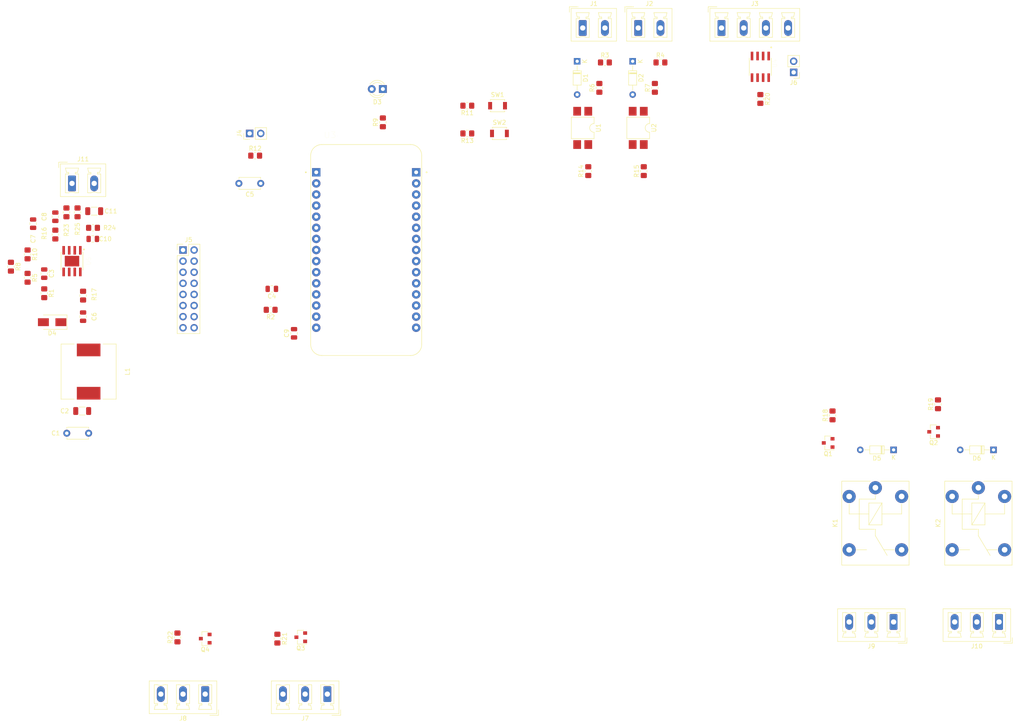
<source format=kicad_pcb>
(kicad_pcb (version 20171130) (host pcbnew "(5.1.9)-1")

  (general
    (thickness 1.6)
    (drawings 0)
    (tracks 0)
    (zones 0)
    (modules 67)
    (nets 70)
  )

  (page A4)
  (layers
    (0 F.Cu signal)
    (31 B.Cu signal)
    (32 B.Adhes user)
    (33 F.Adhes user)
    (34 B.Paste user)
    (35 F.Paste user)
    (36 B.SilkS user)
    (37 F.SilkS user)
    (38 B.Mask user)
    (39 F.Mask user)
    (40 Dwgs.User user)
    (41 Cmts.User user)
    (42 Eco1.User user)
    (43 Eco2.User user)
    (44 Edge.Cuts user)
    (45 Margin user)
    (46 B.CrtYd user)
    (47 F.CrtYd user)
    (48 B.Fab user)
    (49 F.Fab user)
  )

  (setup
    (last_trace_width 0.25)
    (trace_clearance 0.2)
    (zone_clearance 0.508)
    (zone_45_only no)
    (trace_min 0.2)
    (via_size 0.8)
    (via_drill 0.4)
    (via_min_size 0.4)
    (via_min_drill 0.3)
    (uvia_size 0.3)
    (uvia_drill 0.1)
    (uvias_allowed no)
    (uvia_min_size 0.2)
    (uvia_min_drill 0.1)
    (edge_width 0.05)
    (segment_width 0.2)
    (pcb_text_width 0.3)
    (pcb_text_size 1.5 1.5)
    (mod_edge_width 0.12)
    (mod_text_size 1 1)
    (mod_text_width 0.15)
    (pad_size 3 3)
    (pad_drill 1.3)
    (pad_to_mask_clearance 0)
    (aux_axis_origin 0 0)
    (visible_elements 7FFFFFFF)
    (pcbplotparams
      (layerselection 0x010fc_ffffffff)
      (usegerberextensions false)
      (usegerberattributes true)
      (usegerberadvancedattributes true)
      (creategerberjobfile true)
      (excludeedgelayer true)
      (linewidth 0.100000)
      (plotframeref false)
      (viasonmask false)
      (mode 1)
      (useauxorigin false)
      (hpglpennumber 1)
      (hpglpenspeed 20)
      (hpglpendiameter 15.000000)
      (psnegative false)
      (psa4output false)
      (plotreference true)
      (plotvalue true)
      (plotinvisibletext false)
      (padsonsilk false)
      (subtractmaskfromsilk false)
      (outputformat 1)
      (mirror false)
      (drillshape 1)
      (scaleselection 1)
      (outputdirectory ""))
  )

  (net 0 "")
  (net 1 GND)
  (net 2 +5V)
  (net 3 "Net-(C3-Pad2)")
  (net 4 "Net-(C3-Pad1)")
  (net 5 "Net-(C4-Pad1)")
  (net 6 "Net-(C5-Pad1)")
  (net 7 "Net-(C6-Pad2)")
  (net 8 "Net-(C7-Pad2)")
  (net 9 "Net-(C10-Pad2)")
  (net 10 "Net-(D1-Pad1)")
  (net 11 "Net-(D2-Pad1)")
  (net 12 +3V3)
  (net 13 "Net-(D3-Pad1)")
  (net 14 "Net-(D5-Pad2)")
  (net 15 "Net-(D6-Pad2)")
  (net 16 "Net-(J1-Pad2)")
  (net 17 0)
  (net 18 "Net-(J2-Pad2)")
  (net 19 +12V)
  (net 20 "Net-(J3-Pad3)")
  (net 21 "Net-(J3-Pad2)")
  (net 22 "Net-(J4-Pad2)")
  (net 23 /Button1)
  (net 24 /Button2)
  (net 25 "Net-(J6-Pad1)")
  (net 26 "Net-(J7-Pad1)")
  (net 27 "Net-(J8-Pad1)")
  (net 28 "Net-(J9-Pad3)")
  (net 29 "Net-(J9-Pad2)")
  (net 30 "Net-(J9-Pad1)")
  (net 31 "Net-(J10-Pad3)")
  (net 32 "Net-(J10-Pad2)")
  (net 33 "Net-(J10-Pad1)")
  (net 34 "Net-(Q1-Pad2)")
  (net 35 "Net-(Q2-Pad2)")
  (net 36 "Net-(Q3-Pad2)")
  (net 37 "Net-(Q4-Pad2)")
  (net 38 "Net-(R6-Pad1)")
  (net 39 "Net-(R8-Pad1)")
  (net 40 "Net-(R9-Pad1)")
  (net 41 "Net-(R13-Pad1)")
  (net 42 "Net-(R14-Pad2)")
  (net 43 "Net-(R17-Pad2)")
  (net 44 "Net-(R18-Pad2)")
  (net 45 "Net-(R23-Pad2)")
  (net 46 "Net-(U3-Pad18)")
  (net 47 "Net-(U4-Pad2)")
  (net 48 "Net-(U3-Pad19)")
  (net 49 /N12)
  (net 50 /N8)
  (net 51 /N6)
  (net 52 /N4)
  (net 53 /N2)
  (net 54 /N9)
  (net 55 /N7)
  (net 56 /N5)
  (net 57 /N3)
  (net 58 /N1)
  (net 59 "Net-(C6-Pad1)")
  (net 60 "Net-(C8-Pad2)")
  (net 61 /N13)
  (net 62 /EN)
  (net 63 "Net-(R7-Pad1)")
  (net 64 "Net-(R10-Pad1)")
  (net 65 "Net-(R14-Pad1)")
  (net 66 "Net-(R15-Pad2)")
  (net 67 "Net-(R17-Pad1)")
  (net 68 "Net-(R19-Pad2)")
  (net 69 "Net-(R24-Pad2)")

  (net_class Default "This is the default net class."
    (clearance 0.2)
    (trace_width 0.25)
    (via_dia 0.8)
    (via_drill 0.4)
    (uvia_dia 0.3)
    (uvia_drill 0.1)
    (add_net +12V)
    (add_net +3V3)
    (add_net +5V)
    (add_net /Button1)
    (add_net /Button2)
    (add_net /EN)
    (add_net /N1)
    (add_net /N12)
    (add_net /N13)
    (add_net /N2)
    (add_net /N3)
    (add_net /N4)
    (add_net /N5)
    (add_net /N6)
    (add_net /N7)
    (add_net /N8)
    (add_net /N9)
    (add_net 0)
    (add_net GND)
    (add_net "Net-(C10-Pad2)")
    (add_net "Net-(C3-Pad1)")
    (add_net "Net-(C3-Pad2)")
    (add_net "Net-(C4-Pad1)")
    (add_net "Net-(C5-Pad1)")
    (add_net "Net-(C6-Pad1)")
    (add_net "Net-(C6-Pad2)")
    (add_net "Net-(C7-Pad2)")
    (add_net "Net-(C8-Pad2)")
    (add_net "Net-(D1-Pad1)")
    (add_net "Net-(D2-Pad1)")
    (add_net "Net-(D3-Pad1)")
    (add_net "Net-(D5-Pad2)")
    (add_net "Net-(D6-Pad2)")
    (add_net "Net-(J1-Pad2)")
    (add_net "Net-(J10-Pad1)")
    (add_net "Net-(J10-Pad2)")
    (add_net "Net-(J10-Pad3)")
    (add_net "Net-(J2-Pad2)")
    (add_net "Net-(J3-Pad2)")
    (add_net "Net-(J3-Pad3)")
    (add_net "Net-(J4-Pad2)")
    (add_net "Net-(J6-Pad1)")
    (add_net "Net-(J7-Pad1)")
    (add_net "Net-(J8-Pad1)")
    (add_net "Net-(J9-Pad1)")
    (add_net "Net-(J9-Pad2)")
    (add_net "Net-(J9-Pad3)")
    (add_net "Net-(Q1-Pad2)")
    (add_net "Net-(Q2-Pad2)")
    (add_net "Net-(Q3-Pad2)")
    (add_net "Net-(Q4-Pad2)")
    (add_net "Net-(R10-Pad1)")
    (add_net "Net-(R13-Pad1)")
    (add_net "Net-(R14-Pad1)")
    (add_net "Net-(R14-Pad2)")
    (add_net "Net-(R15-Pad2)")
    (add_net "Net-(R17-Pad1)")
    (add_net "Net-(R17-Pad2)")
    (add_net "Net-(R18-Pad2)")
    (add_net "Net-(R19-Pad2)")
    (add_net "Net-(R23-Pad2)")
    (add_net "Net-(R24-Pad2)")
    (add_net "Net-(R6-Pad1)")
    (add_net "Net-(R7-Pad1)")
    (add_net "Net-(R8-Pad1)")
    (add_net "Net-(R9-Pad1)")
    (add_net "Net-(U3-Pad18)")
    (add_net "Net-(U3-Pad19)")
    (add_net "Net-(U4-Pad2)")
  )

  (module Resistor_SMD:R_0805_2012Metric_Pad1.20x1.40mm_HandSolder (layer F.Cu) (tedit 5F68FEEE) (tstamp 600C107A)
    (at 89.9 84.795001 180)
    (descr "Resistor SMD 0805 (2012 Metric), square (rectangular) end terminal, IPC_7351 nominal with elongated pad for handsoldering. (Body size source: IPC-SM-782 page 72, https://www.pcb-3d.com/wordpress/wp-content/uploads/ipc-sm-782a_amendment_1_and_2.pdf), generated with kicad-footprint-generator")
    (tags "resistor handsolder")
    (path /605EE12F)
    (attr smd)
    (fp_text reference R2 (at 0 -1.65) (layer F.SilkS)
      (effects (font (size 1 1) (thickness 0.15)))
    )
    (fp_text value 1K (at 0 1.65) (layer F.Fab)
      (effects (font (size 1 1) (thickness 0.15)))
    )
    (fp_line (start 1.85 0.95) (end -1.85 0.95) (layer F.CrtYd) (width 0.05))
    (fp_line (start 1.85 -0.95) (end 1.85 0.95) (layer F.CrtYd) (width 0.05))
    (fp_line (start -1.85 -0.95) (end 1.85 -0.95) (layer F.CrtYd) (width 0.05))
    (fp_line (start -1.85 0.95) (end -1.85 -0.95) (layer F.CrtYd) (width 0.05))
    (fp_line (start -0.227064 0.735) (end 0.227064 0.735) (layer F.SilkS) (width 0.12))
    (fp_line (start -0.227064 -0.735) (end 0.227064 -0.735) (layer F.SilkS) (width 0.12))
    (fp_line (start 1 0.625) (end -1 0.625) (layer F.Fab) (width 0.1))
    (fp_line (start 1 -0.625) (end 1 0.625) (layer F.Fab) (width 0.1))
    (fp_line (start -1 -0.625) (end 1 -0.625) (layer F.Fab) (width 0.1))
    (fp_line (start -1 0.625) (end -1 -0.625) (layer F.Fab) (width 0.1))
    (fp_text user %R (at 0 0) (layer F.Fab)
      (effects (font (size 0.5 0.5) (thickness 0.08)))
    )
    (pad 2 smd roundrect (at 1 0 180) (size 1.2 1.4) (layers F.Cu F.Paste F.Mask) (roundrect_rratio 0.208333)
      (net 12 +3V3))
    (pad 1 smd roundrect (at -1 0 180) (size 1.2 1.4) (layers F.Cu F.Paste F.Mask) (roundrect_rratio 0.208333)
      (net 62 /EN))
    (model ${KISYS3DMOD}/Resistor_SMD.3dshapes/R_0805_2012Metric.wrl
      (at (xyz 0 0 0))
      (scale (xyz 1 1 1))
      (rotate (xyz 0 0 0))
    )
  )

  (module Capacitor_SMD:C_0805_2012Metric (layer F.Cu) (tedit 5F68FEEE) (tstamp 600C05DD)
    (at 90.17 80.01 180)
    (descr "Capacitor SMD 0805 (2012 Metric), square (rectangular) end terminal, IPC_7351 nominal, (Body size source: IPC-SM-782 page 76, https://www.pcb-3d.com/wordpress/wp-content/uploads/ipc-sm-782a_amendment_1_and_2.pdf, https://docs.google.com/spreadsheets/d/1BsfQQcO9C6DZCsRaXUlFlo91Tg2WpOkGARC1WS5S8t0/edit?usp=sharing), generated with kicad-footprint-generator")
    (tags capacitor)
    (path /6056A197)
    (attr smd)
    (fp_text reference C4 (at 0 -1.68) (layer F.SilkS)
      (effects (font (size 1 1) (thickness 0.15)))
    )
    (fp_text value 0.1uF (at 0 1.68) (layer F.Fab)
      (effects (font (size 1 1) (thickness 0.15)))
    )
    (fp_line (start 1.7 0.98) (end -1.7 0.98) (layer F.CrtYd) (width 0.05))
    (fp_line (start 1.7 -0.98) (end 1.7 0.98) (layer F.CrtYd) (width 0.05))
    (fp_line (start -1.7 -0.98) (end 1.7 -0.98) (layer F.CrtYd) (width 0.05))
    (fp_line (start -1.7 0.98) (end -1.7 -0.98) (layer F.CrtYd) (width 0.05))
    (fp_line (start -0.261252 0.735) (end 0.261252 0.735) (layer F.SilkS) (width 0.12))
    (fp_line (start -0.261252 -0.735) (end 0.261252 -0.735) (layer F.SilkS) (width 0.12))
    (fp_line (start 1 0.625) (end -1 0.625) (layer F.Fab) (width 0.1))
    (fp_line (start 1 -0.625) (end 1 0.625) (layer F.Fab) (width 0.1))
    (fp_line (start -1 -0.625) (end 1 -0.625) (layer F.Fab) (width 0.1))
    (fp_line (start -1 0.625) (end -1 -0.625) (layer F.Fab) (width 0.1))
    (fp_text user %R (at 0 0) (layer F.Fab)
      (effects (font (size 0.5 0.5) (thickness 0.08)))
    )
    (pad 2 smd roundrect (at 0.95 0 180) (size 1 1.45) (layers F.Cu F.Paste F.Mask) (roundrect_rratio 0.25)
      (net 12 +3V3))
    (pad 1 smd roundrect (at -0.95 0 180) (size 1 1.45) (layers F.Cu F.Paste F.Mask) (roundrect_rratio 0.25)
      (net 1 GND))
    (model ${KISYS3DMOD}/Capacitor_SMD.3dshapes/C_0805_2012Metric.wrl
      (at (xyz 0 0 0))
      (scale (xyz 1 1 1))
      (rotate (xyz 0 0 0))
    )
  )

  (module Connector_PinHeader_2.54mm:PinHeader_2x08_P2.54mm_Vertical (layer F.Cu) (tedit 59FED5CC) (tstamp 600BEDAD)
    (at 69.85 71.12)
    (descr "Through hole straight pin header, 2x08, 2.54mm pitch, double rows")
    (tags "Through hole pin header THT 2x08 2.54mm double row")
    (path /605636D6)
    (fp_text reference J5 (at 1.27 -2.33) (layer F.SilkS)
      (effects (font (size 1 1) (thickness 0.15)))
    )
    (fp_text value Conn_02x08_Top_Bottom (at 1.27 20.11) (layer F.Fab)
      (effects (font (size 1 1) (thickness 0.15)))
    )
    (fp_line (start 4.35 -1.8) (end -1.8 -1.8) (layer F.CrtYd) (width 0.05))
    (fp_line (start 4.35 19.55) (end 4.35 -1.8) (layer F.CrtYd) (width 0.05))
    (fp_line (start -1.8 19.55) (end 4.35 19.55) (layer F.CrtYd) (width 0.05))
    (fp_line (start -1.8 -1.8) (end -1.8 19.55) (layer F.CrtYd) (width 0.05))
    (fp_line (start -1.33 -1.33) (end 0 -1.33) (layer F.SilkS) (width 0.12))
    (fp_line (start -1.33 0) (end -1.33 -1.33) (layer F.SilkS) (width 0.12))
    (fp_line (start 1.27 -1.33) (end 3.87 -1.33) (layer F.SilkS) (width 0.12))
    (fp_line (start 1.27 1.27) (end 1.27 -1.33) (layer F.SilkS) (width 0.12))
    (fp_line (start -1.33 1.27) (end 1.27 1.27) (layer F.SilkS) (width 0.12))
    (fp_line (start 3.87 -1.33) (end 3.87 19.11) (layer F.SilkS) (width 0.12))
    (fp_line (start -1.33 1.27) (end -1.33 19.11) (layer F.SilkS) (width 0.12))
    (fp_line (start -1.33 19.11) (end 3.87 19.11) (layer F.SilkS) (width 0.12))
    (fp_line (start -1.27 0) (end 0 -1.27) (layer F.Fab) (width 0.1))
    (fp_line (start -1.27 19.05) (end -1.27 0) (layer F.Fab) (width 0.1))
    (fp_line (start 3.81 19.05) (end -1.27 19.05) (layer F.Fab) (width 0.1))
    (fp_line (start 3.81 -1.27) (end 3.81 19.05) (layer F.Fab) (width 0.1))
    (fp_line (start 0 -1.27) (end 3.81 -1.27) (layer F.Fab) (width 0.1))
    (fp_text user %R (at 1.27 8.89 90) (layer F.Fab)
      (effects (font (size 1 1) (thickness 0.15)))
    )
    (pad 16 thru_hole oval (at 2.54 17.78) (size 1.7 1.7) (drill 1) (layers *.Cu *.Mask)
      (net 12 +3V3))
    (pad 15 thru_hole oval (at 0 17.78) (size 1.7 1.7) (drill 1) (layers *.Cu *.Mask)
      (net 24 /Button2))
    (pad 14 thru_hole oval (at 2.54 15.24) (size 1.7 1.7) (drill 1) (layers *.Cu *.Mask)
      (net 23 /Button1))
    (pad 13 thru_hole oval (at 0 15.24) (size 1.7 1.7) (drill 1) (layers *.Cu *.Mask)
      (net 61 /N13))
    (pad 12 thru_hole oval (at 2.54 12.7) (size 1.7 1.7) (drill 1) (layers *.Cu *.Mask)
      (net 49 /N12))
    (pad 11 thru_hole oval (at 0 12.7) (size 1.7 1.7) (drill 1) (layers *.Cu *.Mask)
      (net 12 +3V3))
    (pad 10 thru_hole oval (at 2.54 10.16) (size 1.7 1.7) (drill 1) (layers *.Cu *.Mask)
      (net 1 GND))
    (pad 9 thru_hole oval (at 0 10.16) (size 1.7 1.7) (drill 1) (layers *.Cu *.Mask)
      (net 54 /N9))
    (pad 8 thru_hole oval (at 2.54 7.62) (size 1.7 1.7) (drill 1) (layers *.Cu *.Mask)
      (net 50 /N8))
    (pad 7 thru_hole oval (at 0 7.62) (size 1.7 1.7) (drill 1) (layers *.Cu *.Mask)
      (net 55 /N7))
    (pad 6 thru_hole oval (at 2.54 5.08) (size 1.7 1.7) (drill 1) (layers *.Cu *.Mask)
      (net 51 /N6))
    (pad 5 thru_hole oval (at 0 5.08) (size 1.7 1.7) (drill 1) (layers *.Cu *.Mask)
      (net 56 /N5))
    (pad 4 thru_hole oval (at 2.54 2.54) (size 1.7 1.7) (drill 1) (layers *.Cu *.Mask)
      (net 52 /N4))
    (pad 3 thru_hole oval (at 0 2.54) (size 1.7 1.7) (drill 1) (layers *.Cu *.Mask)
      (net 57 /N3))
    (pad 2 thru_hole oval (at 2.54 0) (size 1.7 1.7) (drill 1) (layers *.Cu *.Mask)
      (net 53 /N2))
    (pad 1 thru_hole rect (at 0 0) (size 1.7 1.7) (drill 1) (layers *.Cu *.Mask)
      (net 58 /N1))
    (model ${KISYS3DMOD}/Connector_PinHeader_2.54mm.3dshapes/PinHeader_2x08_P2.54mm_Vertical.wrl
      (at (xyz 0 0 0))
      (scale (xyz 1 1 1))
      (rotate (xyz 0 0 0))
    )
  )

  (module MP1584:SOIC127P600X170-9N (layer F.Cu) (tedit 60094C9F) (tstamp 600AA181)
    (at 44.45 73.66 270)
    (path /60099EC8)
    (fp_text reference U5 (at 0.00002 -3.82546 90) (layer F.SilkS)
      (effects (font (size 1.004063 1.004063) (thickness 0.015)))
    )
    (fp_text value MP1584EN (at 8.27473 3.81915 90) (layer F.Fab)
      (effects (font (size 1.002394 1.002394) (thickness 0.015)))
    )
    (fp_circle (center -1.524 -1.978) (end -1.424 -1.978) (layer F.Fab) (width 0.2))
    (fp_poly (pts (xy -0.937019 -1.375) (xy -0.135 -1.375) (xy -0.135 -0.135291) (xy -0.937019 -0.135291)) (layer F.Paste) (width 0.01))
    (fp_poly (pts (xy -0.937272 0.135) (xy -0.135 0.135) (xy -0.135 1.37834) (xy -0.937272 1.37834)) (layer F.Paste) (width 0.01))
    (fp_poly (pts (xy 0.135209 0.135) (xy 0.935 0.135) (xy 0.935 1.37714) (xy 0.135209 1.37714)) (layer F.Paste) (width 0.01))
    (fp_poly (pts (xy 0.135413 -1.375) (xy 0.935 -1.375) (xy 0.935 -0.135413) (xy 0.135413 -0.135413)) (layer F.Paste) (width 0.01))
    (fp_line (start -3.71 2.75) (end -3.71 -2.75) (layer F.CrtYd) (width 0.05))
    (fp_line (start 3.71 2.75) (end -3.71 2.75) (layer F.CrtYd) (width 0.05))
    (fp_line (start 3.71 -2.75) (end 3.71 2.75) (layer F.CrtYd) (width 0.05))
    (fp_line (start -3.71 -2.75) (end 3.71 -2.75) (layer F.CrtYd) (width 0.05))
    (fp_circle (center -2.667 -2.74) (end -2.567 -2.74) (layer F.SilkS) (width 0.2))
    (fp_line (start -2 2.5) (end -2 -2.5) (layer F.Fab) (width 0.127))
    (fp_line (start 2 2.5) (end -2 2.5) (layer F.Fab) (width 0.127))
    (fp_line (start 2 -2.5) (end 2 2.5) (layer F.Fab) (width 0.127))
    (fp_line (start -2 -2.5) (end 2 -2.5) (layer F.Fab) (width 0.127))
    (fp_line (start 2 2.4) (end 2 2.5) (layer F.SilkS) (width 0.127))
    (fp_line (start -2 2.4) (end -2 2.5) (layer F.SilkS) (width 0.127))
    (fp_line (start -2 2.5) (end 2 2.5) (layer F.SilkS) (width 0.127))
    (fp_line (start -2 -2.5) (end -2 -2.4) (layer F.SilkS) (width 0.127))
    (fp_line (start 2 -2.5) (end 2 -2.4) (layer F.SilkS) (width 0.127))
    (fp_line (start -2 -2.5) (end 2 -2.5) (layer F.SilkS) (width 0.127))
    (pad 9 smd rect (at 0 0 270) (size 2.41 3.3) (layers F.Cu F.Mask)
      (net 1 GND))
    (pad 8 smd rect (at 2.475 -1.905 270) (size 1.97 0.6) (layers F.Cu F.Paste F.Mask)
      (net 67 "Net-(R17-Pad1)"))
    (pad 7 smd rect (at 2.475 -0.635 270) (size 1.97 0.6) (layers F.Cu F.Paste F.Mask)
      (net 9 "Net-(C10-Pad2)"))
    (pad 6 smd rect (at 2.475 0.635 270) (size 1.97 0.6) (layers F.Cu F.Paste F.Mask)
      (net 45 "Net-(R23-Pad2)"))
    (pad 5 smd rect (at 2.475 1.905 270) (size 1.97 0.6) (layers F.Cu F.Paste F.Mask)
      (net 1 GND))
    (pad 4 smd rect (at -2.475 1.905 270) (size 1.97 0.6) (layers F.Cu F.Paste F.Mask)
      (net 64 "Net-(R10-Pad1)"))
    (pad 3 smd rect (at -2.475 0.635 270) (size 1.97 0.6) (layers F.Cu F.Paste F.Mask)
      (net 8 "Net-(C7-Pad2)"))
    (pad 2 smd rect (at -2.475 -0.635 270) (size 1.97 0.6) (layers F.Cu F.Paste F.Mask)
      (net 69 "Net-(R24-Pad2)"))
    (pad 1 smd rect (at -2.475 -1.905 270) (size 1.97 0.6) (layers F.Cu F.Paste F.Mask)
      (net 7 "Net-(C6-Pad2)"))
  )

  (module Generator_ESP:SOIC127P600X175-8N (layer F.Cu) (tedit 6008287E) (tstamp 600AA160)
    (at 201.93 29.21 270)
    (path /601CE295)
    (fp_text reference U4 (at -0.795 -3.332 90) (layer F.SilkS)
      (effects (font (size 1 1) (thickness 0.015)))
    )
    (fp_text value MAX483E (at 7.46 3.332 90) (layer F.Fab)
      (effects (font (size 1 1) (thickness 0.015)))
    )
    (fp_line (start 3.71 -2.75) (end 3.71 2.75) (layer F.CrtYd) (width 0.05))
    (fp_line (start -3.71 -2.75) (end -3.71 2.75) (layer F.CrtYd) (width 0.05))
    (fp_line (start -3.71 2.75) (end 3.71 2.75) (layer F.CrtYd) (width 0.05))
    (fp_line (start -3.71 -2.75) (end 3.71 -2.75) (layer F.CrtYd) (width 0.05))
    (fp_line (start 2 -2.5) (end 2 2.5) (layer F.Fab) (width 0.127))
    (fp_line (start -2 -2.5) (end -2 2.5) (layer F.Fab) (width 0.127))
    (fp_line (start -2 2.52) (end 2 2.52) (layer F.SilkS) (width 0.127))
    (fp_line (start -2 -2.52) (end 2 -2.52) (layer F.SilkS) (width 0.127))
    (fp_line (start -2 2.5) (end 2 2.5) (layer F.Fab) (width 0.127))
    (fp_line (start -2 -2.5) (end 2 -2.5) (layer F.Fab) (width 0.127))
    (fp_circle (center -4.445 -2.495) (end -4.345 -2.495) (layer F.Fab) (width 0.2))
    (fp_circle (center -4.445 -2.495) (end -4.345 -2.495) (layer F.SilkS) (width 0.2))
    (pad 8 smd rect (at 2.475 -1.905 270) (size 1.97 0.59) (layers F.Cu F.Paste F.Mask)
      (net 2 +5V))
    (pad 7 smd rect (at 2.475 -0.635 270) (size 1.97 0.59) (layers F.Cu F.Paste F.Mask)
      (net 20 "Net-(J3-Pad3)"))
    (pad 6 smd rect (at 2.475 0.635 270) (size 1.97 0.59) (layers F.Cu F.Paste F.Mask)
      (net 21 "Net-(J3-Pad2)"))
    (pad 5 smd rect (at 2.475 1.905 270) (size 1.97 0.59) (layers F.Cu F.Paste F.Mask)
      (net 1 GND))
    (pad 4 smd rect (at -2.475 1.905 270) (size 1.97 0.59) (layers F.Cu F.Paste F.Mask)
      (net 46 "Net-(U3-Pad18)"))
    (pad 3 smd rect (at -2.475 0.635 270) (size 1.97 0.59) (layers F.Cu F.Paste F.Mask)
      (net 47 "Net-(U4-Pad2)"))
    (pad 2 smd rect (at -2.475 -0.635 270) (size 1.97 0.59) (layers F.Cu F.Paste F.Mask)
      (net 47 "Net-(U4-Pad2)"))
    (pad 1 smd rect (at -2.475 -1.905 270) (size 1.97 0.59) (layers F.Cu F.Paste F.Mask)
      (net 48 "Net-(U3-Pad19)"))
  )

  (module ESP8266_nodemcu_foot:SEEED_113990105 (layer F.Cu) (tedit 600A7C4D) (tstamp 600AA148)
    (at 111.76 71.12)
    (path /600A6F1C)
    (fp_text reference U3 (at -8.255 -26.289) (layer F.SilkS)
      (effects (font (size 1.4 1.4) (thickness 0.015)))
    )
    (fp_text value ESP8266_nodekit (at 0.635 26.289) (layer F.Fab)
      (effects (font (size 1.4 1.4) (thickness 0.015)))
    )
    (fp_circle (center 13.81 -17.78) (end 13.91 -17.78) (layer F.SilkS) (width 0.2))
    (fp_circle (center 13.81 -17.78) (end 13.91 -17.78) (layer F.Fab) (width 0.2))
    (fp_circle (center -13.81 -17.78) (end -13.71 -17.78) (layer F.Fab) (width 0.2))
    (fp_circle (center -13.81 -17.78) (end -13.71 -17.78) (layer F.SilkS) (width 0.2))
    (fp_line (start 12.95 -21.59) (end 12.95 21.59) (layer F.CrtYd) (width 0.05))
    (fp_line (start -10.16 -24.38) (end 10.16 -24.38) (layer F.CrtYd) (width 0.05))
    (fp_line (start -12.95 21.59) (end -12.95 -21.59) (layer F.CrtYd) (width 0.05))
    (fp_line (start 10.16 24.38) (end -10.16 24.38) (layer F.CrtYd) (width 0.05))
    (fp_line (start 10.16 24.13) (end -10.16 24.13) (layer F.Fab) (width 0.127))
    (fp_line (start 12.7 -21.59) (end 12.7 21.59) (layer F.Fab) (width 0.127))
    (fp_line (start -10.16 -24.13) (end 10.16 -24.13) (layer F.Fab) (width 0.127))
    (fp_line (start -12.7 21.59) (end -12.7 -21.59) (layer F.Fab) (width 0.127))
    (fp_line (start 10.16 24.13) (end -10.16 24.13) (layer F.SilkS) (width 0.127))
    (fp_line (start 12.7 -21.59) (end 12.7 21.59) (layer F.SilkS) (width 0.127))
    (fp_line (start -10.16 -24.13) (end 10.16 -24.13) (layer F.SilkS) (width 0.127))
    (fp_line (start -12.7 21.59) (end -12.7 -21.59) (layer F.SilkS) (width 0.127))
    (fp_arc (start 10.16 21.59) (end 10.16 24.38) (angle -90) (layer F.CrtYd) (width 0.05))
    (fp_arc (start 10.16 -21.59) (end 12.95 -21.59) (angle -90) (layer F.CrtYd) (width 0.05))
    (fp_arc (start -10.16 -21.59) (end -10.16 -24.38) (angle -90) (layer F.CrtYd) (width 0.05))
    (fp_arc (start -10.16 21.59) (end -12.95 21.59) (angle -90) (layer F.CrtYd) (width 0.05))
    (fp_arc (start 10.16 21.59) (end 10.16 24.13) (angle -90) (layer F.Fab) (width 0.127))
    (fp_arc (start 10.16 -21.59) (end 12.7 -21.59) (angle -90) (layer F.Fab) (width 0.127))
    (fp_arc (start -10.16 21.59) (end -10.16 24.13) (angle 90) (layer F.Fab) (width 0.127))
    (fp_arc (start -10.16 -21.59) (end -10.16 -24.13) (angle -90) (layer F.Fab) (width 0.127))
    (fp_arc (start 10.16 21.59) (end 10.16 24.13) (angle -90) (layer F.SilkS) (width 0.127))
    (fp_arc (start 10.16 -21.59) (end 12.7 -21.59) (angle -90) (layer F.SilkS) (width 0.127))
    (fp_arc (start -10.16 21.59) (end -10.16 24.13) (angle 90) (layer F.SilkS) (width 0.127))
    (fp_arc (start -10.16 -21.59) (end -10.16 -24.13) (angle -90) (layer F.SilkS) (width 0.127))
    (pad None np_thru_hole circle (at -10.16 21.59) (size 3.2 3.2) (drill 3.2) (layers *.Cu *.Mask))
    (pad None np_thru_hole circle (at 10.16 21.59) (size 3.2 3.2) (drill 3.2) (layers *.Cu *.Mask))
    (pad None np_thru_hole circle (at 10.16 -21.59) (size 3.2 3.2) (drill 3.2) (layers *.Cu *.Mask))
    (pad None np_thru_hole circle (at -10.16 -21.59) (size 3.2 3.2) (drill 3.2) (layers *.Cu *.Mask))
    (pad 16 thru_hole circle (at 11.43 17.78) (size 1.93 1.93) (drill 0.889) (layers *.Cu *.Mask)
      (net 12 +3V3))
    (pad 17 thru_hole circle (at 11.43 15.24) (size 1.93 1.93) (drill 0.889) (layers *.Cu *.Mask)
      (net 1 GND))
    (pad 18 thru_hole circle (at 11.43 12.7) (size 1.93 1.93) (drill 0.889) (layers *.Cu *.Mask)
      (net 46 "Net-(U3-Pad18)"))
    (pad 19 thru_hole circle (at 11.43 10.16) (size 1.93 1.93) (drill 0.889) (layers *.Cu *.Mask)
      (net 48 "Net-(U3-Pad19)"))
    (pad 20 thru_hole circle (at 11.43 7.62) (size 1.93 1.93) (drill 0.889) (layers *.Cu *.Mask)
      (net 24 /Button2))
    (pad 21 thru_hole circle (at 11.43 5.08) (size 1.93 1.93) (drill 0.889) (layers *.Cu *.Mask)
      (net 23 /Button1))
    (pad 22 thru_hole circle (at 11.43 2.54) (size 1.93 1.93) (drill 0.889) (layers *.Cu *.Mask)
      (net 36 "Net-(Q3-Pad2)"))
    (pad 23 thru_hole circle (at 11.43 0) (size 1.93 1.93) (drill 0.889) (layers *.Cu *.Mask)
      (net 37 "Net-(Q4-Pad2)"))
    (pad 24 thru_hole circle (at 11.43 -2.54) (size 1.93 1.93) (drill 0.889) (layers *.Cu *.Mask)
      (net 1 GND))
    (pad 25 thru_hole circle (at 11.43 -5.08) (size 1.93 1.93) (drill 0.889) (layers *.Cu *.Mask)
      (net 41 "Net-(R13-Pad1)"))
    (pad 26 thru_hole circle (at 11.43 -7.62) (size 1.93 1.93) (drill 0.889) (layers *.Cu *.Mask)
      (net 43 "Net-(R17-Pad2)"))
    (pad 27 thru_hole circle (at 11.43 -10.16) (size 1.93 1.93) (drill 0.889) (layers *.Cu *.Mask)
      (net 44 "Net-(R18-Pad2)"))
    (pad 28 thru_hole circle (at 11.43 -12.7) (size 1.93 1.93) (drill 0.889) (layers *.Cu *.Mask)
      (net 53 /N2))
    (pad 29 thru_hole circle (at 11.43 -15.24) (size 1.93 1.93) (drill 0.889) (layers *.Cu *.Mask)
      (net 58 /N1))
    (pad 30 thru_hole rect (at 11.43 -17.78) (size 1.93 1.93) (drill 0.889) (layers *.Cu *.Mask)
      (net 39 "Net-(R8-Pad1)"))
    (pad 15 thru_hole circle (at -11.43 17.78) (size 1.93 1.93) (drill 0.889) (layers *.Cu *.Mask)
      (net 2 +5V))
    (pad 14 thru_hole circle (at -11.43 15.24) (size 1.93 1.93) (drill 0.889) (layers *.Cu *.Mask)
      (net 1 GND))
    (pad 13 thru_hole circle (at -11.43 12.7) (size 1.93 1.93) (drill 0.889) (layers *.Cu *.Mask)
      (net 12 +3V3))
    (pad 12 thru_hole circle (at -11.43 10.16) (size 1.93 1.93) (drill 0.889) (layers *.Cu *.Mask)
      (net 49 /N12))
    (pad 11 thru_hole circle (at -11.43 7.62) (size 1.93 1.93) (drill 0.889) (layers *.Cu *.Mask)
      (net 12 +3V3))
    (pad 10 thru_hole circle (at -11.43 5.08) (size 1.93 1.93) (drill 0.889) (layers *.Cu *.Mask)
      (net 1 GND))
    (pad 9 thru_hole circle (at -11.43 2.54) (size 1.93 1.93) (drill 0.889) (layers *.Cu *.Mask)
      (net 54 /N9))
    (pad 8 thru_hole circle (at -11.43 0) (size 1.93 1.93) (drill 0.889) (layers *.Cu *.Mask)
      (net 50 /N8))
    (pad 7 thru_hole circle (at -11.43 -2.54) (size 1.93 1.93) (drill 0.889) (layers *.Cu *.Mask)
      (net 55 /N7))
    (pad 6 thru_hole circle (at -11.43 -5.08) (size 1.93 1.93) (drill 0.889) (layers *.Cu *.Mask)
      (net 51 /N6))
    (pad 5 thru_hole circle (at -11.43 -7.62) (size 1.93 1.93) (drill 0.889) (layers *.Cu *.Mask)
      (net 56 /N5))
    (pad 4 thru_hole circle (at -11.43 -10.16) (size 1.93 1.93) (drill 0.889) (layers *.Cu *.Mask)
      (net 52 /N4))
    (pad 3 thru_hole circle (at -11.43 -12.7) (size 1.93 1.93) (drill 0.889) (layers *.Cu *.Mask)
      (net 57 /N3))
    (pad 2 thru_hole circle (at -11.43 -15.24) (size 1.93 1.93) (drill 0.889) (layers *.Cu *.Mask)
      (net 1 GND))
    (pad 1 thru_hole rect (at -11.43 -17.78) (size 1.93 1.93) (drill 0.889) (layers *.Cu *.Mask)
      (net 5 "Net-(C4-Pad1)"))
  )

  (module Package_DIP:SMDIP-4_W7.62mm (layer F.Cu) (tedit 5A02E8C5) (tstamp 600AA106)
    (at 173.99 43.18 270)
    (descr "4-lead surface-mounted (SMD) DIP package, row spacing 7.62 mm (300 mils)")
    (tags "SMD DIP DIL PDIP SMDIP 2.54mm 7.62mm 300mil")
    (path /6007317F)
    (attr smd)
    (fp_text reference U2 (at 0 -3.6 90) (layer F.SilkS)
      (effects (font (size 1 1) (thickness 0.15)))
    )
    (fp_text value SFH617A-1 (at 0 3.6 90) (layer F.Fab)
      (effects (font (size 1 1) (thickness 0.15)))
    )
    (fp_line (start 5.1 -2.8) (end -5.1 -2.8) (layer F.CrtYd) (width 0.05))
    (fp_line (start 5.1 2.8) (end 5.1 -2.8) (layer F.CrtYd) (width 0.05))
    (fp_line (start -5.1 2.8) (end 5.1 2.8) (layer F.CrtYd) (width 0.05))
    (fp_line (start -5.1 -2.8) (end -5.1 2.8) (layer F.CrtYd) (width 0.05))
    (fp_line (start 2.45 -2.6) (end 1 -2.6) (layer F.SilkS) (width 0.12))
    (fp_line (start 2.45 2.6) (end 2.45 -2.6) (layer F.SilkS) (width 0.12))
    (fp_line (start -2.45 2.6) (end 2.45 2.6) (layer F.SilkS) (width 0.12))
    (fp_line (start -2.45 -2.6) (end -2.45 2.6) (layer F.SilkS) (width 0.12))
    (fp_line (start -1 -2.6) (end -2.45 -2.6) (layer F.SilkS) (width 0.12))
    (fp_line (start -3.175 -1.54) (end -2.175 -2.54) (layer F.Fab) (width 0.1))
    (fp_line (start -3.175 2.54) (end -3.175 -1.54) (layer F.Fab) (width 0.1))
    (fp_line (start 3.175 2.54) (end -3.175 2.54) (layer F.Fab) (width 0.1))
    (fp_line (start 3.175 -2.54) (end 3.175 2.54) (layer F.Fab) (width 0.1))
    (fp_line (start -2.175 -2.54) (end 3.175 -2.54) (layer F.Fab) (width 0.1))
    (fp_text user %R (at 0 0 90) (layer F.Fab)
      (effects (font (size 1 1) (thickness 0.15)))
    )
    (fp_arc (start 0 -2.6) (end -1 -2.6) (angle -180) (layer F.SilkS) (width 0.12))
    (pad 4 smd rect (at 3.81 -1.27 270) (size 2 1.78) (layers F.Cu F.Paste F.Mask)
      (net 66 "Net-(R15-Pad2)"))
    (pad 2 smd rect (at -3.81 1.27 270) (size 2 1.78) (layers F.Cu F.Paste F.Mask)
      (net 1 GND))
    (pad 3 smd rect (at 3.81 1.27 270) (size 2 1.78) (layers F.Cu F.Paste F.Mask)
      (net 1 GND))
    (pad 1 smd rect (at -3.81 -1.27 270) (size 2 1.78) (layers F.Cu F.Paste F.Mask)
      (net 63 "Net-(R7-Pad1)"))
    (model ${KISYS3DMOD}/Package_DIP.3dshapes/SMDIP-4_W7.62mm.wrl
      (at (xyz 0 0 0))
      (scale (xyz 1 1 1))
      (rotate (xyz 0 0 0))
    )
  )

  (module Package_DIP:SMDIP-4_W7.62mm (layer F.Cu) (tedit 5A02E8C5) (tstamp 600AA0EE)
    (at 161.29 43.18 270)
    (descr "4-lead surface-mounted (SMD) DIP package, row spacing 7.62 mm (300 mils)")
    (tags "SMD DIP DIL PDIP SMDIP 2.54mm 7.62mm 300mil")
    (path /60070BC8)
    (attr smd)
    (fp_text reference U1 (at 0 -3.6 90) (layer F.SilkS)
      (effects (font (size 1 1) (thickness 0.15)))
    )
    (fp_text value SFH617A-1 (at 0 3.6 90) (layer F.Fab)
      (effects (font (size 1 1) (thickness 0.15)))
    )
    (fp_line (start 5.1 -2.8) (end -5.1 -2.8) (layer F.CrtYd) (width 0.05))
    (fp_line (start 5.1 2.8) (end 5.1 -2.8) (layer F.CrtYd) (width 0.05))
    (fp_line (start -5.1 2.8) (end 5.1 2.8) (layer F.CrtYd) (width 0.05))
    (fp_line (start -5.1 -2.8) (end -5.1 2.8) (layer F.CrtYd) (width 0.05))
    (fp_line (start 2.45 -2.6) (end 1 -2.6) (layer F.SilkS) (width 0.12))
    (fp_line (start 2.45 2.6) (end 2.45 -2.6) (layer F.SilkS) (width 0.12))
    (fp_line (start -2.45 2.6) (end 2.45 2.6) (layer F.SilkS) (width 0.12))
    (fp_line (start -2.45 -2.6) (end -2.45 2.6) (layer F.SilkS) (width 0.12))
    (fp_line (start -1 -2.6) (end -2.45 -2.6) (layer F.SilkS) (width 0.12))
    (fp_line (start -3.175 -1.54) (end -2.175 -2.54) (layer F.Fab) (width 0.1))
    (fp_line (start -3.175 2.54) (end -3.175 -1.54) (layer F.Fab) (width 0.1))
    (fp_line (start 3.175 2.54) (end -3.175 2.54) (layer F.Fab) (width 0.1))
    (fp_line (start 3.175 -2.54) (end 3.175 2.54) (layer F.Fab) (width 0.1))
    (fp_line (start -2.175 -2.54) (end 3.175 -2.54) (layer F.Fab) (width 0.1))
    (fp_text user %R (at 0 0 90) (layer F.Fab)
      (effects (font (size 1 1) (thickness 0.15)))
    )
    (fp_arc (start 0 -2.6) (end -1 -2.6) (angle -180) (layer F.SilkS) (width 0.12))
    (pad 4 smd rect (at 3.81 -1.27 270) (size 2 1.78) (layers F.Cu F.Paste F.Mask)
      (net 42 "Net-(R14-Pad2)"))
    (pad 2 smd rect (at -3.81 1.27 270) (size 2 1.78) (layers F.Cu F.Paste F.Mask)
      (net 1 GND))
    (pad 3 smd rect (at 3.81 1.27 270) (size 2 1.78) (layers F.Cu F.Paste F.Mask)
      (net 1 GND))
    (pad 1 smd rect (at -3.81 -1.27 270) (size 2 1.78) (layers F.Cu F.Paste F.Mask)
      (net 38 "Net-(R6-Pad1)"))
    (model ${KISYS3DMOD}/Package_DIP.3dshapes/SMDIP-4_W7.62mm.wrl
      (at (xyz 0 0 0))
      (scale (xyz 1 1 1))
      (rotate (xyz 0 0 0))
    )
  )

  (module Button_Switch_SMD:SW_SPST_B3U-1000P (layer F.Cu) (tedit 5A02FC95) (tstamp 600AA0D6)
    (at 142.24 44.45)
    (descr "Ultra-small-sized Tactile Switch with High Contact Reliability, Top-actuated Model, without Ground Terminal, without Boss")
    (tags "Tactile Switch")
    (path /6018BE97)
    (attr smd)
    (fp_text reference SW2 (at 0 -2.5) (layer F.SilkS)
      (effects (font (size 1 1) (thickness 0.15)))
    )
    (fp_text value SW_Push (at 0 2.5) (layer F.Fab)
      (effects (font (size 1 1) (thickness 0.15)))
    )
    (fp_circle (center 0 0) (end 0.75 0) (layer F.Fab) (width 0.1))
    (fp_line (start -1.5 1.25) (end -1.5 -1.25) (layer F.Fab) (width 0.1))
    (fp_line (start 1.5 1.25) (end -1.5 1.25) (layer F.Fab) (width 0.1))
    (fp_line (start 1.5 -1.25) (end 1.5 1.25) (layer F.Fab) (width 0.1))
    (fp_line (start -1.5 -1.25) (end 1.5 -1.25) (layer F.Fab) (width 0.1))
    (fp_line (start 1.65 -1.4) (end 1.65 -1.1) (layer F.SilkS) (width 0.12))
    (fp_line (start -1.65 -1.4) (end 1.65 -1.4) (layer F.SilkS) (width 0.12))
    (fp_line (start -1.65 -1.1) (end -1.65 -1.4) (layer F.SilkS) (width 0.12))
    (fp_line (start 1.65 1.4) (end 1.65 1.1) (layer F.SilkS) (width 0.12))
    (fp_line (start -1.65 1.4) (end 1.65 1.4) (layer F.SilkS) (width 0.12))
    (fp_line (start -1.65 1.1) (end -1.65 1.4) (layer F.SilkS) (width 0.12))
    (fp_line (start -2.4 -1.65) (end -2.4 1.65) (layer F.CrtYd) (width 0.05))
    (fp_line (start 2.4 -1.65) (end -2.4 -1.65) (layer F.CrtYd) (width 0.05))
    (fp_line (start 2.4 1.65) (end 2.4 -1.65) (layer F.CrtYd) (width 0.05))
    (fp_line (start -2.4 1.65) (end 2.4 1.65) (layer F.CrtYd) (width 0.05))
    (fp_text user %R (at 0 -2.5) (layer F.Fab)
      (effects (font (size 1 1) (thickness 0.15)))
    )
    (pad 2 smd rect (at 1.7 0) (size 0.9 1.7) (layers F.Cu F.Paste F.Mask)
      (net 12 +3V3))
    (pad 1 smd rect (at -1.7 0) (size 0.9 1.7) (layers F.Cu F.Paste F.Mask)
      (net 24 /Button2))
    (model ${KISYS3DMOD}/Button_Switch_SMD.3dshapes/SW_SPST_B3U-1000P.wrl
      (at (xyz 0 0 0))
      (scale (xyz 1 1 1))
      (rotate (xyz 0 0 0))
    )
  )

  (module Button_Switch_SMD:SW_SPST_B3U-1000P (layer F.Cu) (tedit 5A02FC95) (tstamp 600AA0C0)
    (at 141.81 38.1)
    (descr "Ultra-small-sized Tactile Switch with High Contact Reliability, Top-actuated Model, without Ground Terminal, without Boss")
    (tags "Tactile Switch")
    (path /6018B245)
    (attr smd)
    (fp_text reference SW1 (at 0 -2.5) (layer F.SilkS)
      (effects (font (size 1 1) (thickness 0.15)))
    )
    (fp_text value SW_Push (at 0 2.5) (layer F.Fab)
      (effects (font (size 1 1) (thickness 0.15)))
    )
    (fp_circle (center 0 0) (end 0.75 0) (layer F.Fab) (width 0.1))
    (fp_line (start -1.5 1.25) (end -1.5 -1.25) (layer F.Fab) (width 0.1))
    (fp_line (start 1.5 1.25) (end -1.5 1.25) (layer F.Fab) (width 0.1))
    (fp_line (start 1.5 -1.25) (end 1.5 1.25) (layer F.Fab) (width 0.1))
    (fp_line (start -1.5 -1.25) (end 1.5 -1.25) (layer F.Fab) (width 0.1))
    (fp_line (start 1.65 -1.4) (end 1.65 -1.1) (layer F.SilkS) (width 0.12))
    (fp_line (start -1.65 -1.4) (end 1.65 -1.4) (layer F.SilkS) (width 0.12))
    (fp_line (start -1.65 -1.1) (end -1.65 -1.4) (layer F.SilkS) (width 0.12))
    (fp_line (start 1.65 1.4) (end 1.65 1.1) (layer F.SilkS) (width 0.12))
    (fp_line (start -1.65 1.4) (end 1.65 1.4) (layer F.SilkS) (width 0.12))
    (fp_line (start -1.65 1.1) (end -1.65 1.4) (layer F.SilkS) (width 0.12))
    (fp_line (start -2.4 -1.65) (end -2.4 1.65) (layer F.CrtYd) (width 0.05))
    (fp_line (start 2.4 -1.65) (end -2.4 -1.65) (layer F.CrtYd) (width 0.05))
    (fp_line (start 2.4 1.65) (end 2.4 -1.65) (layer F.CrtYd) (width 0.05))
    (fp_line (start -2.4 1.65) (end 2.4 1.65) (layer F.CrtYd) (width 0.05))
    (fp_text user %R (at 0 -2.5) (layer F.Fab)
      (effects (font (size 1 1) (thickness 0.15)))
    )
    (pad 2 smd rect (at 1.7 0) (size 0.9 1.7) (layers F.Cu F.Paste F.Mask)
      (net 12 +3V3))
    (pad 1 smd rect (at -1.7 0) (size 0.9 1.7) (layers F.Cu F.Paste F.Mask)
      (net 23 /Button1))
    (model ${KISYS3DMOD}/Button_Switch_SMD.3dshapes/SW_SPST_B3U-1000P.wrl
      (at (xyz 0 0 0))
      (scale (xyz 1 1 1))
      (rotate (xyz 0 0 0))
    )
  )

  (module Resistor_SMD:R_0805_2012Metric_Pad1.20x1.40mm_HandSolder (layer F.Cu) (tedit 5F68FEEE) (tstamp 600BBCEB)
    (at 45.72 62.5 270)
    (descr "Resistor SMD 0805 (2012 Metric), square (rectangular) end terminal, IPC_7351 nominal with elongated pad for handsoldering. (Body size source: IPC-SM-782 page 72, https://www.pcb-3d.com/wordpress/wp-content/uploads/ipc-sm-782a_amendment_1_and_2.pdf), generated with kicad-footprint-generator")
    (tags "resistor handsolder")
    (path /60114CEC)
    (attr smd)
    (fp_text reference R25 (at 3.81 0 90) (layer F.SilkS)
      (effects (font (size 1 1) (thickness 0.15)))
    )
    (fp_text value 24K (at 0 1.65 90) (layer F.Fab)
      (effects (font (size 1 1) (thickness 0.15)))
    )
    (fp_line (start 1.85 0.95) (end -1.85 0.95) (layer F.CrtYd) (width 0.05))
    (fp_line (start 1.85 -0.95) (end 1.85 0.95) (layer F.CrtYd) (width 0.05))
    (fp_line (start -1.85 -0.95) (end 1.85 -0.95) (layer F.CrtYd) (width 0.05))
    (fp_line (start -1.85 0.95) (end -1.85 -0.95) (layer F.CrtYd) (width 0.05))
    (fp_line (start -0.227064 0.735) (end 0.227064 0.735) (layer F.SilkS) (width 0.12))
    (fp_line (start -0.227064 -0.735) (end 0.227064 -0.735) (layer F.SilkS) (width 0.12))
    (fp_line (start 1 0.625) (end -1 0.625) (layer F.Fab) (width 0.1))
    (fp_line (start 1 -0.625) (end 1 0.625) (layer F.Fab) (width 0.1))
    (fp_line (start -1 -0.625) (end 1 -0.625) (layer F.Fab) (width 0.1))
    (fp_line (start -1 0.625) (end -1 -0.625) (layer F.Fab) (width 0.1))
    (fp_text user %R (at 0 0 90) (layer F.Fab)
      (effects (font (size 0.5 0.5) (thickness 0.08)))
    )
    (pad 2 smd roundrect (at 1 0 270) (size 1.2 1.4) (layers F.Cu F.Paste F.Mask) (roundrect_rratio 0.208333)
      (net 69 "Net-(R24-Pad2)"))
    (pad 1 smd roundrect (at -1 0 270) (size 1.2 1.4) (layers F.Cu F.Paste F.Mask) (roundrect_rratio 0.208333)
      (net 1 GND))
    (model ${KISYS3DMOD}/Resistor_SMD.3dshapes/R_0805_2012Metric.wrl
      (at (xyz 0 0 0))
      (scale (xyz 1 1 1))
      (rotate (xyz 0 0 0))
    )
  )

  (module Resistor_SMD:R_0805_2012Metric_Pad1.20x1.40mm_HandSolder (layer F.Cu) (tedit 5F68FEEE) (tstamp 600AA099)
    (at 49.26 66.04 180)
    (descr "Resistor SMD 0805 (2012 Metric), square (rectangular) end terminal, IPC_7351 nominal with elongated pad for handsoldering. (Body size source: IPC-SM-782 page 72, https://www.pcb-3d.com/wordpress/wp-content/uploads/ipc-sm-782a_amendment_1_and_2.pdf), generated with kicad-footprint-generator")
    (tags "resistor handsolder")
    (path /60110E0D)
    (attr smd)
    (fp_text reference R24 (at -3.81 0) (layer F.SilkS)
      (effects (font (size 1 1) (thickness 0.15)))
    )
    (fp_text value 100K (at 0 1.65) (layer F.Fab)
      (effects (font (size 1 1) (thickness 0.15)))
    )
    (fp_line (start 1.85 0.95) (end -1.85 0.95) (layer F.CrtYd) (width 0.05))
    (fp_line (start 1.85 -0.95) (end 1.85 0.95) (layer F.CrtYd) (width 0.05))
    (fp_line (start -1.85 -0.95) (end 1.85 -0.95) (layer F.CrtYd) (width 0.05))
    (fp_line (start -1.85 0.95) (end -1.85 -0.95) (layer F.CrtYd) (width 0.05))
    (fp_line (start -0.227064 0.735) (end 0.227064 0.735) (layer F.SilkS) (width 0.12))
    (fp_line (start -0.227064 -0.735) (end 0.227064 -0.735) (layer F.SilkS) (width 0.12))
    (fp_line (start 1 0.625) (end -1 0.625) (layer F.Fab) (width 0.1))
    (fp_line (start 1 -0.625) (end 1 0.625) (layer F.Fab) (width 0.1))
    (fp_line (start -1 -0.625) (end 1 -0.625) (layer F.Fab) (width 0.1))
    (fp_line (start -1 0.625) (end -1 -0.625) (layer F.Fab) (width 0.1))
    (fp_text user %R (at 0 0) (layer F.Fab)
      (effects (font (size 0.5 0.5) (thickness 0.08)))
    )
    (pad 2 smd roundrect (at 1 0 180) (size 1.2 1.4) (layers F.Cu F.Paste F.Mask) (roundrect_rratio 0.208333)
      (net 69 "Net-(R24-Pad2)"))
    (pad 1 smd roundrect (at -1 0 180) (size 1.2 1.4) (layers F.Cu F.Paste F.Mask) (roundrect_rratio 0.208333)
      (net 9 "Net-(C10-Pad2)"))
    (model ${KISYS3DMOD}/Resistor_SMD.3dshapes/R_0805_2012Metric.wrl
      (at (xyz 0 0 0))
      (scale (xyz 1 1 1))
      (rotate (xyz 0 0 0))
    )
  )

  (module Resistor_SMD:R_0805_2012Metric_Pad1.20x1.40mm_HandSolder (layer F.Cu) (tedit 5F68FEEE) (tstamp 600AA088)
    (at 43.18 62.5 270)
    (descr "Resistor SMD 0805 (2012 Metric), square (rectangular) end terminal, IPC_7351 nominal with elongated pad for handsoldering. (Body size source: IPC-SM-782 page 72, https://www.pcb-3d.com/wordpress/wp-content/uploads/ipc-sm-782a_amendment_1_and_2.pdf), generated with kicad-footprint-generator")
    (tags "resistor handsolder")
    (path /6018DC26)
    (attr smd)
    (fp_text reference R23 (at 4.08 0 90) (layer F.SilkS)
      (effects (font (size 1 1) (thickness 0.15)))
    )
    (fp_text value 200K (at 0 1.65 90) (layer F.Fab)
      (effects (font (size 1 1) (thickness 0.15)))
    )
    (fp_line (start 1.85 0.95) (end -1.85 0.95) (layer F.CrtYd) (width 0.05))
    (fp_line (start 1.85 -0.95) (end 1.85 0.95) (layer F.CrtYd) (width 0.05))
    (fp_line (start -1.85 -0.95) (end 1.85 -0.95) (layer F.CrtYd) (width 0.05))
    (fp_line (start -1.85 0.95) (end -1.85 -0.95) (layer F.CrtYd) (width 0.05))
    (fp_line (start -0.227064 0.735) (end 0.227064 0.735) (layer F.SilkS) (width 0.12))
    (fp_line (start -0.227064 -0.735) (end 0.227064 -0.735) (layer F.SilkS) (width 0.12))
    (fp_line (start 1 0.625) (end -1 0.625) (layer F.Fab) (width 0.1))
    (fp_line (start 1 -0.625) (end 1 0.625) (layer F.Fab) (width 0.1))
    (fp_line (start -1 -0.625) (end 1 -0.625) (layer F.Fab) (width 0.1))
    (fp_line (start -1 0.625) (end -1 -0.625) (layer F.Fab) (width 0.1))
    (fp_text user %R (at 0 0 90) (layer F.Fab)
      (effects (font (size 0.5 0.5) (thickness 0.08)))
    )
    (pad 2 smd roundrect (at 1 0 270) (size 1.2 1.4) (layers F.Cu F.Paste F.Mask) (roundrect_rratio 0.208333)
      (net 45 "Net-(R23-Pad2)"))
    (pad 1 smd roundrect (at -1 0 270) (size 1.2 1.4) (layers F.Cu F.Paste F.Mask) (roundrect_rratio 0.208333)
      (net 1 GND))
    (model ${KISYS3DMOD}/Resistor_SMD.3dshapes/R_0805_2012Metric.wrl
      (at (xyz 0 0 0))
      (scale (xyz 1 1 1))
      (rotate (xyz 0 0 0))
    )
  )

  (module Resistor_SMD:R_0805_2012Metric_Pad1.20x1.40mm_HandSolder (layer F.Cu) (tedit 5F68FEEE) (tstamp 600AA077)
    (at 68.58 159.75 90)
    (descr "Resistor SMD 0805 (2012 Metric), square (rectangular) end terminal, IPC_7351 nominal with elongated pad for handsoldering. (Body size source: IPC-SM-782 page 72, https://www.pcb-3d.com/wordpress/wp-content/uploads/ipc-sm-782a_amendment_1_and_2.pdf), generated with kicad-footprint-generator")
    (tags "resistor handsolder")
    (path /6010C09B)
    (attr smd)
    (fp_text reference R22 (at 0 -1.65 90) (layer F.SilkS)
      (effects (font (size 1 1) (thickness 0.15)))
    )
    (fp_text value "1K 0.25W" (at 0 1.65 90) (layer F.Fab)
      (effects (font (size 1 1) (thickness 0.15)))
    )
    (fp_line (start 1.85 0.95) (end -1.85 0.95) (layer F.CrtYd) (width 0.05))
    (fp_line (start 1.85 -0.95) (end 1.85 0.95) (layer F.CrtYd) (width 0.05))
    (fp_line (start -1.85 -0.95) (end 1.85 -0.95) (layer F.CrtYd) (width 0.05))
    (fp_line (start -1.85 0.95) (end -1.85 -0.95) (layer F.CrtYd) (width 0.05))
    (fp_line (start -0.227064 0.735) (end 0.227064 0.735) (layer F.SilkS) (width 0.12))
    (fp_line (start -0.227064 -0.735) (end 0.227064 -0.735) (layer F.SilkS) (width 0.12))
    (fp_line (start 1 0.625) (end -1 0.625) (layer F.Fab) (width 0.1))
    (fp_line (start 1 -0.625) (end 1 0.625) (layer F.Fab) (width 0.1))
    (fp_line (start -1 -0.625) (end 1 -0.625) (layer F.Fab) (width 0.1))
    (fp_line (start -1 0.625) (end -1 -0.625) (layer F.Fab) (width 0.1))
    (fp_text user %R (at 0 0 90) (layer F.Fab)
      (effects (font (size 0.5 0.5) (thickness 0.08)))
    )
    (pad 2 smd roundrect (at 1 0 90) (size 1.2 1.4) (layers F.Cu F.Paste F.Mask) (roundrect_rratio 0.208333)
      (net 2 +5V))
    (pad 1 smd roundrect (at -1 0 90) (size 1.2 1.4) (layers F.Cu F.Paste F.Mask) (roundrect_rratio 0.208333)
      (net 27 "Net-(J8-Pad1)"))
    (model ${KISYS3DMOD}/Resistor_SMD.3dshapes/R_0805_2012Metric.wrl
      (at (xyz 0 0 0))
      (scale (xyz 1 1 1))
      (rotate (xyz 0 0 0))
    )
  )

  (module Resistor_SMD:R_0805_2012Metric_Pad1.20x1.40mm_HandSolder (layer F.Cu) (tedit 5F68FEEE) (tstamp 600AA066)
    (at 91.44 160.02 270)
    (descr "Resistor SMD 0805 (2012 Metric), square (rectangular) end terminal, IPC_7351 nominal with elongated pad for handsoldering. (Body size source: IPC-SM-782 page 72, https://www.pcb-3d.com/wordpress/wp-content/uploads/ipc-sm-782a_amendment_1_and_2.pdf), generated with kicad-footprint-generator")
    (tags "resistor handsolder")
    (path /6010B710)
    (attr smd)
    (fp_text reference R21 (at 0 -1.65 90) (layer F.SilkS)
      (effects (font (size 1 1) (thickness 0.15)))
    )
    (fp_text value "1K 0.25W" (at 0 1.65 90) (layer F.Fab)
      (effects (font (size 1 1) (thickness 0.15)))
    )
    (fp_line (start 1.85 0.95) (end -1.85 0.95) (layer F.CrtYd) (width 0.05))
    (fp_line (start 1.85 -0.95) (end 1.85 0.95) (layer F.CrtYd) (width 0.05))
    (fp_line (start -1.85 -0.95) (end 1.85 -0.95) (layer F.CrtYd) (width 0.05))
    (fp_line (start -1.85 0.95) (end -1.85 -0.95) (layer F.CrtYd) (width 0.05))
    (fp_line (start -0.227064 0.735) (end 0.227064 0.735) (layer F.SilkS) (width 0.12))
    (fp_line (start -0.227064 -0.735) (end 0.227064 -0.735) (layer F.SilkS) (width 0.12))
    (fp_line (start 1 0.625) (end -1 0.625) (layer F.Fab) (width 0.1))
    (fp_line (start 1 -0.625) (end 1 0.625) (layer F.Fab) (width 0.1))
    (fp_line (start -1 -0.625) (end 1 -0.625) (layer F.Fab) (width 0.1))
    (fp_line (start -1 0.625) (end -1 -0.625) (layer F.Fab) (width 0.1))
    (fp_text user %R (at 0 0 90) (layer F.Fab)
      (effects (font (size 0.5 0.5) (thickness 0.08)))
    )
    (pad 2 smd roundrect (at 1 0 270) (size 1.2 1.4) (layers F.Cu F.Paste F.Mask) (roundrect_rratio 0.208333)
      (net 2 +5V))
    (pad 1 smd roundrect (at -1 0 270) (size 1.2 1.4) (layers F.Cu F.Paste F.Mask) (roundrect_rratio 0.208333)
      (net 26 "Net-(J7-Pad1)"))
    (model ${KISYS3DMOD}/Resistor_SMD.3dshapes/R_0805_2012Metric.wrl
      (at (xyz 0 0 0))
      (scale (xyz 1 1 1))
      (rotate (xyz 0 0 0))
    )
  )

  (module Resistor_SMD:R_0805_2012Metric_Pad1.20x1.40mm_HandSolder (layer F.Cu) (tedit 5F68FEEE) (tstamp 600AA055)
    (at 201.93 36.56 270)
    (descr "Resistor SMD 0805 (2012 Metric), square (rectangular) end terminal, IPC_7351 nominal with elongated pad for handsoldering. (Body size source: IPC-SM-782 page 72, https://www.pcb-3d.com/wordpress/wp-content/uploads/ipc-sm-782a_amendment_1_and_2.pdf), generated with kicad-footprint-generator")
    (tags "resistor handsolder")
    (path /6020C32B)
    (attr smd)
    (fp_text reference R20 (at 0 -1.65 90) (layer F.SilkS)
      (effects (font (size 1 1) (thickness 0.15)))
    )
    (fp_text value SPARKFUN-RESISTORS_4.7KOHM-0603-1_10W-1%-Test (at 0 1.65 90) (layer F.Fab)
      (effects (font (size 1 1) (thickness 0.15)))
    )
    (fp_line (start 1.85 0.95) (end -1.85 0.95) (layer F.CrtYd) (width 0.05))
    (fp_line (start 1.85 -0.95) (end 1.85 0.95) (layer F.CrtYd) (width 0.05))
    (fp_line (start -1.85 -0.95) (end 1.85 -0.95) (layer F.CrtYd) (width 0.05))
    (fp_line (start -1.85 0.95) (end -1.85 -0.95) (layer F.CrtYd) (width 0.05))
    (fp_line (start -0.227064 0.735) (end 0.227064 0.735) (layer F.SilkS) (width 0.12))
    (fp_line (start -0.227064 -0.735) (end 0.227064 -0.735) (layer F.SilkS) (width 0.12))
    (fp_line (start 1 0.625) (end -1 0.625) (layer F.Fab) (width 0.1))
    (fp_line (start 1 -0.625) (end 1 0.625) (layer F.Fab) (width 0.1))
    (fp_line (start -1 -0.625) (end 1 -0.625) (layer F.Fab) (width 0.1))
    (fp_line (start -1 0.625) (end -1 -0.625) (layer F.Fab) (width 0.1))
    (fp_text user %R (at 0 0 90) (layer F.Fab)
      (effects (font (size 0.5 0.5) (thickness 0.08)))
    )
    (pad 2 smd roundrect (at 1 0 270) (size 1.2 1.4) (layers F.Cu F.Paste F.Mask) (roundrect_rratio 0.208333)
      (net 25 "Net-(J6-Pad1)"))
    (pad 1 smd roundrect (at -1 0 270) (size 1.2 1.4) (layers F.Cu F.Paste F.Mask) (roundrect_rratio 0.208333)
      (net 20 "Net-(J3-Pad3)"))
    (model ${KISYS3DMOD}/Resistor_SMD.3dshapes/R_0805_2012Metric.wrl
      (at (xyz 0 0 0))
      (scale (xyz 1 1 1))
      (rotate (xyz 0 0 0))
    )
  )

  (module Resistor_SMD:R_0805_2012Metric_Pad1.20x1.40mm_HandSolder (layer F.Cu) (tedit 5F68FEEE) (tstamp 600AA044)
    (at 242.57 106.41 90)
    (descr "Resistor SMD 0805 (2012 Metric), square (rectangular) end terminal, IPC_7351 nominal with elongated pad for handsoldering. (Body size source: IPC-SM-782 page 72, https://www.pcb-3d.com/wordpress/wp-content/uploads/ipc-sm-782a_amendment_1_and_2.pdf), generated with kicad-footprint-generator")
    (tags "resistor handsolder")
    (path /600DCF93)
    (attr smd)
    (fp_text reference R19 (at 0 -1.65 90) (layer F.SilkS)
      (effects (font (size 1 1) (thickness 0.15)))
    )
    (fp_text value "1K 0.25W" (at 0 1.65 90) (layer F.Fab)
      (effects (font (size 1 1) (thickness 0.15)))
    )
    (fp_line (start 1.85 0.95) (end -1.85 0.95) (layer F.CrtYd) (width 0.05))
    (fp_line (start 1.85 -0.95) (end 1.85 0.95) (layer F.CrtYd) (width 0.05))
    (fp_line (start -1.85 -0.95) (end 1.85 -0.95) (layer F.CrtYd) (width 0.05))
    (fp_line (start -1.85 0.95) (end -1.85 -0.95) (layer F.CrtYd) (width 0.05))
    (fp_line (start -0.227064 0.735) (end 0.227064 0.735) (layer F.SilkS) (width 0.12))
    (fp_line (start -0.227064 -0.735) (end 0.227064 -0.735) (layer F.SilkS) (width 0.12))
    (fp_line (start 1 0.625) (end -1 0.625) (layer F.Fab) (width 0.1))
    (fp_line (start 1 -0.625) (end 1 0.625) (layer F.Fab) (width 0.1))
    (fp_line (start -1 -0.625) (end 1 -0.625) (layer F.Fab) (width 0.1))
    (fp_line (start -1 0.625) (end -1 -0.625) (layer F.Fab) (width 0.1))
    (fp_text user %R (at 0 0 90) (layer F.Fab)
      (effects (font (size 0.5 0.5) (thickness 0.08)))
    )
    (pad 2 smd roundrect (at 1 0 90) (size 1.2 1.4) (layers F.Cu F.Paste F.Mask) (roundrect_rratio 0.208333)
      (net 68 "Net-(R19-Pad2)"))
    (pad 1 smd roundrect (at -1 0 90) (size 1.2 1.4) (layers F.Cu F.Paste F.Mask) (roundrect_rratio 0.208333)
      (net 35 "Net-(Q2-Pad2)"))
    (model ${KISYS3DMOD}/Resistor_SMD.3dshapes/R_0805_2012Metric.wrl
      (at (xyz 0 0 0))
      (scale (xyz 1 1 1))
      (rotate (xyz 0 0 0))
    )
  )

  (module Resistor_SMD:R_0805_2012Metric_Pad1.20x1.40mm_HandSolder (layer F.Cu) (tedit 5F68FEEE) (tstamp 600AA033)
    (at 218.44 108.95 90)
    (descr "Resistor SMD 0805 (2012 Metric), square (rectangular) end terminal, IPC_7351 nominal with elongated pad for handsoldering. (Body size source: IPC-SM-782 page 72, https://www.pcb-3d.com/wordpress/wp-content/uploads/ipc-sm-782a_amendment_1_and_2.pdf), generated with kicad-footprint-generator")
    (tags "resistor handsolder")
    (path /600DAF91)
    (attr smd)
    (fp_text reference R18 (at 0 -1.65 90) (layer F.SilkS)
      (effects (font (size 1 1) (thickness 0.15)))
    )
    (fp_text value "1K 0.25W" (at 0 1.65 90) (layer F.Fab)
      (effects (font (size 1 1) (thickness 0.15)))
    )
    (fp_line (start 1.85 0.95) (end -1.85 0.95) (layer F.CrtYd) (width 0.05))
    (fp_line (start 1.85 -0.95) (end 1.85 0.95) (layer F.CrtYd) (width 0.05))
    (fp_line (start -1.85 -0.95) (end 1.85 -0.95) (layer F.CrtYd) (width 0.05))
    (fp_line (start -1.85 0.95) (end -1.85 -0.95) (layer F.CrtYd) (width 0.05))
    (fp_line (start -0.227064 0.735) (end 0.227064 0.735) (layer F.SilkS) (width 0.12))
    (fp_line (start -0.227064 -0.735) (end 0.227064 -0.735) (layer F.SilkS) (width 0.12))
    (fp_line (start 1 0.625) (end -1 0.625) (layer F.Fab) (width 0.1))
    (fp_line (start 1 -0.625) (end 1 0.625) (layer F.Fab) (width 0.1))
    (fp_line (start -1 -0.625) (end 1 -0.625) (layer F.Fab) (width 0.1))
    (fp_line (start -1 0.625) (end -1 -0.625) (layer F.Fab) (width 0.1))
    (fp_text user %R (at 0 0 90) (layer F.Fab)
      (effects (font (size 0.5 0.5) (thickness 0.08)))
    )
    (pad 2 smd roundrect (at 1 0 90) (size 1.2 1.4) (layers F.Cu F.Paste F.Mask) (roundrect_rratio 0.208333)
      (net 44 "Net-(R18-Pad2)"))
    (pad 1 smd roundrect (at -1 0 90) (size 1.2 1.4) (layers F.Cu F.Paste F.Mask) (roundrect_rratio 0.208333)
      (net 34 "Net-(Q1-Pad2)"))
    (model ${KISYS3DMOD}/Resistor_SMD.3dshapes/R_0805_2012Metric.wrl
      (at (xyz 0 0 0))
      (scale (xyz 1 1 1))
      (rotate (xyz 0 0 0))
    )
  )

  (module Resistor_SMD:R_0805_2012Metric_Pad1.20x1.40mm_HandSolder (layer F.Cu) (tedit 5F68FEEE) (tstamp 600AA022)
    (at 46.99 81.55 270)
    (descr "Resistor SMD 0805 (2012 Metric), square (rectangular) end terminal, IPC_7351 nominal with elongated pad for handsoldering. (Body size source: IPC-SM-782 page 72, https://www.pcb-3d.com/wordpress/wp-content/uploads/ipc-sm-782a_amendment_1_and_2.pdf), generated with kicad-footprint-generator")
    (tags "resistor handsolder")
    (path /60196F8E)
    (attr smd)
    (fp_text reference R17 (at -0.27 -2.54 90) (layer F.SilkS)
      (effects (font (size 1 1) (thickness 0.15)))
    )
    (fp_text value 0 (at 0 1.65 90) (layer F.Fab)
      (effects (font (size 1 1) (thickness 0.15)))
    )
    (fp_line (start 1.85 0.95) (end -1.85 0.95) (layer F.CrtYd) (width 0.05))
    (fp_line (start 1.85 -0.95) (end 1.85 0.95) (layer F.CrtYd) (width 0.05))
    (fp_line (start -1.85 -0.95) (end 1.85 -0.95) (layer F.CrtYd) (width 0.05))
    (fp_line (start -1.85 0.95) (end -1.85 -0.95) (layer F.CrtYd) (width 0.05))
    (fp_line (start -0.227064 0.735) (end 0.227064 0.735) (layer F.SilkS) (width 0.12))
    (fp_line (start -0.227064 -0.735) (end 0.227064 -0.735) (layer F.SilkS) (width 0.12))
    (fp_line (start 1 0.625) (end -1 0.625) (layer F.Fab) (width 0.1))
    (fp_line (start 1 -0.625) (end 1 0.625) (layer F.Fab) (width 0.1))
    (fp_line (start -1 -0.625) (end 1 -0.625) (layer F.Fab) (width 0.1))
    (fp_line (start -1 0.625) (end -1 -0.625) (layer F.Fab) (width 0.1))
    (fp_text user %R (at 0 0 90) (layer F.Fab)
      (effects (font (size 0.5 0.5) (thickness 0.08)))
    )
    (pad 2 smd roundrect (at 1 0 270) (size 1.2 1.4) (layers F.Cu F.Paste F.Mask) (roundrect_rratio 0.208333)
      (net 59 "Net-(C6-Pad1)"))
    (pad 1 smd roundrect (at -1 0 270) (size 1.2 1.4) (layers F.Cu F.Paste F.Mask) (roundrect_rratio 0.208333)
      (net 67 "Net-(R17-Pad1)"))
    (model ${KISYS3DMOD}/Resistor_SMD.3dshapes/R_0805_2012Metric.wrl
      (at (xyz 0 0 0))
      (scale (xyz 1 1 1))
      (rotate (xyz 0 0 0))
    )
  )

  (module Resistor_SMD:R_0805_2012Metric_Pad1.20x1.40mm_HandSolder (layer F.Cu) (tedit 5F68FEEE) (tstamp 600AA011)
    (at 40.64 67.58 90)
    (descr "Resistor SMD 0805 (2012 Metric), square (rectangular) end terminal, IPC_7351 nominal with elongated pad for handsoldering. (Body size source: IPC-SM-782 page 72, https://www.pcb-3d.com/wordpress/wp-content/uploads/ipc-sm-782a_amendment_1_and_2.pdf), generated with kicad-footprint-generator")
    (tags "resistor handsolder")
    (path /601BC604)
    (attr smd)
    (fp_text reference R16 (at 0.27 -2.54 90) (layer F.SilkS)
      (effects (font (size 1 1) (thickness 0.15)))
    )
    (fp_text value 62K (at 0 1.65 90) (layer F.Fab)
      (effects (font (size 1 1) (thickness 0.15)))
    )
    (fp_line (start 1.85 0.95) (end -1.85 0.95) (layer F.CrtYd) (width 0.05))
    (fp_line (start 1.85 -0.95) (end 1.85 0.95) (layer F.CrtYd) (width 0.05))
    (fp_line (start -1.85 -0.95) (end 1.85 -0.95) (layer F.CrtYd) (width 0.05))
    (fp_line (start -1.85 0.95) (end -1.85 -0.95) (layer F.CrtYd) (width 0.05))
    (fp_line (start -0.227064 0.735) (end 0.227064 0.735) (layer F.SilkS) (width 0.12))
    (fp_line (start -0.227064 -0.735) (end 0.227064 -0.735) (layer F.SilkS) (width 0.12))
    (fp_line (start 1 0.625) (end -1 0.625) (layer F.Fab) (width 0.1))
    (fp_line (start 1 -0.625) (end 1 0.625) (layer F.Fab) (width 0.1))
    (fp_line (start -1 -0.625) (end 1 -0.625) (layer F.Fab) (width 0.1))
    (fp_line (start -1 0.625) (end -1 -0.625) (layer F.Fab) (width 0.1))
    (fp_text user %R (at 0 0 90) (layer F.Fab)
      (effects (font (size 0.5 0.5) (thickness 0.08)))
    )
    (pad 2 smd roundrect (at 1 0 90) (size 1.2 1.4) (layers F.Cu F.Paste F.Mask) (roundrect_rratio 0.208333)
      (net 60 "Net-(C8-Pad2)"))
    (pad 1 smd roundrect (at -1 0 90) (size 1.2 1.4) (layers F.Cu F.Paste F.Mask) (roundrect_rratio 0.208333)
      (net 8 "Net-(C7-Pad2)"))
    (model ${KISYS3DMOD}/Resistor_SMD.3dshapes/R_0805_2012Metric.wrl
      (at (xyz 0 0 0))
      (scale (xyz 1 1 1))
      (rotate (xyz 0 0 0))
    )
  )

  (module Resistor_SMD:R_0805_2012Metric_Pad1.20x1.40mm_HandSolder (layer F.Cu) (tedit 5F68FEEE) (tstamp 600AA000)
    (at 175.26 53.07 90)
    (descr "Resistor SMD 0805 (2012 Metric), square (rectangular) end terminal, IPC_7351 nominal with elongated pad for handsoldering. (Body size source: IPC-SM-782 page 72, https://www.pcb-3d.com/wordpress/wp-content/uploads/ipc-sm-782a_amendment_1_and_2.pdf), generated with kicad-footprint-generator")
    (tags "resistor handsolder")
    (path /6009F5A8)
    (attr smd)
    (fp_text reference R15 (at 0 -1.65 90) (layer F.SilkS)
      (effects (font (size 1 1) (thickness 0.15)))
    )
    (fp_text value "1K 0.25W" (at 0 1.65 90) (layer F.Fab)
      (effects (font (size 1 1) (thickness 0.15)))
    )
    (fp_line (start 1.85 0.95) (end -1.85 0.95) (layer F.CrtYd) (width 0.05))
    (fp_line (start 1.85 -0.95) (end 1.85 0.95) (layer F.CrtYd) (width 0.05))
    (fp_line (start -1.85 -0.95) (end 1.85 -0.95) (layer F.CrtYd) (width 0.05))
    (fp_line (start -1.85 0.95) (end -1.85 -0.95) (layer F.CrtYd) (width 0.05))
    (fp_line (start -0.227064 0.735) (end 0.227064 0.735) (layer F.SilkS) (width 0.12))
    (fp_line (start -0.227064 -0.735) (end 0.227064 -0.735) (layer F.SilkS) (width 0.12))
    (fp_line (start 1 0.625) (end -1 0.625) (layer F.Fab) (width 0.1))
    (fp_line (start 1 -0.625) (end 1 0.625) (layer F.Fab) (width 0.1))
    (fp_line (start -1 -0.625) (end 1 -0.625) (layer F.Fab) (width 0.1))
    (fp_line (start -1 0.625) (end -1 -0.625) (layer F.Fab) (width 0.1))
    (fp_text user %R (at 0 0 90) (layer F.Fab)
      (effects (font (size 0.5 0.5) (thickness 0.08)))
    )
    (pad 2 smd roundrect (at 1 0 90) (size 1.2 1.4) (layers F.Cu F.Paste F.Mask) (roundrect_rratio 0.208333)
      (net 66 "Net-(R15-Pad2)"))
    (pad 1 smd roundrect (at -1 0 90) (size 1.2 1.4) (layers F.Cu F.Paste F.Mask) (roundrect_rratio 0.208333)
      (net 65 "Net-(R14-Pad1)"))
    (model ${KISYS3DMOD}/Resistor_SMD.3dshapes/R_0805_2012Metric.wrl
      (at (xyz 0 0 0))
      (scale (xyz 1 1 1))
      (rotate (xyz 0 0 0))
    )
  )

  (module Resistor_SMD:R_0805_2012Metric_Pad1.20x1.40mm_HandSolder (layer F.Cu) (tedit 5F68FEEE) (tstamp 600A9FEF)
    (at 162.56 53.07 90)
    (descr "Resistor SMD 0805 (2012 Metric), square (rectangular) end terminal, IPC_7351 nominal with elongated pad for handsoldering. (Body size source: IPC-SM-782 page 72, https://www.pcb-3d.com/wordpress/wp-content/uploads/ipc-sm-782a_amendment_1_and_2.pdf), generated with kicad-footprint-generator")
    (tags "resistor handsolder")
    (path /60082451)
    (attr smd)
    (fp_text reference R14 (at 0 -1.65 90) (layer F.SilkS)
      (effects (font (size 1 1) (thickness 0.15)))
    )
    (fp_text value "1K 0.25W" (at 0 1.65 90) (layer F.Fab)
      (effects (font (size 1 1) (thickness 0.15)))
    )
    (fp_line (start 1.85 0.95) (end -1.85 0.95) (layer F.CrtYd) (width 0.05))
    (fp_line (start 1.85 -0.95) (end 1.85 0.95) (layer F.CrtYd) (width 0.05))
    (fp_line (start -1.85 -0.95) (end 1.85 -0.95) (layer F.CrtYd) (width 0.05))
    (fp_line (start -1.85 0.95) (end -1.85 -0.95) (layer F.CrtYd) (width 0.05))
    (fp_line (start -0.227064 0.735) (end 0.227064 0.735) (layer F.SilkS) (width 0.12))
    (fp_line (start -0.227064 -0.735) (end 0.227064 -0.735) (layer F.SilkS) (width 0.12))
    (fp_line (start 1 0.625) (end -1 0.625) (layer F.Fab) (width 0.1))
    (fp_line (start 1 -0.625) (end 1 0.625) (layer F.Fab) (width 0.1))
    (fp_line (start -1 -0.625) (end 1 -0.625) (layer F.Fab) (width 0.1))
    (fp_line (start -1 0.625) (end -1 -0.625) (layer F.Fab) (width 0.1))
    (fp_text user %R (at 0 0 90) (layer F.Fab)
      (effects (font (size 0.5 0.5) (thickness 0.08)))
    )
    (pad 2 smd roundrect (at 1 0 90) (size 1.2 1.4) (layers F.Cu F.Paste F.Mask) (roundrect_rratio 0.208333)
      (net 42 "Net-(R14-Pad2)"))
    (pad 1 smd roundrect (at -1 0 90) (size 1.2 1.4) (layers F.Cu F.Paste F.Mask) (roundrect_rratio 0.208333)
      (net 65 "Net-(R14-Pad1)"))
    (model ${KISYS3DMOD}/Resistor_SMD.3dshapes/R_0805_2012Metric.wrl
      (at (xyz 0 0 0))
      (scale (xyz 1 1 1))
      (rotate (xyz 0 0 0))
    )
  )

  (module Resistor_SMD:R_0805_2012Metric_Pad1.20x1.40mm_HandSolder (layer F.Cu) (tedit 5F68FEEE) (tstamp 600A9FDE)
    (at 134.89 44.45 180)
    (descr "Resistor SMD 0805 (2012 Metric), square (rectangular) end terminal, IPC_7351 nominal with elongated pad for handsoldering. (Body size source: IPC-SM-782 page 72, https://www.pcb-3d.com/wordpress/wp-content/uploads/ipc-sm-782a_amendment_1_and_2.pdf), generated with kicad-footprint-generator")
    (tags "resistor handsolder")
    (path /604E309F)
    (attr smd)
    (fp_text reference R13 (at 0 -1.65) (layer F.SilkS)
      (effects (font (size 1 1) (thickness 0.15)))
    )
    (fp_text value R_Small_US (at 0 1.65) (layer F.Fab)
      (effects (font (size 1 1) (thickness 0.15)))
    )
    (fp_line (start 1.85 0.95) (end -1.85 0.95) (layer F.CrtYd) (width 0.05))
    (fp_line (start 1.85 -0.95) (end 1.85 0.95) (layer F.CrtYd) (width 0.05))
    (fp_line (start -1.85 -0.95) (end 1.85 -0.95) (layer F.CrtYd) (width 0.05))
    (fp_line (start -1.85 0.95) (end -1.85 -0.95) (layer F.CrtYd) (width 0.05))
    (fp_line (start -0.227064 0.735) (end 0.227064 0.735) (layer F.SilkS) (width 0.12))
    (fp_line (start -0.227064 -0.735) (end 0.227064 -0.735) (layer F.SilkS) (width 0.12))
    (fp_line (start 1 0.625) (end -1 0.625) (layer F.Fab) (width 0.1))
    (fp_line (start 1 -0.625) (end 1 0.625) (layer F.Fab) (width 0.1))
    (fp_line (start -1 -0.625) (end 1 -0.625) (layer F.Fab) (width 0.1))
    (fp_line (start -1 0.625) (end -1 -0.625) (layer F.Fab) (width 0.1))
    (fp_text user %R (at 0 0) (layer F.Fab)
      (effects (font (size 0.5 0.5) (thickness 0.08)))
    )
    (pad 2 smd roundrect (at 1 0 180) (size 1.2 1.4) (layers F.Cu F.Paste F.Mask) (roundrect_rratio 0.208333)
      (net 1 GND))
    (pad 1 smd roundrect (at -1 0 180) (size 1.2 1.4) (layers F.Cu F.Paste F.Mask) (roundrect_rratio 0.208333)
      (net 24 /Button2))
    (model ${KISYS3DMOD}/Resistor_SMD.3dshapes/R_0805_2012Metric.wrl
      (at (xyz 0 0 0))
      (scale (xyz 1 1 1))
      (rotate (xyz 0 0 0))
    )
  )

  (module Resistor_SMD:R_0805_2012Metric_Pad1.20x1.40mm_HandSolder (layer F.Cu) (tedit 5F68FEEE) (tstamp 600A9FCD)
    (at 86.36 49.53)
    (descr "Resistor SMD 0805 (2012 Metric), square (rectangular) end terminal, IPC_7351 nominal with elongated pad for handsoldering. (Body size source: IPC-SM-782 page 72, https://www.pcb-3d.com/wordpress/wp-content/uploads/ipc-sm-782a_amendment_1_and_2.pdf), generated with kicad-footprint-generator")
    (tags "resistor handsolder")
    (path /600869A5)
    (attr smd)
    (fp_text reference R12 (at 0 -1.65) (layer F.SilkS)
      (effects (font (size 1 1) (thickness 0.15)))
    )
    (fp_text value R_Small_US (at 0 1.65) (layer F.Fab)
      (effects (font (size 1 1) (thickness 0.15)))
    )
    (fp_line (start 1.85 0.95) (end -1.85 0.95) (layer F.CrtYd) (width 0.05))
    (fp_line (start 1.85 -0.95) (end 1.85 0.95) (layer F.CrtYd) (width 0.05))
    (fp_line (start -1.85 -0.95) (end 1.85 -0.95) (layer F.CrtYd) (width 0.05))
    (fp_line (start -1.85 0.95) (end -1.85 -0.95) (layer F.CrtYd) (width 0.05))
    (fp_line (start -0.227064 0.735) (end 0.227064 0.735) (layer F.SilkS) (width 0.12))
    (fp_line (start -0.227064 -0.735) (end 0.227064 -0.735) (layer F.SilkS) (width 0.12))
    (fp_line (start 1 0.625) (end -1 0.625) (layer F.Fab) (width 0.1))
    (fp_line (start 1 -0.625) (end 1 0.625) (layer F.Fab) (width 0.1))
    (fp_line (start -1 -0.625) (end 1 -0.625) (layer F.Fab) (width 0.1))
    (fp_line (start -1 0.625) (end -1 -0.625) (layer F.Fab) (width 0.1))
    (fp_text user %R (at 0 0) (layer F.Fab)
      (effects (font (size 0.5 0.5) (thickness 0.08)))
    )
    (pad 2 smd roundrect (at 1 0) (size 1.2 1.4) (layers F.Cu F.Paste F.Mask) (roundrect_rratio 0.208333)
      (net 22 "Net-(J4-Pad2)"))
    (pad 1 smd roundrect (at -1 0) (size 1.2 1.4) (layers F.Cu F.Paste F.Mask) (roundrect_rratio 0.208333)
      (net 6 "Net-(C5-Pad1)"))
    (model ${KISYS3DMOD}/Resistor_SMD.3dshapes/R_0805_2012Metric.wrl
      (at (xyz 0 0 0))
      (scale (xyz 1 1 1))
      (rotate (xyz 0 0 0))
    )
  )

  (module Resistor_SMD:R_0805_2012Metric_Pad1.20x1.40mm_HandSolder (layer F.Cu) (tedit 5F68FEEE) (tstamp 600A9FBC)
    (at 134.89 38.1 180)
    (descr "Resistor SMD 0805 (2012 Metric), square (rectangular) end terminal, IPC_7351 nominal with elongated pad for handsoldering. (Body size source: IPC-SM-782 page 72, https://www.pcb-3d.com/wordpress/wp-content/uploads/ipc-sm-782a_amendment_1_and_2.pdf), generated with kicad-footprint-generator")
    (tags "resistor handsolder")
    (path /604E1E69)
    (attr smd)
    (fp_text reference R11 (at 0 -1.65) (layer F.SilkS)
      (effects (font (size 1 1) (thickness 0.15)))
    )
    (fp_text value R_Small_US (at 0 1.65) (layer F.Fab)
      (effects (font (size 1 1) (thickness 0.15)))
    )
    (fp_line (start 1.85 0.95) (end -1.85 0.95) (layer F.CrtYd) (width 0.05))
    (fp_line (start 1.85 -0.95) (end 1.85 0.95) (layer F.CrtYd) (width 0.05))
    (fp_line (start -1.85 -0.95) (end 1.85 -0.95) (layer F.CrtYd) (width 0.05))
    (fp_line (start -1.85 0.95) (end -1.85 -0.95) (layer F.CrtYd) (width 0.05))
    (fp_line (start -0.227064 0.735) (end 0.227064 0.735) (layer F.SilkS) (width 0.12))
    (fp_line (start -0.227064 -0.735) (end 0.227064 -0.735) (layer F.SilkS) (width 0.12))
    (fp_line (start 1 0.625) (end -1 0.625) (layer F.Fab) (width 0.1))
    (fp_line (start 1 -0.625) (end 1 0.625) (layer F.Fab) (width 0.1))
    (fp_line (start -1 -0.625) (end 1 -0.625) (layer F.Fab) (width 0.1))
    (fp_line (start -1 0.625) (end -1 -0.625) (layer F.Fab) (width 0.1))
    (fp_text user %R (at 0 0) (layer F.Fab)
      (effects (font (size 0.5 0.5) (thickness 0.08)))
    )
    (pad 2 smd roundrect (at 1 0 180) (size 1.2 1.4) (layers F.Cu F.Paste F.Mask) (roundrect_rratio 0.208333)
      (net 1 GND))
    (pad 1 smd roundrect (at -1 0 180) (size 1.2 1.4) (layers F.Cu F.Paste F.Mask) (roundrect_rratio 0.208333)
      (net 23 /Button1))
    (model ${KISYS3DMOD}/Resistor_SMD.3dshapes/R_0805_2012Metric.wrl
      (at (xyz 0 0 0))
      (scale (xyz 1 1 1))
      (rotate (xyz 0 0 0))
    )
  )

  (module Resistor_SMD:R_0805_2012Metric_Pad1.20x1.40mm_HandSolder (layer F.Cu) (tedit 5F68FEEE) (tstamp 600A9FAB)
    (at 34.29 72.12 270)
    (descr "Resistor SMD 0805 (2012 Metric), square (rectangular) end terminal, IPC_7351 nominal with elongated pad for handsoldering. (Body size source: IPC-SM-782 page 72, https://www.pcb-3d.com/wordpress/wp-content/uploads/ipc-sm-782a_amendment_1_and_2.pdf), generated with kicad-footprint-generator")
    (tags "resistor handsolder")
    (path /6028CC93)
    (attr smd)
    (fp_text reference R10 (at 0 -1.65 90) (layer F.SilkS)
      (effects (font (size 1 1) (thickness 0.15)))
    )
    (fp_text value 0 (at 0 1.65 90) (layer F.Fab)
      (effects (font (size 1 1) (thickness 0.15)))
    )
    (fp_line (start 1.85 0.95) (end -1.85 0.95) (layer F.CrtYd) (width 0.05))
    (fp_line (start 1.85 -0.95) (end 1.85 0.95) (layer F.CrtYd) (width 0.05))
    (fp_line (start -1.85 -0.95) (end 1.85 -0.95) (layer F.CrtYd) (width 0.05))
    (fp_line (start -1.85 0.95) (end -1.85 -0.95) (layer F.CrtYd) (width 0.05))
    (fp_line (start -0.227064 0.735) (end 0.227064 0.735) (layer F.SilkS) (width 0.12))
    (fp_line (start -0.227064 -0.735) (end 0.227064 -0.735) (layer F.SilkS) (width 0.12))
    (fp_line (start 1 0.625) (end -1 0.625) (layer F.Fab) (width 0.1))
    (fp_line (start 1 -0.625) (end 1 0.625) (layer F.Fab) (width 0.1))
    (fp_line (start -1 -0.625) (end 1 -0.625) (layer F.Fab) (width 0.1))
    (fp_line (start -1 0.625) (end -1 -0.625) (layer F.Fab) (width 0.1))
    (fp_text user %R (at 0 0 90) (layer F.Fab)
      (effects (font (size 0.5 0.5) (thickness 0.08)))
    )
    (pad 2 smd roundrect (at 1 0 270) (size 1.2 1.4) (layers F.Cu F.Paste F.Mask) (roundrect_rratio 0.208333)
      (net 3 "Net-(C3-Pad2)"))
    (pad 1 smd roundrect (at -1 0 270) (size 1.2 1.4) (layers F.Cu F.Paste F.Mask) (roundrect_rratio 0.208333)
      (net 64 "Net-(R10-Pad1)"))
    (model ${KISYS3DMOD}/Resistor_SMD.3dshapes/R_0805_2012Metric.wrl
      (at (xyz 0 0 0))
      (scale (xyz 1 1 1))
      (rotate (xyz 0 0 0))
    )
  )

  (module Resistor_SMD:R_0805_2012Metric_Pad1.20x1.40mm_HandSolder (layer F.Cu) (tedit 5F68FEEE) (tstamp 600A9F9A)
    (at 115.57 41.91 90)
    (descr "Resistor SMD 0805 (2012 Metric), square (rectangular) end terminal, IPC_7351 nominal with elongated pad for handsoldering. (Body size source: IPC-SM-782 page 72, https://www.pcb-3d.com/wordpress/wp-content/uploads/ipc-sm-782a_amendment_1_and_2.pdf), generated with kicad-footprint-generator")
    (tags "resistor handsolder")
    (path /60176327)
    (attr smd)
    (fp_text reference R9 (at 0 -1.65 90) (layer F.SilkS)
      (effects (font (size 1 1) (thickness 0.15)))
    )
    (fp_text value 470 (at 0 1.65 90) (layer F.Fab)
      (effects (font (size 1 1) (thickness 0.15)))
    )
    (fp_line (start 1.85 0.95) (end -1.85 0.95) (layer F.CrtYd) (width 0.05))
    (fp_line (start 1.85 -0.95) (end 1.85 0.95) (layer F.CrtYd) (width 0.05))
    (fp_line (start -1.85 -0.95) (end 1.85 -0.95) (layer F.CrtYd) (width 0.05))
    (fp_line (start -1.85 0.95) (end -1.85 -0.95) (layer F.CrtYd) (width 0.05))
    (fp_line (start -0.227064 0.735) (end 0.227064 0.735) (layer F.SilkS) (width 0.12))
    (fp_line (start -0.227064 -0.735) (end 0.227064 -0.735) (layer F.SilkS) (width 0.12))
    (fp_line (start 1 0.625) (end -1 0.625) (layer F.Fab) (width 0.1))
    (fp_line (start 1 -0.625) (end 1 0.625) (layer F.Fab) (width 0.1))
    (fp_line (start -1 -0.625) (end 1 -0.625) (layer F.Fab) (width 0.1))
    (fp_line (start -1 0.625) (end -1 -0.625) (layer F.Fab) (width 0.1))
    (fp_text user %R (at 0 0 90) (layer F.Fab)
      (effects (font (size 0.5 0.5) (thickness 0.08)))
    )
    (pad 2 smd roundrect (at 1 0 90) (size 1.2 1.4) (layers F.Cu F.Paste F.Mask) (roundrect_rratio 0.208333)
      (net 13 "Net-(D3-Pad1)"))
    (pad 1 smd roundrect (at -1 0 90) (size 1.2 1.4) (layers F.Cu F.Paste F.Mask) (roundrect_rratio 0.208333)
      (net 40 "Net-(R9-Pad1)"))
    (model ${KISYS3DMOD}/Resistor_SMD.3dshapes/R_0805_2012Metric.wrl
      (at (xyz 0 0 0))
      (scale (xyz 1 1 1))
      (rotate (xyz 0 0 0))
    )
  )

  (module Resistor_SMD:R_0805_2012Metric_Pad1.20x1.40mm_HandSolder (layer F.Cu) (tedit 5F68FEEE) (tstamp 600A9F89)
    (at 30.48 74.93 270)
    (descr "Resistor SMD 0805 (2012 Metric), square (rectangular) end terminal, IPC_7351 nominal with elongated pad for handsoldering. (Body size source: IPC-SM-782 page 72, https://www.pcb-3d.com/wordpress/wp-content/uploads/ipc-sm-782a_amendment_1_and_2.pdf), generated with kicad-footprint-generator")
    (tags "resistor handsolder")
    (path /602A6770)
    (attr smd)
    (fp_text reference R8 (at 0 -1.65 90) (layer F.SilkS)
      (effects (font (size 1 1) (thickness 0.15)))
    )
    (fp_text value 3.01K (at 0 1.65 90) (layer F.Fab)
      (effects (font (size 1 1) (thickness 0.15)))
    )
    (fp_line (start 1.85 0.95) (end -1.85 0.95) (layer F.CrtYd) (width 0.05))
    (fp_line (start 1.85 -0.95) (end 1.85 0.95) (layer F.CrtYd) (width 0.05))
    (fp_line (start -1.85 -0.95) (end 1.85 -0.95) (layer F.CrtYd) (width 0.05))
    (fp_line (start -1.85 0.95) (end -1.85 -0.95) (layer F.CrtYd) (width 0.05))
    (fp_line (start -0.227064 0.735) (end 0.227064 0.735) (layer F.SilkS) (width 0.12))
    (fp_line (start -0.227064 -0.735) (end 0.227064 -0.735) (layer F.SilkS) (width 0.12))
    (fp_line (start 1 0.625) (end -1 0.625) (layer F.Fab) (width 0.1))
    (fp_line (start 1 -0.625) (end 1 0.625) (layer F.Fab) (width 0.1))
    (fp_line (start -1 -0.625) (end 1 -0.625) (layer F.Fab) (width 0.1))
    (fp_line (start -1 0.625) (end -1 -0.625) (layer F.Fab) (width 0.1))
    (fp_text user %R (at 0 0 90) (layer F.Fab)
      (effects (font (size 0.5 0.5) (thickness 0.08)))
    )
    (pad 2 smd roundrect (at 1 0 270) (size 1.2 1.4) (layers F.Cu F.Paste F.Mask) (roundrect_rratio 0.208333)
      (net 1 GND))
    (pad 1 smd roundrect (at -1 0 270) (size 1.2 1.4) (layers F.Cu F.Paste F.Mask) (roundrect_rratio 0.208333)
      (net 3 "Net-(C3-Pad2)"))
    (model ${KISYS3DMOD}/Resistor_SMD.3dshapes/R_0805_2012Metric.wrl
      (at (xyz 0 0 0))
      (scale (xyz 1 1 1))
      (rotate (xyz 0 0 0))
    )
  )

  (module Resistor_SMD:R_0805_2012Metric_Pad1.20x1.40mm_HandSolder (layer F.Cu) (tedit 5F68FEEE) (tstamp 600A9F78)
    (at 177.8 34.02 90)
    (descr "Resistor SMD 0805 (2012 Metric), square (rectangular) end terminal, IPC_7351 nominal with elongated pad for handsoldering. (Body size source: IPC-SM-782 page 72, https://www.pcb-3d.com/wordpress/wp-content/uploads/ipc-sm-782a_amendment_1_and_2.pdf), generated with kicad-footprint-generator")
    (tags "resistor handsolder")
    (path /60080635)
    (attr smd)
    (fp_text reference R7 (at 0 -1.65 90) (layer F.SilkS)
      (effects (font (size 1 1) (thickness 0.15)))
    )
    (fp_text value 4K7 (at 0 1.65 90) (layer F.Fab)
      (effects (font (size 1 1) (thickness 0.15)))
    )
    (fp_line (start 1.85 0.95) (end -1.85 0.95) (layer F.CrtYd) (width 0.05))
    (fp_line (start 1.85 -0.95) (end 1.85 0.95) (layer F.CrtYd) (width 0.05))
    (fp_line (start -1.85 -0.95) (end 1.85 -0.95) (layer F.CrtYd) (width 0.05))
    (fp_line (start -1.85 0.95) (end -1.85 -0.95) (layer F.CrtYd) (width 0.05))
    (fp_line (start -0.227064 0.735) (end 0.227064 0.735) (layer F.SilkS) (width 0.12))
    (fp_line (start -0.227064 -0.735) (end 0.227064 -0.735) (layer F.SilkS) (width 0.12))
    (fp_line (start 1 0.625) (end -1 0.625) (layer F.Fab) (width 0.1))
    (fp_line (start 1 -0.625) (end 1 0.625) (layer F.Fab) (width 0.1))
    (fp_line (start -1 -0.625) (end 1 -0.625) (layer F.Fab) (width 0.1))
    (fp_line (start -1 0.625) (end -1 -0.625) (layer F.Fab) (width 0.1))
    (fp_text user %R (at 0 0 90) (layer F.Fab)
      (effects (font (size 0.5 0.5) (thickness 0.08)))
    )
    (pad 2 smd roundrect (at 1 0 90) (size 1.2 1.4) (layers F.Cu F.Paste F.Mask) (roundrect_rratio 0.208333)
      (net 11 "Net-(D2-Pad1)"))
    (pad 1 smd roundrect (at -1 0 90) (size 1.2 1.4) (layers F.Cu F.Paste F.Mask) (roundrect_rratio 0.208333)
      (net 63 "Net-(R7-Pad1)"))
    (model ${KISYS3DMOD}/Resistor_SMD.3dshapes/R_0805_2012Metric.wrl
      (at (xyz 0 0 0))
      (scale (xyz 1 1 1))
      (rotate (xyz 0 0 0))
    )
  )

  (module Resistor_SMD:R_0805_2012Metric_Pad1.20x1.40mm_HandSolder (layer F.Cu) (tedit 5F68FEEE) (tstamp 600A9F67)
    (at 165.1 34.02 90)
    (descr "Resistor SMD 0805 (2012 Metric), square (rectangular) end terminal, IPC_7351 nominal with elongated pad for handsoldering. (Body size source: IPC-SM-782 page 72, https://www.pcb-3d.com/wordpress/wp-content/uploads/ipc-sm-782a_amendment_1_and_2.pdf), generated with kicad-footprint-generator")
    (tags "resistor handsolder")
    (path /6007F55B)
    (attr smd)
    (fp_text reference R6 (at 0 -1.65 90) (layer F.SilkS)
      (effects (font (size 1 1) (thickness 0.15)))
    )
    (fp_text value 4K7 (at 0 1.65 90) (layer F.Fab)
      (effects (font (size 1 1) (thickness 0.15)))
    )
    (fp_line (start 1.85 0.95) (end -1.85 0.95) (layer F.CrtYd) (width 0.05))
    (fp_line (start 1.85 -0.95) (end 1.85 0.95) (layer F.CrtYd) (width 0.05))
    (fp_line (start -1.85 -0.95) (end 1.85 -0.95) (layer F.CrtYd) (width 0.05))
    (fp_line (start -1.85 0.95) (end -1.85 -0.95) (layer F.CrtYd) (width 0.05))
    (fp_line (start -0.227064 0.735) (end 0.227064 0.735) (layer F.SilkS) (width 0.12))
    (fp_line (start -0.227064 -0.735) (end 0.227064 -0.735) (layer F.SilkS) (width 0.12))
    (fp_line (start 1 0.625) (end -1 0.625) (layer F.Fab) (width 0.1))
    (fp_line (start 1 -0.625) (end 1 0.625) (layer F.Fab) (width 0.1))
    (fp_line (start -1 -0.625) (end 1 -0.625) (layer F.Fab) (width 0.1))
    (fp_line (start -1 0.625) (end -1 -0.625) (layer F.Fab) (width 0.1))
    (fp_text user %R (at 0 0 90) (layer F.Fab)
      (effects (font (size 0.5 0.5) (thickness 0.08)))
    )
    (pad 2 smd roundrect (at 1 0 90) (size 1.2 1.4) (layers F.Cu F.Paste F.Mask) (roundrect_rratio 0.208333)
      (net 10 "Net-(D1-Pad1)"))
    (pad 1 smd roundrect (at -1 0 90) (size 1.2 1.4) (layers F.Cu F.Paste F.Mask) (roundrect_rratio 0.208333)
      (net 38 "Net-(R6-Pad1)"))
    (model ${KISYS3DMOD}/Resistor_SMD.3dshapes/R_0805_2012Metric.wrl
      (at (xyz 0 0 0))
      (scale (xyz 1 1 1))
      (rotate (xyz 0 0 0))
    )
  )

  (module Resistor_SMD:R_0805_2012Metric_Pad1.20x1.40mm_HandSolder (layer F.Cu) (tedit 5F68FEEE) (tstamp 600B0C75)
    (at 34.29 77.47 270)
    (descr "Resistor SMD 0805 (2012 Metric), square (rectangular) end terminal, IPC_7351 nominal with elongated pad for handsoldering. (Body size source: IPC-SM-782 page 72, https://www.pcb-3d.com/wordpress/wp-content/uploads/ipc-sm-782a_amendment_1_and_2.pdf), generated with kicad-footprint-generator")
    (tags "resistor handsolder")
    (path /602A71B0)
    (attr smd)
    (fp_text reference R5 (at 0 -1.65 90) (layer F.SilkS)
      (effects (font (size 1 1) (thickness 0.15)))
    )
    (fp_text value 20K (at 0 1.65 90) (layer F.Fab)
      (effects (font (size 1 1) (thickness 0.15)))
    )
    (fp_line (start 1.85 0.95) (end -1.85 0.95) (layer F.CrtYd) (width 0.05))
    (fp_line (start 1.85 -0.95) (end 1.85 0.95) (layer F.CrtYd) (width 0.05))
    (fp_line (start -1.85 -0.95) (end 1.85 -0.95) (layer F.CrtYd) (width 0.05))
    (fp_line (start -1.85 0.95) (end -1.85 -0.95) (layer F.CrtYd) (width 0.05))
    (fp_line (start -0.227064 0.735) (end 0.227064 0.735) (layer F.SilkS) (width 0.12))
    (fp_line (start -0.227064 -0.735) (end 0.227064 -0.735) (layer F.SilkS) (width 0.12))
    (fp_line (start 1 0.625) (end -1 0.625) (layer F.Fab) (width 0.1))
    (fp_line (start 1 -0.625) (end 1 0.625) (layer F.Fab) (width 0.1))
    (fp_line (start -1 -0.625) (end 1 -0.625) (layer F.Fab) (width 0.1))
    (fp_line (start -1 0.625) (end -1 -0.625) (layer F.Fab) (width 0.1))
    (fp_text user %R (at 0 0 90) (layer F.Fab)
      (effects (font (size 0.5 0.5) (thickness 0.08)))
    )
    (pad 2 smd roundrect (at 1 0 270) (size 1.2 1.4) (layers F.Cu F.Paste F.Mask) (roundrect_rratio 0.208333)
      (net 19 +12V))
    (pad 1 smd roundrect (at -1 0 270) (size 1.2 1.4) (layers F.Cu F.Paste F.Mask) (roundrect_rratio 0.208333)
      (net 3 "Net-(C3-Pad2)"))
    (model ${KISYS3DMOD}/Resistor_SMD.3dshapes/R_0805_2012Metric.wrl
      (at (xyz 0 0 0))
      (scale (xyz 1 1 1))
      (rotate (xyz 0 0 0))
    )
  )

  (module Resistor_SMD:R_0805_2012Metric_Pad1.20x1.40mm_HandSolder (layer F.Cu) (tedit 5F68FEEE) (tstamp 600A9F45)
    (at 179.07 28.21)
    (descr "Resistor SMD 0805 (2012 Metric), square (rectangular) end terminal, IPC_7351 nominal with elongated pad for handsoldering. (Body size source: IPC-SM-782 page 72, https://www.pcb-3d.com/wordpress/wp-content/uploads/ipc-sm-782a_amendment_1_and_2.pdf), generated with kicad-footprint-generator")
    (tags "resistor handsolder")
    (path /600C5AA3)
    (attr smd)
    (fp_text reference R4 (at 0 -1.65) (layer F.SilkS)
      (effects (font (size 1 1) (thickness 0.15)))
    )
    (fp_text value 4K7 (at 0 1.65) (layer F.Fab)
      (effects (font (size 1 1) (thickness 0.15)))
    )
    (fp_line (start 1.85 0.95) (end -1.85 0.95) (layer F.CrtYd) (width 0.05))
    (fp_line (start 1.85 -0.95) (end 1.85 0.95) (layer F.CrtYd) (width 0.05))
    (fp_line (start -1.85 -0.95) (end 1.85 -0.95) (layer F.CrtYd) (width 0.05))
    (fp_line (start -1.85 0.95) (end -1.85 -0.95) (layer F.CrtYd) (width 0.05))
    (fp_line (start -0.227064 0.735) (end 0.227064 0.735) (layer F.SilkS) (width 0.12))
    (fp_line (start -0.227064 -0.735) (end 0.227064 -0.735) (layer F.SilkS) (width 0.12))
    (fp_line (start 1 0.625) (end -1 0.625) (layer F.Fab) (width 0.1))
    (fp_line (start 1 -0.625) (end 1 0.625) (layer F.Fab) (width 0.1))
    (fp_line (start -1 -0.625) (end 1 -0.625) (layer F.Fab) (width 0.1))
    (fp_line (start -1 0.625) (end -1 -0.625) (layer F.Fab) (width 0.1))
    (fp_text user %R (at 0 0) (layer F.Fab)
      (effects (font (size 0.5 0.5) (thickness 0.08)))
    )
    (pad 2 smd roundrect (at 1 0) (size 1.2 1.4) (layers F.Cu F.Paste F.Mask) (roundrect_rratio 0.208333)
      (net 18 "Net-(J2-Pad2)"))
    (pad 1 smd roundrect (at -1 0) (size 1.2 1.4) (layers F.Cu F.Paste F.Mask) (roundrect_rratio 0.208333)
      (net 11 "Net-(D2-Pad1)"))
    (model ${KISYS3DMOD}/Resistor_SMD.3dshapes/R_0805_2012Metric.wrl
      (at (xyz 0 0 0))
      (scale (xyz 1 1 1))
      (rotate (xyz 0 0 0))
    )
  )

  (module Resistor_SMD:R_0805_2012Metric_Pad1.20x1.40mm_HandSolder (layer F.Cu) (tedit 5F68FEEE) (tstamp 600A9F34)
    (at 166.37 28.21)
    (descr "Resistor SMD 0805 (2012 Metric), square (rectangular) end terminal, IPC_7351 nominal with elongated pad for handsoldering. (Body size source: IPC-SM-782 page 72, https://www.pcb-3d.com/wordpress/wp-content/uploads/ipc-sm-782a_amendment_1_and_2.pdf), generated with kicad-footprint-generator")
    (tags "resistor handsolder")
    (path /600B7395)
    (attr smd)
    (fp_text reference R3 (at 0 -1.65) (layer F.SilkS)
      (effects (font (size 1 1) (thickness 0.15)))
    )
    (fp_text value 4K7 (at 0 1.65) (layer F.Fab)
      (effects (font (size 1 1) (thickness 0.15)))
    )
    (fp_line (start 1.85 0.95) (end -1.85 0.95) (layer F.CrtYd) (width 0.05))
    (fp_line (start 1.85 -0.95) (end 1.85 0.95) (layer F.CrtYd) (width 0.05))
    (fp_line (start -1.85 -0.95) (end 1.85 -0.95) (layer F.CrtYd) (width 0.05))
    (fp_line (start -1.85 0.95) (end -1.85 -0.95) (layer F.CrtYd) (width 0.05))
    (fp_line (start -0.227064 0.735) (end 0.227064 0.735) (layer F.SilkS) (width 0.12))
    (fp_line (start -0.227064 -0.735) (end 0.227064 -0.735) (layer F.SilkS) (width 0.12))
    (fp_line (start 1 0.625) (end -1 0.625) (layer F.Fab) (width 0.1))
    (fp_line (start 1 -0.625) (end 1 0.625) (layer F.Fab) (width 0.1))
    (fp_line (start -1 -0.625) (end 1 -0.625) (layer F.Fab) (width 0.1))
    (fp_line (start -1 0.625) (end -1 -0.625) (layer F.Fab) (width 0.1))
    (fp_text user %R (at 0 0) (layer F.Fab)
      (effects (font (size 0.5 0.5) (thickness 0.08)))
    )
    (pad 2 smd roundrect (at 1 0) (size 1.2 1.4) (layers F.Cu F.Paste F.Mask) (roundrect_rratio 0.208333)
      (net 16 "Net-(J1-Pad2)"))
    (pad 1 smd roundrect (at -1 0) (size 1.2 1.4) (layers F.Cu F.Paste F.Mask) (roundrect_rratio 0.208333)
      (net 10 "Net-(D1-Pad1)"))
    (model ${KISYS3DMOD}/Resistor_SMD.3dshapes/R_0805_2012Metric.wrl
      (at (xyz 0 0 0))
      (scale (xyz 1 1 1))
      (rotate (xyz 0 0 0))
    )
  )

  (module Resistor_SMD:R_0805_2012Metric_Pad1.20x1.40mm_HandSolder (layer F.Cu) (tedit 5F68FEEE) (tstamp 600A9F23)
    (at 38.1 81.01 270)
    (descr "Resistor SMD 0805 (2012 Metric), square (rectangular) end terminal, IPC_7351 nominal with elongated pad for handsoldering. (Body size source: IPC-SM-782 page 72, https://www.pcb-3d.com/wordpress/wp-content/uploads/ipc-sm-782a_amendment_1_and_2.pdf), generated with kicad-footprint-generator")
    (tags "resistor handsolder")
    (path /603139AD)
    (attr smd)
    (fp_text reference R1 (at 0 -1.65 90) (layer F.SilkS)
      (effects (font (size 1 1) (thickness 0.15)))
    )
    (fp_text value 15K (at 0 1.65 90) (layer F.Fab)
      (effects (font (size 1 1) (thickness 0.15)))
    )
    (fp_line (start 1.85 0.95) (end -1.85 0.95) (layer F.CrtYd) (width 0.05))
    (fp_line (start 1.85 -0.95) (end 1.85 0.95) (layer F.CrtYd) (width 0.05))
    (fp_line (start -1.85 -0.95) (end 1.85 -0.95) (layer F.CrtYd) (width 0.05))
    (fp_line (start -1.85 0.95) (end -1.85 -0.95) (layer F.CrtYd) (width 0.05))
    (fp_line (start -0.227064 0.735) (end 0.227064 0.735) (layer F.SilkS) (width 0.12))
    (fp_line (start -0.227064 -0.735) (end 0.227064 -0.735) (layer F.SilkS) (width 0.12))
    (fp_line (start 1 0.625) (end -1 0.625) (layer F.Fab) (width 0.1))
    (fp_line (start 1 -0.625) (end 1 0.625) (layer F.Fab) (width 0.1))
    (fp_line (start -1 -0.625) (end 1 -0.625) (layer F.Fab) (width 0.1))
    (fp_line (start -1 0.625) (end -1 -0.625) (layer F.Fab) (width 0.1))
    (fp_text user %R (at 0 0 90) (layer F.Fab)
      (effects (font (size 0.5 0.5) (thickness 0.08)))
    )
    (pad 2 smd roundrect (at 1 0 270) (size 1.2 1.4) (layers F.Cu F.Paste F.Mask) (roundrect_rratio 0.208333)
      (net 19 +12V))
    (pad 1 smd roundrect (at -1 0 270) (size 1.2 1.4) (layers F.Cu F.Paste F.Mask) (roundrect_rratio 0.208333)
      (net 4 "Net-(C3-Pad1)"))
    (model ${KISYS3DMOD}/Resistor_SMD.3dshapes/R_0805_2012Metric.wrl
      (at (xyz 0 0 0))
      (scale (xyz 1 1 1))
      (rotate (xyz 0 0 0))
    )
  )

  (module Package_TO_SOT_SMD:SOT-23 (layer F.Cu) (tedit 5A02FF57) (tstamp 600A9F12)
    (at 74.93 160.02 180)
    (descr "SOT-23, Standard")
    (tags SOT-23)
    (path /600F15C6)
    (attr smd)
    (fp_text reference Q4 (at 0 -2.5) (layer F.SilkS)
      (effects (font (size 1 1) (thickness 0.15)))
    )
    (fp_text value BC847 (at 0 2.5) (layer F.Fab)
      (effects (font (size 1 1) (thickness 0.15)))
    )
    (fp_line (start 0.76 1.58) (end -0.7 1.58) (layer F.SilkS) (width 0.12))
    (fp_line (start 0.76 -1.58) (end -1.4 -1.58) (layer F.SilkS) (width 0.12))
    (fp_line (start -1.7 1.75) (end -1.7 -1.75) (layer F.CrtYd) (width 0.05))
    (fp_line (start 1.7 1.75) (end -1.7 1.75) (layer F.CrtYd) (width 0.05))
    (fp_line (start 1.7 -1.75) (end 1.7 1.75) (layer F.CrtYd) (width 0.05))
    (fp_line (start -1.7 -1.75) (end 1.7 -1.75) (layer F.CrtYd) (width 0.05))
    (fp_line (start 0.76 -1.58) (end 0.76 -0.65) (layer F.SilkS) (width 0.12))
    (fp_line (start 0.76 1.58) (end 0.76 0.65) (layer F.SilkS) (width 0.12))
    (fp_line (start -0.7 1.52) (end 0.7 1.52) (layer F.Fab) (width 0.1))
    (fp_line (start 0.7 -1.52) (end 0.7 1.52) (layer F.Fab) (width 0.1))
    (fp_line (start -0.7 -0.95) (end -0.15 -1.52) (layer F.Fab) (width 0.1))
    (fp_line (start -0.15 -1.52) (end 0.7 -1.52) (layer F.Fab) (width 0.1))
    (fp_line (start -0.7 -0.95) (end -0.7 1.5) (layer F.Fab) (width 0.1))
    (fp_text user %R (at 0 0 90) (layer F.Fab)
      (effects (font (size 0.5 0.5) (thickness 0.075)))
    )
    (pad 3 smd rect (at 1 0 180) (size 0.9 0.8) (layers F.Cu F.Paste F.Mask)
      (net 27 "Net-(J8-Pad1)"))
    (pad 2 smd rect (at -1 0.95 180) (size 0.9 0.8) (layers F.Cu F.Paste F.Mask)
      (net 37 "Net-(Q4-Pad2)"))
    (pad 1 smd rect (at -1 -0.95 180) (size 0.9 0.8) (layers F.Cu F.Paste F.Mask)
      (net 1 GND))
    (model ${KISYS3DMOD}/Package_TO_SOT_SMD.3dshapes/SOT-23.wrl
      (at (xyz 0 0 0))
      (scale (xyz 1 1 1))
      (rotate (xyz 0 0 0))
    )
  )

  (module Package_TO_SOT_SMD:SOT-23 (layer F.Cu) (tedit 5A02FF57) (tstamp 600A9EFD)
    (at 96.79 159.7 180)
    (descr "SOT-23, Standard")
    (tags SOT-23)
    (path /600F04DD)
    (attr smd)
    (fp_text reference Q3 (at 0 -2.5) (layer F.SilkS)
      (effects (font (size 1 1) (thickness 0.15)))
    )
    (fp_text value BC847 (at 0 2.5) (layer F.Fab)
      (effects (font (size 1 1) (thickness 0.15)))
    )
    (fp_line (start 0.76 1.58) (end -0.7 1.58) (layer F.SilkS) (width 0.12))
    (fp_line (start 0.76 -1.58) (end -1.4 -1.58) (layer F.SilkS) (width 0.12))
    (fp_line (start -1.7 1.75) (end -1.7 -1.75) (layer F.CrtYd) (width 0.05))
    (fp_line (start 1.7 1.75) (end -1.7 1.75) (layer F.CrtYd) (width 0.05))
    (fp_line (start 1.7 -1.75) (end 1.7 1.75) (layer F.CrtYd) (width 0.05))
    (fp_line (start -1.7 -1.75) (end 1.7 -1.75) (layer F.CrtYd) (width 0.05))
    (fp_line (start 0.76 -1.58) (end 0.76 -0.65) (layer F.SilkS) (width 0.12))
    (fp_line (start 0.76 1.58) (end 0.76 0.65) (layer F.SilkS) (width 0.12))
    (fp_line (start -0.7 1.52) (end 0.7 1.52) (layer F.Fab) (width 0.1))
    (fp_line (start 0.7 -1.52) (end 0.7 1.52) (layer F.Fab) (width 0.1))
    (fp_line (start -0.7 -0.95) (end -0.15 -1.52) (layer F.Fab) (width 0.1))
    (fp_line (start -0.15 -1.52) (end 0.7 -1.52) (layer F.Fab) (width 0.1))
    (fp_line (start -0.7 -0.95) (end -0.7 1.5) (layer F.Fab) (width 0.1))
    (fp_text user %R (at 0 0 90) (layer F.Fab)
      (effects (font (size 0.5 0.5) (thickness 0.075)))
    )
    (pad 3 smd rect (at 1 0 180) (size 0.9 0.8) (layers F.Cu F.Paste F.Mask)
      (net 26 "Net-(J7-Pad1)"))
    (pad 2 smd rect (at -1 0.95 180) (size 0.9 0.8) (layers F.Cu F.Paste F.Mask)
      (net 36 "Net-(Q3-Pad2)"))
    (pad 1 smd rect (at -1 -0.95 180) (size 0.9 0.8) (layers F.Cu F.Paste F.Mask)
      (net 1 GND))
    (model ${KISYS3DMOD}/Package_TO_SOT_SMD.3dshapes/SOT-23.wrl
      (at (xyz 0 0 0))
      (scale (xyz 1 1 1))
      (rotate (xyz 0 0 0))
    )
  )

  (module Package_TO_SOT_SMD:SOT-23 (layer F.Cu) (tedit 5A02FF57) (tstamp 600B4E1F)
    (at 241.57 112.71 180)
    (descr "SOT-23, Standard")
    (tags SOT-23)
    (path /600DA8AF)
    (attr smd)
    (fp_text reference Q2 (at 0 -2.5) (layer F.SilkS)
      (effects (font (size 1 1) (thickness 0.15)))
    )
    (fp_text value 2N2219 (at 0 2.5) (layer F.Fab)
      (effects (font (size 1 1) (thickness 0.15)))
    )
    (fp_line (start 0.76 1.58) (end -0.7 1.58) (layer F.SilkS) (width 0.12))
    (fp_line (start 0.76 -1.58) (end -1.4 -1.58) (layer F.SilkS) (width 0.12))
    (fp_line (start -1.7 1.75) (end -1.7 -1.75) (layer F.CrtYd) (width 0.05))
    (fp_line (start 1.7 1.75) (end -1.7 1.75) (layer F.CrtYd) (width 0.05))
    (fp_line (start 1.7 -1.75) (end 1.7 1.75) (layer F.CrtYd) (width 0.05))
    (fp_line (start -1.7 -1.75) (end 1.7 -1.75) (layer F.CrtYd) (width 0.05))
    (fp_line (start 0.76 -1.58) (end 0.76 -0.65) (layer F.SilkS) (width 0.12))
    (fp_line (start 0.76 1.58) (end 0.76 0.65) (layer F.SilkS) (width 0.12))
    (fp_line (start -0.7 1.52) (end 0.7 1.52) (layer F.Fab) (width 0.1))
    (fp_line (start 0.7 -1.52) (end 0.7 1.52) (layer F.Fab) (width 0.1))
    (fp_line (start -0.7 -0.95) (end -0.15 -1.52) (layer F.Fab) (width 0.1))
    (fp_line (start -0.15 -1.52) (end 0.7 -1.52) (layer F.Fab) (width 0.1))
    (fp_line (start -0.7 -0.95) (end -0.7 1.5) (layer F.Fab) (width 0.1))
    (fp_text user %R (at 0 0 90) (layer F.Fab)
      (effects (font (size 0.5 0.5) (thickness 0.075)))
    )
    (pad 3 smd rect (at 1 0 180) (size 0.9 0.8) (layers F.Cu F.Paste F.Mask)
      (net 15 "Net-(D6-Pad2)"))
    (pad 2 smd rect (at -1 0.95 180) (size 0.9 0.8) (layers F.Cu F.Paste F.Mask)
      (net 35 "Net-(Q2-Pad2)"))
    (pad 1 smd rect (at -1 -0.95 180) (size 0.9 0.8) (layers F.Cu F.Paste F.Mask)
      (net 1 GND))
    (model ${KISYS3DMOD}/Package_TO_SOT_SMD.3dshapes/SOT-23.wrl
      (at (xyz 0 0 0))
      (scale (xyz 1 1 1))
      (rotate (xyz 0 0 0))
    )
  )

  (module Package_TO_SOT_SMD:SOT-23 (layer F.Cu) (tedit 5A02FF57) (tstamp 600A9ED3)
    (at 217.44 115.25 180)
    (descr "SOT-23, Standard")
    (tags SOT-23)
    (path /600D9A53)
    (attr smd)
    (fp_text reference Q1 (at 0 -2.5) (layer F.SilkS)
      (effects (font (size 1 1) (thickness 0.15)))
    )
    (fp_text value 2N2219 (at 0 2.5) (layer F.Fab)
      (effects (font (size 1 1) (thickness 0.15)))
    )
    (fp_line (start 0.76 1.58) (end -0.7 1.58) (layer F.SilkS) (width 0.12))
    (fp_line (start 0.76 -1.58) (end -1.4 -1.58) (layer F.SilkS) (width 0.12))
    (fp_line (start -1.7 1.75) (end -1.7 -1.75) (layer F.CrtYd) (width 0.05))
    (fp_line (start 1.7 1.75) (end -1.7 1.75) (layer F.CrtYd) (width 0.05))
    (fp_line (start 1.7 -1.75) (end 1.7 1.75) (layer F.CrtYd) (width 0.05))
    (fp_line (start -1.7 -1.75) (end 1.7 -1.75) (layer F.CrtYd) (width 0.05))
    (fp_line (start 0.76 -1.58) (end 0.76 -0.65) (layer F.SilkS) (width 0.12))
    (fp_line (start 0.76 1.58) (end 0.76 0.65) (layer F.SilkS) (width 0.12))
    (fp_line (start -0.7 1.52) (end 0.7 1.52) (layer F.Fab) (width 0.1))
    (fp_line (start 0.7 -1.52) (end 0.7 1.52) (layer F.Fab) (width 0.1))
    (fp_line (start -0.7 -0.95) (end -0.15 -1.52) (layer F.Fab) (width 0.1))
    (fp_line (start -0.15 -1.52) (end 0.7 -1.52) (layer F.Fab) (width 0.1))
    (fp_line (start -0.7 -0.95) (end -0.7 1.5) (layer F.Fab) (width 0.1))
    (fp_text user %R (at 0 0 90) (layer F.Fab)
      (effects (font (size 0.5 0.5) (thickness 0.075)))
    )
    (pad 3 smd rect (at 1 0 180) (size 0.9 0.8) (layers F.Cu F.Paste F.Mask)
      (net 14 "Net-(D5-Pad2)"))
    (pad 2 smd rect (at -1 0.95 180) (size 0.9 0.8) (layers F.Cu F.Paste F.Mask)
      (net 34 "Net-(Q1-Pad2)"))
    (pad 1 smd rect (at -1 -0.95 180) (size 0.9 0.8) (layers F.Cu F.Paste F.Mask)
      (net 1 GND))
    (model ${KISYS3DMOD}/Package_TO_SOT_SMD.3dshapes/SOT-23.wrl
      (at (xyz 0 0 0))
      (scale (xyz 1 1 1))
      (rotate (xyz 0 0 0))
    )
  )

  (module Inductor_SMD:L_12x12mm_H4.5mm (layer F.Cu) (tedit 5990349B) (tstamp 600A9EBE)
    (at 48.26 98.93 270)
    (descr "Choke, SMD, 12x12mm 4.5mm height")
    (tags "Choke SMD")
    (path /60240CB6)
    (attr smd)
    (fp_text reference L1 (at 0 -8.89 90) (layer F.SilkS)
      (effects (font (size 1 1) (thickness 0.15)))
    )
    (fp_text value 15uH (at 0 8.89 90) (layer F.Fab)
      (effects (font (size 1 1) (thickness 0.15)))
    )
    (fp_circle (center -2.1 3) (end -1.8 3.25) (layer F.Fab) (width 0.1))
    (fp_circle (center 0 0) (end 0.15 0.15) (layer F.Adhes) (width 0.38))
    (fp_circle (center 0 0) (end 0.55 0) (layer F.Adhes) (width 0.38))
    (fp_circle (center 0 0) (end 0.9 0) (layer F.Adhes) (width 0.38))
    (fp_line (start 6.2 -6.2) (end 6.2 -3.3) (layer F.Fab) (width 0.1))
    (fp_line (start -6.2 -6.2) (end -6.2 -3.3) (layer F.Fab) (width 0.1))
    (fp_line (start 6.2 -6.2) (end -6.2 -6.2) (layer F.Fab) (width 0.1))
    (fp_line (start 6.2 6.2) (end 6.2 3.3) (layer F.Fab) (width 0.1))
    (fp_line (start -6.2 6.2) (end 6.2 6.2) (layer F.Fab) (width 0.1))
    (fp_line (start -6.2 3.3) (end -6.2 6.2) (layer F.Fab) (width 0.1))
    (fp_line (start -5 -3.5) (end -4.8 -3.2) (layer F.Fab) (width 0.1))
    (fp_line (start -5.1 -4) (end -5 -3.5) (layer F.Fab) (width 0.1))
    (fp_line (start -4.9 -4.5) (end -5.1 -4) (layer F.Fab) (width 0.1))
    (fp_line (start -4.6 -4.8) (end -4.9 -4.5) (layer F.Fab) (width 0.1))
    (fp_line (start -4.2 -5) (end -4.6 -4.8) (layer F.Fab) (width 0.1))
    (fp_line (start -3.7 -5.1) (end -4.2 -5) (layer F.Fab) (width 0.1))
    (fp_line (start -3.3 -4.9) (end -3.7 -5.1) (layer F.Fab) (width 0.1))
    (fp_line (start -3 -4.7) (end -3.3 -4.9) (layer F.Fab) (width 0.1))
    (fp_line (start -2.6 -4.9) (end -3 -4.7) (layer F.Fab) (width 0.1))
    (fp_line (start -1.7 -5.3) (end -2.6 -4.9) (layer F.Fab) (width 0.1))
    (fp_line (start -0.8 -5.5) (end -1.7 -5.3) (layer F.Fab) (width 0.1))
    (fp_line (start 0 -5.6) (end -0.8 -5.5) (layer F.Fab) (width 0.1))
    (fp_line (start 0.9 -5.5) (end 0 -5.6) (layer F.Fab) (width 0.1))
    (fp_line (start 1.7 -5.3) (end 0.9 -5.5) (layer F.Fab) (width 0.1))
    (fp_line (start 2.2 -5.1) (end 1.7 -5.3) (layer F.Fab) (width 0.1))
    (fp_line (start 2.6 -4.9) (end 2.2 -5.1) (layer F.Fab) (width 0.1))
    (fp_line (start 3 -4.6) (end 2.6 -4.9) (layer F.Fab) (width 0.1))
    (fp_line (start 3.3 -4.9) (end 3 -4.6) (layer F.Fab) (width 0.1))
    (fp_line (start 3.6 -5) (end 3.3 -4.9) (layer F.Fab) (width 0.1))
    (fp_line (start 3.9 -5.1) (end 3.6 -5) (layer F.Fab) (width 0.1))
    (fp_line (start 4.2 -5.1) (end 3.9 -5.1) (layer F.Fab) (width 0.1))
    (fp_line (start 4.5 -4.9) (end 4.2 -5.1) (layer F.Fab) (width 0.1))
    (fp_line (start 4.8 -4.7) (end 4.5 -4.9) (layer F.Fab) (width 0.1))
    (fp_line (start 5 -4.3) (end 4.8 -4.7) (layer F.Fab) (width 0.1))
    (fp_line (start 5.1 -4) (end 5 -4.3) (layer F.Fab) (width 0.1))
    (fp_line (start 5 -3.6) (end 5.1 -4) (layer F.Fab) (width 0.1))
    (fp_line (start 4.9 -3.3) (end 5 -3.6) (layer F.Fab) (width 0.1))
    (fp_line (start -5 3.6) (end -4.8 3.2) (layer F.Fab) (width 0.1))
    (fp_line (start -5.1 4.1) (end -5 3.6) (layer F.Fab) (width 0.1))
    (fp_line (start -4.9 4.6) (end -5.1 4.1) (layer F.Fab) (width 0.1))
    (fp_line (start -4.6 4.8) (end -4.9 4.6) (layer F.Fab) (width 0.1))
    (fp_line (start -4.3 5) (end -4.6 4.8) (layer F.Fab) (width 0.1))
    (fp_line (start -3.9 5.1) (end -4.3 5) (layer F.Fab) (width 0.1))
    (fp_line (start -3.3 4.9) (end -3.9 5.1) (layer F.Fab) (width 0.1))
    (fp_line (start -3 4.7) (end -3.3 4.9) (layer F.Fab) (width 0.1))
    (fp_line (start -2.6 4.9) (end -3 4.7) (layer F.Fab) (width 0.1))
    (fp_line (start -2.1 5.1) (end -2.6 4.9) (layer F.Fab) (width 0.1))
    (fp_line (start -1.5 5.3) (end -2.1 5.1) (layer F.Fab) (width 0.1))
    (fp_line (start -0.6 5.5) (end -1.5 5.3) (layer F.Fab) (width 0.1))
    (fp_line (start 0.6 5.5) (end -0.6 5.5) (layer F.Fab) (width 0.1))
    (fp_line (start 1.6 5.3) (end 0.6 5.5) (layer F.Fab) (width 0.1))
    (fp_line (start 2.4 5) (end 1.6 5.3) (layer F.Fab) (width 0.1))
    (fp_line (start 3 4.6) (end 2.4 5) (layer F.Fab) (width 0.1))
    (fp_line (start 3.1 4.7) (end 3 4.6) (layer F.Fab) (width 0.1))
    (fp_line (start 3.5 5) (end 3.1 4.7) (layer F.Fab) (width 0.1))
    (fp_line (start 4 5.1) (end 3.5 5) (layer F.Fab) (width 0.1))
    (fp_line (start 4.5 5) (end 4 5.1) (layer F.Fab) (width 0.1))
    (fp_line (start 4.8 4.6) (end 4.5 5) (layer F.Fab) (width 0.1))
    (fp_line (start 5 4.3) (end 4.8 4.6) (layer F.Fab) (width 0.1))
    (fp_line (start 5.1 3.8) (end 5 4.3) (layer F.Fab) (width 0.1))
    (fp_line (start 5 3.4) (end 5.1 3.8) (layer F.Fab) (width 0.1))
    (fp_line (start 4.9 3.3) (end 5 3.4) (layer F.Fab) (width 0.1))
    (fp_line (start -6.86 6.6) (end -6.86 -6.6) (layer F.CrtYd) (width 0.05))
    (fp_line (start 6.86 6.6) (end -6.86 6.6) (layer F.CrtYd) (width 0.05))
    (fp_line (start 6.86 -6.6) (end 6.86 6.6) (layer F.CrtYd) (width 0.05))
    (fp_line (start -6.86 -6.6) (end 6.86 -6.6) (layer F.CrtYd) (width 0.05))
    (fp_line (start 6.3 -6.3) (end 6.3 -3.3) (layer F.SilkS) (width 0.12))
    (fp_line (start -6.3 -6.3) (end 6.3 -6.3) (layer F.SilkS) (width 0.12))
    (fp_line (start -6.3 -3.3) (end -6.3 -6.3) (layer F.SilkS) (width 0.12))
    (fp_line (start -6.3 6.3) (end -6.3 3.3) (layer F.SilkS) (width 0.12))
    (fp_line (start 6.3 6.3) (end -6.3 6.3) (layer F.SilkS) (width 0.12))
    (fp_line (start 6.3 3.3) (end 6.3 6.3) (layer F.SilkS) (width 0.12))
    (fp_text user %R (at 0 0 90) (layer F.Fab)
      (effects (font (size 1 1) (thickness 0.15)))
    )
    (pad 2 smd rect (at 4.95 0 270) (size 2.9 5.4) (layers F.Cu F.Paste F.Mask)
      (net 19 +12V))
    (pad 1 smd rect (at -4.95 0 270) (size 2.9 5.4) (layers F.Cu F.Paste F.Mask)
      (net 7 "Net-(C6-Pad2)"))
    (model ${KISYS3DMOD}/Inductor_SMD.3dshapes/L_12x12mm_H4.5mm.wrl
      (at (xyz 0 0 0))
      (scale (xyz 1 1 1))
      (rotate (xyz 0 0 0))
    )
  )

  (module Relay_THT:Relay_SPDT_Finder_36.11 (layer F.Cu) (tedit 600AC2CA) (tstamp 600A9E6F)
    (at 251.81 125.5 270)
    (descr "FINDER 36.11, SPDT relay, 10A, https://gfinder.findernet.com/public/attachments/36/EN/S36EN.pdf")
    (tags "spdt relay")
    (path /6007D22A)
    (fp_text reference K2 (at 8.1 9.2 90) (layer F.SilkS)
      (effects (font (size 1 1) (thickness 0.15)))
    )
    (fp_text value JOC-3FF (at 8 -9.6 90) (layer F.Fab)
      (effects (font (size 1 1) (thickness 0.15)))
    )
    (fp_line (start 8.5 1.5) (end 3.5 1.5) (layer F.SilkS) (width 0.12))
    (fp_line (start 8.5 -1.5) (end 8.5 1.5) (layer F.SilkS) (width 0.12))
    (fp_line (start 3.5 -1.5) (end 8.5 -1.5) (layer F.SilkS) (width 0.12))
    (fp_line (start 3.5 1.5) (end 3.5 -1.5) (layer F.SilkS) (width 0.12))
    (fp_line (start 8.5 1.5) (end 3.5 -1.5) (layer F.SilkS) (width 0.12))
    (fp_line (start 6 1.5) (end 6 6) (layer F.SilkS) (width 0.12))
    (fp_line (start 6 -6) (end 6 -1.5) (layer F.SilkS) (width 0.12))
    (fp_line (start 2.6 0) (end 2.6 3.7) (layer F.SilkS) (width 0.12))
    (fp_line (start 9.5 0) (end 9.5 3.7) (layer F.SilkS) (width 0.12))
    (fp_line (start 9.5 3.7) (end 2.6 3.7) (layer F.SilkS) (width 0.12))
    (fp_line (start 11 0) (end 15.5 -2.7) (layer F.SilkS) (width 0.12))
    (fp_line (start 9.5 0) (end 11 0) (layer F.SilkS) (width 0.12))
    (fp_line (start 6 -6) (end 3.7 -6) (layer F.SilkS) (width 0.12))
    (fp_line (start 2.6 0) (end 1.7 0) (layer F.SilkS) (width 0.12))
    (fp_line (start 3.7 6) (end 6 6) (layer F.SilkS) (width 0.12))
    (fp_line (start 14.2 -4.3) (end 14.2 -2) (layer F.SilkS) (width 0.12))
    (fp_line (start 14.2 4.3) (end 14.2 2) (layer F.SilkS) (width 0.12))
    (fp_line (start -1.75 7.85) (end 17.85 7.85) (layer F.CrtYd) (width 0.05))
    (fp_line (start 17.85 -7.85) (end 17.85 7.85) (layer F.CrtYd) (width 0.05))
    (fp_line (start -1.75 7.85) (end -1.75 -7.85) (layer F.CrtYd) (width 0.05))
    (fp_line (start 17.85 -7.85) (end -1.75 -7.85) (layer F.CrtYd) (width 0.05))
    (fp_line (start -1.4 7.6) (end -1.4 -7.6) (layer F.Fab) (width 0.1))
    (fp_line (start 17.6 7.6) (end -1.4 7.6) (layer F.Fab) (width 0.1))
    (fp_line (start 17.6 -7.6) (end 17.6 7.6) (layer F.Fab) (width 0.1))
    (fp_line (start -1.4 -7.6) (end 17.6 -7.6) (layer F.Fab) (width 0.1))
    (fp_line (start 17.7 7.7) (end -1.5 7.7) (layer F.SilkS) (width 0.12))
    (fp_line (start 17.7 -7.7) (end 17.7 7.7) (layer F.SilkS) (width 0.12))
    (fp_line (start -1.5 -7.7) (end 17.7 -7.7) (layer F.SilkS) (width 0.12))
    (fp_line (start -1.5 -7.7) (end -1.5 -1.2) (layer F.SilkS) (width 0.12))
    (fp_line (start -1.5 1.2) (end -1.5 7.7) (layer F.SilkS) (width 0.12))
    (fp_text user %R (at 7.1 0.025 90) (layer F.Fab)
      (effects (font (size 1 1) (thickness 0.15)))
    )
    (pad 7 thru_hole circle (at 0 0 270) (size 3 3) (drill 1.3) (layers *.Cu *.Mask)
      (net 31 "Net-(J10-Pad3)"))
    (pad 6 thru_hole circle (at 2 -6 270) (size 3 3) (drill 1.3) (layers *.Cu *.Mask)
      (net 2 +5V))
    (pad 1 thru_hole circle (at 14.2 -6 270) (size 3 3) (drill 1.3) (layers *.Cu *.Mask)
      (net 33 "Net-(J10-Pad1)"))
    (pad 14 thru_hole circle (at 14.2 6 270) (size 3 3) (drill 1.3) (layers *.Cu *.Mask)
      (net 32 "Net-(J10-Pad2)"))
    (pad 2 thru_hole circle (at 2 6 270) (size 3 3) (drill 1.3) (layers *.Cu *.Mask)
      (net 15 "Net-(D6-Pad2)"))
    (model ${KISYS3DMOD}/Relay_THT.3dshapes/Relay_SPDT_Finder_36.11.wrl
      (at (xyz 0 0 0))
      (scale (xyz 1 1 1))
      (rotate (xyz 0 0 0))
    )
  )

  (module Relay_THT:Relay_SPDT_Finder_36.11 (layer F.Cu) (tedit 600AC31D) (tstamp 600A9E47)
    (at 228.25 125.5 270)
    (descr "FINDER 36.11, SPDT relay, 10A, https://gfinder.findernet.com/public/attachments/36/EN/S36EN.pdf")
    (tags "spdt relay")
    (path /6007DC0B)
    (fp_text reference K1 (at 8.1 9.2 90) (layer F.SilkS)
      (effects (font (size 1 1) (thickness 0.15)))
    )
    (fp_text value JOC-3FF (at 8 -9.6 90) (layer F.Fab)
      (effects (font (size 1 1) (thickness 0.15)))
    )
    (fp_line (start 8.5 1.5) (end 3.5 1.5) (layer F.SilkS) (width 0.12))
    (fp_line (start 8.5 -1.5) (end 8.5 1.5) (layer F.SilkS) (width 0.12))
    (fp_line (start 3.5 -1.5) (end 8.5 -1.5) (layer F.SilkS) (width 0.12))
    (fp_line (start 3.5 1.5) (end 3.5 -1.5) (layer F.SilkS) (width 0.12))
    (fp_line (start 8.5 1.5) (end 3.5 -1.5) (layer F.SilkS) (width 0.12))
    (fp_line (start 6 1.5) (end 6 6) (layer F.SilkS) (width 0.12))
    (fp_line (start 6 -6) (end 6 -1.5) (layer F.SilkS) (width 0.12))
    (fp_line (start 2.6 0) (end 2.6 3.7) (layer F.SilkS) (width 0.12))
    (fp_line (start 9.5 0) (end 9.5 3.7) (layer F.SilkS) (width 0.12))
    (fp_line (start 9.5 3.7) (end 2.6 3.7) (layer F.SilkS) (width 0.12))
    (fp_line (start 11 0) (end 15.5 -2.7) (layer F.SilkS) (width 0.12))
    (fp_line (start 9.5 0) (end 11 0) (layer F.SilkS) (width 0.12))
    (fp_line (start 6 -6) (end 3.7 -6) (layer F.SilkS) (width 0.12))
    (fp_line (start 2.6 0) (end 1.7 0) (layer F.SilkS) (width 0.12))
    (fp_line (start 3.7 6) (end 6 6) (layer F.SilkS) (width 0.12))
    (fp_line (start 14.2 -4.3) (end 14.2 -2) (layer F.SilkS) (width 0.12))
    (fp_line (start 14.2 4.3) (end 14.2 2) (layer F.SilkS) (width 0.12))
    (fp_line (start -1.75 7.85) (end 17.85 7.85) (layer F.CrtYd) (width 0.05))
    (fp_line (start 17.85 -7.85) (end 17.85 7.85) (layer F.CrtYd) (width 0.05))
    (fp_line (start -1.75 7.85) (end -1.75 -7.85) (layer F.CrtYd) (width 0.05))
    (fp_line (start 17.85 -7.85) (end -1.75 -7.85) (layer F.CrtYd) (width 0.05))
    (fp_line (start -1.4 7.6) (end -1.4 -7.6) (layer F.Fab) (width 0.1))
    (fp_line (start 17.6 7.6) (end -1.4 7.6) (layer F.Fab) (width 0.1))
    (fp_line (start 17.6 -7.6) (end 17.6 7.6) (layer F.Fab) (width 0.1))
    (fp_line (start -1.4 -7.6) (end 17.6 -7.6) (layer F.Fab) (width 0.1))
    (fp_line (start 17.7 7.7) (end -1.5 7.7) (layer F.SilkS) (width 0.12))
    (fp_line (start 17.7 -7.7) (end 17.7 7.7) (layer F.SilkS) (width 0.12))
    (fp_line (start -1.5 -7.7) (end 17.7 -7.7) (layer F.SilkS) (width 0.12))
    (fp_line (start -1.5 -7.7) (end -1.5 -1.2) (layer F.SilkS) (width 0.12))
    (fp_line (start -1.5 1.2) (end -1.5 7.7) (layer F.SilkS) (width 0.12))
    (fp_text user %R (at 7.1 0.025 90) (layer F.Fab)
      (effects (font (size 1 1) (thickness 0.15)))
    )
    (pad 7 thru_hole circle (at 0 0 270) (size 3 3) (drill 1.3) (layers *.Cu *.Mask)
      (net 28 "Net-(J9-Pad3)"))
    (pad 6 thru_hole circle (at 2 -6 270) (size 3 3) (drill 1.3) (layers *.Cu *.Mask)
      (net 2 +5V))
    (pad 1 thru_hole circle (at 14.2 -6 270) (size 3 3) (drill 1.3) (layers *.Cu *.Mask)
      (net 30 "Net-(J9-Pad1)"))
    (pad 14 thru_hole circle (at 14.2 6 270) (size 3 3) (drill 1.3) (layers *.Cu *.Mask)
      (net 29 "Net-(J9-Pad2)"))
    (pad 2 thru_hole circle (at 2 6 270) (size 3 3) (drill 1.3) (layers *.Cu *.Mask)
      (net 14 "Net-(D5-Pad2)"))
    (model ${KISYS3DMOD}/Relay_THT.3dshapes/Relay_SPDT_Finder_36.11.wrl
      (at (xyz 0 0 0))
      (scale (xyz 1 1 1))
      (rotate (xyz 0 0 0))
    )
  )

  (module Connector_Phoenix_MC_HighVoltage:PhoenixContact_MCV_1,5_2-G-5.08_1x02_P5.08mm_Vertical (layer F.Cu) (tedit 5B784ED3) (tstamp 600A9E1F)
    (at 44.45 55.88)
    (descr "Generic Phoenix Contact connector footprint for: MCV_1,5/2-G-5.08; number of pins: 02; pin pitch: 5.08mm; Vertical || order number: 1836299 8A 320V")
    (tags "phoenix_contact connector MCV_01x02_G_5.08mm")
    (path /603D0530)
    (fp_text reference J11 (at 2.54 -5.55) (layer F.SilkS)
      (effects (font (size 1 1) (thickness 0.15)))
    )
    (fp_text value Conn_01x02_Female (at 2.54 4.1) (layer F.Fab)
      (effects (font (size 1 1) (thickness 0.15)))
    )
    (fp_line (start -3.04 -4.85) (end -1.04 -4.85) (layer F.Fab) (width 0.1))
    (fp_line (start -3.04 -3.6) (end -3.04 -4.85) (layer F.Fab) (width 0.1))
    (fp_line (start -3.04 -4.85) (end -1.04 -4.85) (layer F.SilkS) (width 0.12))
    (fp_line (start -3.04 -3.6) (end -3.04 -4.85) (layer F.SilkS) (width 0.12))
    (fp_line (start 8.12 -4.85) (end -3.04 -4.85) (layer F.CrtYd) (width 0.05))
    (fp_line (start 8.12 3.4) (end 8.12 -4.85) (layer F.CrtYd) (width 0.05))
    (fp_line (start -3.04 3.4) (end 8.12 3.4) (layer F.CrtYd) (width 0.05))
    (fp_line (start -3.04 -4.85) (end -3.04 3.4) (layer F.CrtYd) (width 0.05))
    (fp_line (start 6.58 2.15) (end 5.83 2.15) (layer F.SilkS) (width 0.12))
    (fp_line (start 6.58 -2.15) (end 6.58 2.15) (layer F.SilkS) (width 0.12))
    (fp_line (start 5.83 -2.15) (end 6.58 -2.15) (layer F.SilkS) (width 0.12))
    (fp_line (start 5.83 -2.5) (end 5.83 -2.15) (layer F.SilkS) (width 0.12))
    (fp_line (start 6.33 -2.5) (end 5.83 -2.5) (layer F.SilkS) (width 0.12))
    (fp_line (start 6.58 -3.5) (end 6.33 -2.5) (layer F.SilkS) (width 0.12))
    (fp_line (start 3.58 -3.5) (end 6.58 -3.5) (layer F.SilkS) (width 0.12))
    (fp_line (start 3.83 -2.5) (end 3.58 -3.5) (layer F.SilkS) (width 0.12))
    (fp_line (start 4.33 -2.5) (end 3.83 -2.5) (layer F.SilkS) (width 0.12))
    (fp_line (start 4.33 -2.15) (end 4.33 -2.5) (layer F.SilkS) (width 0.12))
    (fp_line (start 3.58 -2.15) (end 4.33 -2.15) (layer F.SilkS) (width 0.12))
    (fp_line (start 3.58 2.15) (end 3.58 -2.15) (layer F.SilkS) (width 0.12))
    (fp_line (start 4.33 2.15) (end 3.58 2.15) (layer F.SilkS) (width 0.12))
    (fp_line (start 1.5 2.15) (end 0.75 2.15) (layer F.SilkS) (width 0.12))
    (fp_line (start 1.5 -2.15) (end 1.5 2.15) (layer F.SilkS) (width 0.12))
    (fp_line (start 0.75 -2.15) (end 1.5 -2.15) (layer F.SilkS) (width 0.12))
    (fp_line (start 0.75 -2.5) (end 0.75 -2.15) (layer F.SilkS) (width 0.12))
    (fp_line (start 1.25 -2.5) (end 0.75 -2.5) (layer F.SilkS) (width 0.12))
    (fp_line (start 1.5 -3.5) (end 1.25 -2.5) (layer F.SilkS) (width 0.12))
    (fp_line (start -1.5 -3.5) (end 1.5 -3.5) (layer F.SilkS) (width 0.12))
    (fp_line (start -1.25 -2.5) (end -1.5 -3.5) (layer F.SilkS) (width 0.12))
    (fp_line (start -0.75 -2.5) (end -1.25 -2.5) (layer F.SilkS) (width 0.12))
    (fp_line (start -0.75 -2.15) (end -0.75 -2.5) (layer F.SilkS) (width 0.12))
    (fp_line (start -1.5 -2.15) (end -0.75 -2.15) (layer F.SilkS) (width 0.12))
    (fp_line (start -1.5 2.15) (end -1.5 -2.15) (layer F.SilkS) (width 0.12))
    (fp_line (start -0.75 2.15) (end -1.5 2.15) (layer F.SilkS) (width 0.12))
    (fp_line (start 7.62 -4.35) (end -2.54 -4.35) (layer F.Fab) (width 0.1))
    (fp_line (start 7.62 2.9) (end 7.62 -4.35) (layer F.Fab) (width 0.1))
    (fp_line (start -2.54 2.9) (end 7.62 2.9) (layer F.Fab) (width 0.1))
    (fp_line (start -2.54 -4.35) (end -2.54 2.9) (layer F.Fab) (width 0.1))
    (fp_line (start 7.73 -4.46) (end -2.65 -4.46) (layer F.SilkS) (width 0.12))
    (fp_line (start 7.73 3.01) (end 7.73 -4.46) (layer F.SilkS) (width 0.12))
    (fp_line (start -2.65 3.01) (end 7.73 3.01) (layer F.SilkS) (width 0.12))
    (fp_line (start -2.65 -4.46) (end -2.65 3.01) (layer F.SilkS) (width 0.12))
    (fp_text user %R (at 2.54 -3.65) (layer F.Fab)
      (effects (font (size 1 1) (thickness 0.15)))
    )
    (fp_arc (start 5.08 3.85) (end 4.33 2.15) (angle 47.6) (layer F.SilkS) (width 0.12))
    (fp_arc (start 0 3.85) (end -0.75 2.15) (angle 47.6) (layer F.SilkS) (width 0.12))
    (pad 2 thru_hole oval (at 5.08 0) (size 1.8 3.6) (drill 1.2) (layers *.Cu *.Mask)
      (net 9 "Net-(C10-Pad2)"))
    (pad 1 thru_hole roundrect (at 0 0) (size 1.8 3.6) (drill 1.2) (layers *.Cu *.Mask) (roundrect_rratio 0.138889)
      (net 1 GND))
    (model ${KISYS3DMOD}/Connector_Phoenix_MC_HighVoltage.3dshapes/PhoenixContact_MCV_1,5_2-G-5.08_1x02_P5.08mm_Vertical.wrl
      (at (xyz 0 0 0))
      (scale (xyz 1 1 1))
      (rotate (xyz 0 0 0))
    )
  )

  (module Connector_Phoenix_MC_HighVoltage:PhoenixContact_MCV_1,5_3-G-5.08_1x03_P5.08mm_Vertical (layer F.Cu) (tedit 5B784ED3) (tstamp 600A9DEC)
    (at 256.54 156.21 180)
    (descr "Generic Phoenix Contact connector footprint for: MCV_1,5/3-G-5.08; number of pins: 03; pin pitch: 5.08mm; Vertical || order number: 1836309 8A 320V")
    (tags "phoenix_contact connector MCV_01x03_G_5.08mm")
    (path /601AAA88)
    (fp_text reference J10 (at 5.08 -5.55) (layer F.SilkS)
      (effects (font (size 1 1) (thickness 0.15)))
    )
    (fp_text value Conn_01x03_Female (at 5.08 4.1) (layer F.Fab)
      (effects (font (size 1 1) (thickness 0.15)))
    )
    (fp_line (start -3.04 -4.85) (end -1.04 -4.85) (layer F.Fab) (width 0.1))
    (fp_line (start -3.04 -3.6) (end -3.04 -4.85) (layer F.Fab) (width 0.1))
    (fp_line (start -3.04 -4.85) (end -1.04 -4.85) (layer F.SilkS) (width 0.12))
    (fp_line (start -3.04 -3.6) (end -3.04 -4.85) (layer F.SilkS) (width 0.12))
    (fp_line (start 13.2 -4.85) (end -3.04 -4.85) (layer F.CrtYd) (width 0.05))
    (fp_line (start 13.2 3.4) (end 13.2 -4.85) (layer F.CrtYd) (width 0.05))
    (fp_line (start -3.04 3.4) (end 13.2 3.4) (layer F.CrtYd) (width 0.05))
    (fp_line (start -3.04 -4.85) (end -3.04 3.4) (layer F.CrtYd) (width 0.05))
    (fp_line (start 11.66 2.15) (end 10.91 2.15) (layer F.SilkS) (width 0.12))
    (fp_line (start 11.66 -2.15) (end 11.66 2.15) (layer F.SilkS) (width 0.12))
    (fp_line (start 10.91 -2.15) (end 11.66 -2.15) (layer F.SilkS) (width 0.12))
    (fp_line (start 10.91 -2.5) (end 10.91 -2.15) (layer F.SilkS) (width 0.12))
    (fp_line (start 11.41 -2.5) (end 10.91 -2.5) (layer F.SilkS) (width 0.12))
    (fp_line (start 11.66 -3.5) (end 11.41 -2.5) (layer F.SilkS) (width 0.12))
    (fp_line (start 8.66 -3.5) (end 11.66 -3.5) (layer F.SilkS) (width 0.12))
    (fp_line (start 8.91 -2.5) (end 8.66 -3.5) (layer F.SilkS) (width 0.12))
    (fp_line (start 9.41 -2.5) (end 8.91 -2.5) (layer F.SilkS) (width 0.12))
    (fp_line (start 9.41 -2.15) (end 9.41 -2.5) (layer F.SilkS) (width 0.12))
    (fp_line (start 8.66 -2.15) (end 9.41 -2.15) (layer F.SilkS) (width 0.12))
    (fp_line (start 8.66 2.15) (end 8.66 -2.15) (layer F.SilkS) (width 0.12))
    (fp_line (start 9.41 2.15) (end 8.66 2.15) (layer F.SilkS) (width 0.12))
    (fp_line (start 6.58 2.15) (end 5.83 2.15) (layer F.SilkS) (width 0.12))
    (fp_line (start 6.58 -2.15) (end 6.58 2.15) (layer F.SilkS) (width 0.12))
    (fp_line (start 5.83 -2.15) (end 6.58 -2.15) (layer F.SilkS) (width 0.12))
    (fp_line (start 5.83 -2.5) (end 5.83 -2.15) (layer F.SilkS) (width 0.12))
    (fp_line (start 6.33 -2.5) (end 5.83 -2.5) (layer F.SilkS) (width 0.12))
    (fp_line (start 6.58 -3.5) (end 6.33 -2.5) (layer F.SilkS) (width 0.12))
    (fp_line (start 3.58 -3.5) (end 6.58 -3.5) (layer F.SilkS) (width 0.12))
    (fp_line (start 3.83 -2.5) (end 3.58 -3.5) (layer F.SilkS) (width 0.12))
    (fp_line (start 4.33 -2.5) (end 3.83 -2.5) (layer F.SilkS) (width 0.12))
    (fp_line (start 4.33 -2.15) (end 4.33 -2.5) (layer F.SilkS) (width 0.12))
    (fp_line (start 3.58 -2.15) (end 4.33 -2.15) (layer F.SilkS) (width 0.12))
    (fp_line (start 3.58 2.15) (end 3.58 -2.15) (layer F.SilkS) (width 0.12))
    (fp_line (start 4.33 2.15) (end 3.58 2.15) (layer F.SilkS) (width 0.12))
    (fp_line (start 1.5 2.15) (end 0.75 2.15) (layer F.SilkS) (width 0.12))
    (fp_line (start 1.5 -2.15) (end 1.5 2.15) (layer F.SilkS) (width 0.12))
    (fp_line (start 0.75 -2.15) (end 1.5 -2.15) (layer F.SilkS) (width 0.12))
    (fp_line (start 0.75 -2.5) (end 0.75 -2.15) (layer F.SilkS) (width 0.12))
    (fp_line (start 1.25 -2.5) (end 0.75 -2.5) (layer F.SilkS) (width 0.12))
    (fp_line (start 1.5 -3.5) (end 1.25 -2.5) (layer F.SilkS) (width 0.12))
    (fp_line (start -1.5 -3.5) (end 1.5 -3.5) (layer F.SilkS) (width 0.12))
    (fp_line (start -1.25 -2.5) (end -1.5 -3.5) (layer F.SilkS) (width 0.12))
    (fp_line (start -0.75 -2.5) (end -1.25 -2.5) (layer F.SilkS) (width 0.12))
    (fp_line (start -0.75 -2.15) (end -0.75 -2.5) (layer F.SilkS) (width 0.12))
    (fp_line (start -1.5 -2.15) (end -0.75 -2.15) (layer F.SilkS) (width 0.12))
    (fp_line (start -1.5 2.15) (end -1.5 -2.15) (layer F.SilkS) (width 0.12))
    (fp_line (start -0.75 2.15) (end -1.5 2.15) (layer F.SilkS) (width 0.12))
    (fp_line (start 12.7 -4.35) (end -2.54 -4.35) (layer F.Fab) (width 0.1))
    (fp_line (start 12.7 2.9) (end 12.7 -4.35) (layer F.Fab) (width 0.1))
    (fp_line (start -2.54 2.9) (end 12.7 2.9) (layer F.Fab) (width 0.1))
    (fp_line (start -2.54 -4.35) (end -2.54 2.9) (layer F.Fab) (width 0.1))
    (fp_line (start 12.81 -4.46) (end -2.65 -4.46) (layer F.SilkS) (width 0.12))
    (fp_line (start 12.81 3.01) (end 12.81 -4.46) (layer F.SilkS) (width 0.12))
    (fp_line (start -2.65 3.01) (end 12.81 3.01) (layer F.SilkS) (width 0.12))
    (fp_line (start -2.65 -4.46) (end -2.65 3.01) (layer F.SilkS) (width 0.12))
    (fp_text user %R (at 5.08 -3.65) (layer F.Fab)
      (effects (font (size 1 1) (thickness 0.15)))
    )
    (fp_arc (start 10.16 3.85) (end 9.41 2.15) (angle 47.6) (layer F.SilkS) (width 0.12))
    (fp_arc (start 5.08 3.85) (end 4.33 2.15) (angle 47.6) (layer F.SilkS) (width 0.12))
    (fp_arc (start 0 3.85) (end -0.75 2.15) (angle 47.6) (layer F.SilkS) (width 0.12))
    (pad 3 thru_hole oval (at 10.16 0 180) (size 1.8 3.6) (drill 1.2) (layers *.Cu *.Mask)
      (net 31 "Net-(J10-Pad3)"))
    (pad 2 thru_hole oval (at 5.08 0 180) (size 1.8 3.6) (drill 1.2) (layers *.Cu *.Mask)
      (net 32 "Net-(J10-Pad2)"))
    (pad 1 thru_hole roundrect (at 0 0 180) (size 1.8 3.6) (drill 1.2) (layers *.Cu *.Mask) (roundrect_rratio 0.138889)
      (net 33 "Net-(J10-Pad1)"))
    (model ${KISYS3DMOD}/Connector_Phoenix_MC_HighVoltage.3dshapes/PhoenixContact_MCV_1,5_3-G-5.08_1x03_P5.08mm_Vertical.wrl
      (at (xyz 0 0 0))
      (scale (xyz 1 1 1))
      (rotate (xyz 0 0 0))
    )
  )

  (module Connector_Phoenix_MC_HighVoltage:PhoenixContact_MCV_1,5_3-G-5.08_1x03_P5.08mm_Vertical (layer F.Cu) (tedit 5B784ED3) (tstamp 600A9DAA)
    (at 232.41 156.21 180)
    (descr "Generic Phoenix Contact connector footprint for: MCV_1,5/3-G-5.08; number of pins: 03; pin pitch: 5.08mm; Vertical || order number: 1836309 8A 320V")
    (tags "phoenix_contact connector MCV_01x03_G_5.08mm")
    (path /60080918)
    (fp_text reference J9 (at 5.08 -5.55) (layer F.SilkS)
      (effects (font (size 1 1) (thickness 0.15)))
    )
    (fp_text value Conn_01x03_Female (at 5.08 4.1) (layer F.Fab)
      (effects (font (size 1 1) (thickness 0.15)))
    )
    (fp_line (start -3.04 -4.85) (end -1.04 -4.85) (layer F.Fab) (width 0.1))
    (fp_line (start -3.04 -3.6) (end -3.04 -4.85) (layer F.Fab) (width 0.1))
    (fp_line (start -3.04 -4.85) (end -1.04 -4.85) (layer F.SilkS) (width 0.12))
    (fp_line (start -3.04 -3.6) (end -3.04 -4.85) (layer F.SilkS) (width 0.12))
    (fp_line (start 13.2 -4.85) (end -3.04 -4.85) (layer F.CrtYd) (width 0.05))
    (fp_line (start 13.2 3.4) (end 13.2 -4.85) (layer F.CrtYd) (width 0.05))
    (fp_line (start -3.04 3.4) (end 13.2 3.4) (layer F.CrtYd) (width 0.05))
    (fp_line (start -3.04 -4.85) (end -3.04 3.4) (layer F.CrtYd) (width 0.05))
    (fp_line (start 11.66 2.15) (end 10.91 2.15) (layer F.SilkS) (width 0.12))
    (fp_line (start 11.66 -2.15) (end 11.66 2.15) (layer F.SilkS) (width 0.12))
    (fp_line (start 10.91 -2.15) (end 11.66 -2.15) (layer F.SilkS) (width 0.12))
    (fp_line (start 10.91 -2.5) (end 10.91 -2.15) (layer F.SilkS) (width 0.12))
    (fp_line (start 11.41 -2.5) (end 10.91 -2.5) (layer F.SilkS) (width 0.12))
    (fp_line (start 11.66 -3.5) (end 11.41 -2.5) (layer F.SilkS) (width 0.12))
    (fp_line (start 8.66 -3.5) (end 11.66 -3.5) (layer F.SilkS) (width 0.12))
    (fp_line (start 8.91 -2.5) (end 8.66 -3.5) (layer F.SilkS) (width 0.12))
    (fp_line (start 9.41 -2.5) (end 8.91 -2.5) (layer F.SilkS) (width 0.12))
    (fp_line (start 9.41 -2.15) (end 9.41 -2.5) (layer F.SilkS) (width 0.12))
    (fp_line (start 8.66 -2.15) (end 9.41 -2.15) (layer F.SilkS) (width 0.12))
    (fp_line (start 8.66 2.15) (end 8.66 -2.15) (layer F.SilkS) (width 0.12))
    (fp_line (start 9.41 2.15) (end 8.66 2.15) (layer F.SilkS) (width 0.12))
    (fp_line (start 6.58 2.15) (end 5.83 2.15) (layer F.SilkS) (width 0.12))
    (fp_line (start 6.58 -2.15) (end 6.58 2.15) (layer F.SilkS) (width 0.12))
    (fp_line (start 5.83 -2.15) (end 6.58 -2.15) (layer F.SilkS) (width 0.12))
    (fp_line (start 5.83 -2.5) (end 5.83 -2.15) (layer F.SilkS) (width 0.12))
    (fp_line (start 6.33 -2.5) (end 5.83 -2.5) (layer F.SilkS) (width 0.12))
    (fp_line (start 6.58 -3.5) (end 6.33 -2.5) (layer F.SilkS) (width 0.12))
    (fp_line (start 3.58 -3.5) (end 6.58 -3.5) (layer F.SilkS) (width 0.12))
    (fp_line (start 3.83 -2.5) (end 3.58 -3.5) (layer F.SilkS) (width 0.12))
    (fp_line (start 4.33 -2.5) (end 3.83 -2.5) (layer F.SilkS) (width 0.12))
    (fp_line (start 4.33 -2.15) (end 4.33 -2.5) (layer F.SilkS) (width 0.12))
    (fp_line (start 3.58 -2.15) (end 4.33 -2.15) (layer F.SilkS) (width 0.12))
    (fp_line (start 3.58 2.15) (end 3.58 -2.15) (layer F.SilkS) (width 0.12))
    (fp_line (start 4.33 2.15) (end 3.58 2.15) (layer F.SilkS) (width 0.12))
    (fp_line (start 1.5 2.15) (end 0.75 2.15) (layer F.SilkS) (width 0.12))
    (fp_line (start 1.5 -2.15) (end 1.5 2.15) (layer F.SilkS) (width 0.12))
    (fp_line (start 0.75 -2.15) (end 1.5 -2.15) (layer F.SilkS) (width 0.12))
    (fp_line (start 0.75 -2.5) (end 0.75 -2.15) (layer F.SilkS) (width 0.12))
    (fp_line (start 1.25 -2.5) (end 0.75 -2.5) (layer F.SilkS) (width 0.12))
    (fp_line (start 1.5 -3.5) (end 1.25 -2.5) (layer F.SilkS) (width 0.12))
    (fp_line (start -1.5 -3.5) (end 1.5 -3.5) (layer F.SilkS) (width 0.12))
    (fp_line (start -1.25 -2.5) (end -1.5 -3.5) (layer F.SilkS) (width 0.12))
    (fp_line (start -0.75 -2.5) (end -1.25 -2.5) (layer F.SilkS) (width 0.12))
    (fp_line (start -0.75 -2.15) (end -0.75 -2.5) (layer F.SilkS) (width 0.12))
    (fp_line (start -1.5 -2.15) (end -0.75 -2.15) (layer F.SilkS) (width 0.12))
    (fp_line (start -1.5 2.15) (end -1.5 -2.15) (layer F.SilkS) (width 0.12))
    (fp_line (start -0.75 2.15) (end -1.5 2.15) (layer F.SilkS) (width 0.12))
    (fp_line (start 12.7 -4.35) (end -2.54 -4.35) (layer F.Fab) (width 0.1))
    (fp_line (start 12.7 2.9) (end 12.7 -4.35) (layer F.Fab) (width 0.1))
    (fp_line (start -2.54 2.9) (end 12.7 2.9) (layer F.Fab) (width 0.1))
    (fp_line (start -2.54 -4.35) (end -2.54 2.9) (layer F.Fab) (width 0.1))
    (fp_line (start 12.81 -4.46) (end -2.65 -4.46) (layer F.SilkS) (width 0.12))
    (fp_line (start 12.81 3.01) (end 12.81 -4.46) (layer F.SilkS) (width 0.12))
    (fp_line (start -2.65 3.01) (end 12.81 3.01) (layer F.SilkS) (width 0.12))
    (fp_line (start -2.65 -4.46) (end -2.65 3.01) (layer F.SilkS) (width 0.12))
    (fp_text user %R (at 5.08 -3.65) (layer F.Fab)
      (effects (font (size 1 1) (thickness 0.15)))
    )
    (fp_arc (start 10.16 3.85) (end 9.41 2.15) (angle 47.6) (layer F.SilkS) (width 0.12))
    (fp_arc (start 5.08 3.85) (end 4.33 2.15) (angle 47.6) (layer F.SilkS) (width 0.12))
    (fp_arc (start 0 3.85) (end -0.75 2.15) (angle 47.6) (layer F.SilkS) (width 0.12))
    (pad 3 thru_hole oval (at 10.16 0 180) (size 1.8 3.6) (drill 1.2) (layers *.Cu *.Mask)
      (net 28 "Net-(J9-Pad3)"))
    (pad 2 thru_hole oval (at 5.08 0 180) (size 1.8 3.6) (drill 1.2) (layers *.Cu *.Mask)
      (net 29 "Net-(J9-Pad2)"))
    (pad 1 thru_hole roundrect (at 0 0 180) (size 1.8 3.6) (drill 1.2) (layers *.Cu *.Mask) (roundrect_rratio 0.138889)
      (net 30 "Net-(J9-Pad1)"))
    (model ${KISYS3DMOD}/Connector_Phoenix_MC_HighVoltage.3dshapes/PhoenixContact_MCV_1,5_3-G-5.08_1x03_P5.08mm_Vertical.wrl
      (at (xyz 0 0 0))
      (scale (xyz 1 1 1))
      (rotate (xyz 0 0 0))
    )
  )

  (module Connector_Phoenix_MC_HighVoltage:PhoenixContact_MCV_1,5_3-G-5.08_1x03_P5.08mm_Vertical (layer F.Cu) (tedit 5B784ED3) (tstamp 600A9D68)
    (at 74.93 172.72 180)
    (descr "Generic Phoenix Contact connector footprint for: MCV_1,5/3-G-5.08; number of pins: 03; pin pitch: 5.08mm; Vertical || order number: 1836309 8A 320V")
    (tags "phoenix_contact connector MCV_01x03_G_5.08mm")
    (path /6013C62A)
    (fp_text reference J8 (at 5.08 -5.55) (layer F.SilkS)
      (effects (font (size 1 1) (thickness 0.15)))
    )
    (fp_text value Conn_01x03_Female (at 5.08 4.1) (layer F.Fab)
      (effects (font (size 1 1) (thickness 0.15)))
    )
    (fp_line (start -3.04 -4.85) (end -1.04 -4.85) (layer F.Fab) (width 0.1))
    (fp_line (start -3.04 -3.6) (end -3.04 -4.85) (layer F.Fab) (width 0.1))
    (fp_line (start -3.04 -4.85) (end -1.04 -4.85) (layer F.SilkS) (width 0.12))
    (fp_line (start -3.04 -3.6) (end -3.04 -4.85) (layer F.SilkS) (width 0.12))
    (fp_line (start 13.2 -4.85) (end -3.04 -4.85) (layer F.CrtYd) (width 0.05))
    (fp_line (start 13.2 3.4) (end 13.2 -4.85) (layer F.CrtYd) (width 0.05))
    (fp_line (start -3.04 3.4) (end 13.2 3.4) (layer F.CrtYd) (width 0.05))
    (fp_line (start -3.04 -4.85) (end -3.04 3.4) (layer F.CrtYd) (width 0.05))
    (fp_line (start 11.66 2.15) (end 10.91 2.15) (layer F.SilkS) (width 0.12))
    (fp_line (start 11.66 -2.15) (end 11.66 2.15) (layer F.SilkS) (width 0.12))
    (fp_line (start 10.91 -2.15) (end 11.66 -2.15) (layer F.SilkS) (width 0.12))
    (fp_line (start 10.91 -2.5) (end 10.91 -2.15) (layer F.SilkS) (width 0.12))
    (fp_line (start 11.41 -2.5) (end 10.91 -2.5) (layer F.SilkS) (width 0.12))
    (fp_line (start 11.66 -3.5) (end 11.41 -2.5) (layer F.SilkS) (width 0.12))
    (fp_line (start 8.66 -3.5) (end 11.66 -3.5) (layer F.SilkS) (width 0.12))
    (fp_line (start 8.91 -2.5) (end 8.66 -3.5) (layer F.SilkS) (width 0.12))
    (fp_line (start 9.41 -2.5) (end 8.91 -2.5) (layer F.SilkS) (width 0.12))
    (fp_line (start 9.41 -2.15) (end 9.41 -2.5) (layer F.SilkS) (width 0.12))
    (fp_line (start 8.66 -2.15) (end 9.41 -2.15) (layer F.SilkS) (width 0.12))
    (fp_line (start 8.66 2.15) (end 8.66 -2.15) (layer F.SilkS) (width 0.12))
    (fp_line (start 9.41 2.15) (end 8.66 2.15) (layer F.SilkS) (width 0.12))
    (fp_line (start 6.58 2.15) (end 5.83 2.15) (layer F.SilkS) (width 0.12))
    (fp_line (start 6.58 -2.15) (end 6.58 2.15) (layer F.SilkS) (width 0.12))
    (fp_line (start 5.83 -2.15) (end 6.58 -2.15) (layer F.SilkS) (width 0.12))
    (fp_line (start 5.83 -2.5) (end 5.83 -2.15) (layer F.SilkS) (width 0.12))
    (fp_line (start 6.33 -2.5) (end 5.83 -2.5) (layer F.SilkS) (width 0.12))
    (fp_line (start 6.58 -3.5) (end 6.33 -2.5) (layer F.SilkS) (width 0.12))
    (fp_line (start 3.58 -3.5) (end 6.58 -3.5) (layer F.SilkS) (width 0.12))
    (fp_line (start 3.83 -2.5) (end 3.58 -3.5) (layer F.SilkS) (width 0.12))
    (fp_line (start 4.33 -2.5) (end 3.83 -2.5) (layer F.SilkS) (width 0.12))
    (fp_line (start 4.33 -2.15) (end 4.33 -2.5) (layer F.SilkS) (width 0.12))
    (fp_line (start 3.58 -2.15) (end 4.33 -2.15) (layer F.SilkS) (width 0.12))
    (fp_line (start 3.58 2.15) (end 3.58 -2.15) (layer F.SilkS) (width 0.12))
    (fp_line (start 4.33 2.15) (end 3.58 2.15) (layer F.SilkS) (width 0.12))
    (fp_line (start 1.5 2.15) (end 0.75 2.15) (layer F.SilkS) (width 0.12))
    (fp_line (start 1.5 -2.15) (end 1.5 2.15) (layer F.SilkS) (width 0.12))
    (fp_line (start 0.75 -2.15) (end 1.5 -2.15) (layer F.SilkS) (width 0.12))
    (fp_line (start 0.75 -2.5) (end 0.75 -2.15) (layer F.SilkS) (width 0.12))
    (fp_line (start 1.25 -2.5) (end 0.75 -2.5) (layer F.SilkS) (width 0.12))
    (fp_line (start 1.5 -3.5) (end 1.25 -2.5) (layer F.SilkS) (width 0.12))
    (fp_line (start -1.5 -3.5) (end 1.5 -3.5) (layer F.SilkS) (width 0.12))
    (fp_line (start -1.25 -2.5) (end -1.5 -3.5) (layer F.SilkS) (width 0.12))
    (fp_line (start -0.75 -2.5) (end -1.25 -2.5) (layer F.SilkS) (width 0.12))
    (fp_line (start -0.75 -2.15) (end -0.75 -2.5) (layer F.SilkS) (width 0.12))
    (fp_line (start -1.5 -2.15) (end -0.75 -2.15) (layer F.SilkS) (width 0.12))
    (fp_line (start -1.5 2.15) (end -1.5 -2.15) (layer F.SilkS) (width 0.12))
    (fp_line (start -0.75 2.15) (end -1.5 2.15) (layer F.SilkS) (width 0.12))
    (fp_line (start 12.7 -4.35) (end -2.54 -4.35) (layer F.Fab) (width 0.1))
    (fp_line (start 12.7 2.9) (end 12.7 -4.35) (layer F.Fab) (width 0.1))
    (fp_line (start -2.54 2.9) (end 12.7 2.9) (layer F.Fab) (width 0.1))
    (fp_line (start -2.54 -4.35) (end -2.54 2.9) (layer F.Fab) (width 0.1))
    (fp_line (start 12.81 -4.46) (end -2.65 -4.46) (layer F.SilkS) (width 0.12))
    (fp_line (start 12.81 3.01) (end 12.81 -4.46) (layer F.SilkS) (width 0.12))
    (fp_line (start -2.65 3.01) (end 12.81 3.01) (layer F.SilkS) (width 0.12))
    (fp_line (start -2.65 -4.46) (end -2.65 3.01) (layer F.SilkS) (width 0.12))
    (fp_text user %R (at 5.08 -3.65) (layer F.Fab)
      (effects (font (size 1 1) (thickness 0.15)))
    )
    (fp_arc (start 10.16 3.85) (end 9.41 2.15) (angle 47.6) (layer F.SilkS) (width 0.12))
    (fp_arc (start 5.08 3.85) (end 4.33 2.15) (angle 47.6) (layer F.SilkS) (width 0.12))
    (fp_arc (start 0 3.85) (end -0.75 2.15) (angle 47.6) (layer F.SilkS) (width 0.12))
    (pad 3 thru_hole oval (at 10.16 0 180) (size 1.8 3.6) (drill 1.2) (layers *.Cu *.Mask)
      (net 1 GND))
    (pad 2 thru_hole oval (at 5.08 0 180) (size 1.8 3.6) (drill 1.2) (layers *.Cu *.Mask)
      (net 2 +5V))
    (pad 1 thru_hole roundrect (at 0 0 180) (size 1.8 3.6) (drill 1.2) (layers *.Cu *.Mask) (roundrect_rratio 0.138889)
      (net 27 "Net-(J8-Pad1)"))
    (model ${KISYS3DMOD}/Connector_Phoenix_MC_HighVoltage.3dshapes/PhoenixContact_MCV_1,5_3-G-5.08_1x03_P5.08mm_Vertical.wrl
      (at (xyz 0 0 0))
      (scale (xyz 1 1 1))
      (rotate (xyz 0 0 0))
    )
  )

  (module Connector_Phoenix_MC_HighVoltage:PhoenixContact_MCV_1,5_3-G-5.08_1x03_P5.08mm_Vertical (layer F.Cu) (tedit 5B784ED3) (tstamp 600A9D26)
    (at 102.87 172.72 180)
    (descr "Generic Phoenix Contact connector footprint for: MCV_1,5/3-G-5.08; number of pins: 03; pin pitch: 5.08mm; Vertical || order number: 1836309 8A 320V")
    (tags "phoenix_contact connector MCV_01x03_G_5.08mm")
    (path /6014A883)
    (fp_text reference J7 (at 5.08 -5.55) (layer F.SilkS)
      (effects (font (size 1 1) (thickness 0.15)))
    )
    (fp_text value Conn_01x03_Female (at 5.08 4.1) (layer F.Fab)
      (effects (font (size 1 1) (thickness 0.15)))
    )
    (fp_line (start -3.04 -4.85) (end -1.04 -4.85) (layer F.Fab) (width 0.1))
    (fp_line (start -3.04 -3.6) (end -3.04 -4.85) (layer F.Fab) (width 0.1))
    (fp_line (start -3.04 -4.85) (end -1.04 -4.85) (layer F.SilkS) (width 0.12))
    (fp_line (start -3.04 -3.6) (end -3.04 -4.85) (layer F.SilkS) (width 0.12))
    (fp_line (start 13.2 -4.85) (end -3.04 -4.85) (layer F.CrtYd) (width 0.05))
    (fp_line (start 13.2 3.4) (end 13.2 -4.85) (layer F.CrtYd) (width 0.05))
    (fp_line (start -3.04 3.4) (end 13.2 3.4) (layer F.CrtYd) (width 0.05))
    (fp_line (start -3.04 -4.85) (end -3.04 3.4) (layer F.CrtYd) (width 0.05))
    (fp_line (start 11.66 2.15) (end 10.91 2.15) (layer F.SilkS) (width 0.12))
    (fp_line (start 11.66 -2.15) (end 11.66 2.15) (layer F.SilkS) (width 0.12))
    (fp_line (start 10.91 -2.15) (end 11.66 -2.15) (layer F.SilkS) (width 0.12))
    (fp_line (start 10.91 -2.5) (end 10.91 -2.15) (layer F.SilkS) (width 0.12))
    (fp_line (start 11.41 -2.5) (end 10.91 -2.5) (layer F.SilkS) (width 0.12))
    (fp_line (start 11.66 -3.5) (end 11.41 -2.5) (layer F.SilkS) (width 0.12))
    (fp_line (start 8.66 -3.5) (end 11.66 -3.5) (layer F.SilkS) (width 0.12))
    (fp_line (start 8.91 -2.5) (end 8.66 -3.5) (layer F.SilkS) (width 0.12))
    (fp_line (start 9.41 -2.5) (end 8.91 -2.5) (layer F.SilkS) (width 0.12))
    (fp_line (start 9.41 -2.15) (end 9.41 -2.5) (layer F.SilkS) (width 0.12))
    (fp_line (start 8.66 -2.15) (end 9.41 -2.15) (layer F.SilkS) (width 0.12))
    (fp_line (start 8.66 2.15) (end 8.66 -2.15) (layer F.SilkS) (width 0.12))
    (fp_line (start 9.41 2.15) (end 8.66 2.15) (layer F.SilkS) (width 0.12))
    (fp_line (start 6.58 2.15) (end 5.83 2.15) (layer F.SilkS) (width 0.12))
    (fp_line (start 6.58 -2.15) (end 6.58 2.15) (layer F.SilkS) (width 0.12))
    (fp_line (start 5.83 -2.15) (end 6.58 -2.15) (layer F.SilkS) (width 0.12))
    (fp_line (start 5.83 -2.5) (end 5.83 -2.15) (layer F.SilkS) (width 0.12))
    (fp_line (start 6.33 -2.5) (end 5.83 -2.5) (layer F.SilkS) (width 0.12))
    (fp_line (start 6.58 -3.5) (end 6.33 -2.5) (layer F.SilkS) (width 0.12))
    (fp_line (start 3.58 -3.5) (end 6.58 -3.5) (layer F.SilkS) (width 0.12))
    (fp_line (start 3.83 -2.5) (end 3.58 -3.5) (layer F.SilkS) (width 0.12))
    (fp_line (start 4.33 -2.5) (end 3.83 -2.5) (layer F.SilkS) (width 0.12))
    (fp_line (start 4.33 -2.15) (end 4.33 -2.5) (layer F.SilkS) (width 0.12))
    (fp_line (start 3.58 -2.15) (end 4.33 -2.15) (layer F.SilkS) (width 0.12))
    (fp_line (start 3.58 2.15) (end 3.58 -2.15) (layer F.SilkS) (width 0.12))
    (fp_line (start 4.33 2.15) (end 3.58 2.15) (layer F.SilkS) (width 0.12))
    (fp_line (start 1.5 2.15) (end 0.75 2.15) (layer F.SilkS) (width 0.12))
    (fp_line (start 1.5 -2.15) (end 1.5 2.15) (layer F.SilkS) (width 0.12))
    (fp_line (start 0.75 -2.15) (end 1.5 -2.15) (layer F.SilkS) (width 0.12))
    (fp_line (start 0.75 -2.5) (end 0.75 -2.15) (layer F.SilkS) (width 0.12))
    (fp_line (start 1.25 -2.5) (end 0.75 -2.5) (layer F.SilkS) (width 0.12))
    (fp_line (start 1.5 -3.5) (end 1.25 -2.5) (layer F.SilkS) (width 0.12))
    (fp_line (start -1.5 -3.5) (end 1.5 -3.5) (layer F.SilkS) (width 0.12))
    (fp_line (start -1.25 -2.5) (end -1.5 -3.5) (layer F.SilkS) (width 0.12))
    (fp_line (start -0.75 -2.5) (end -1.25 -2.5) (layer F.SilkS) (width 0.12))
    (fp_line (start -0.75 -2.15) (end -0.75 -2.5) (layer F.SilkS) (width 0.12))
    (fp_line (start -1.5 -2.15) (end -0.75 -2.15) (layer F.SilkS) (width 0.12))
    (fp_line (start -1.5 2.15) (end -1.5 -2.15) (layer F.SilkS) (width 0.12))
    (fp_line (start -0.75 2.15) (end -1.5 2.15) (layer F.SilkS) (width 0.12))
    (fp_line (start 12.7 -4.35) (end -2.54 -4.35) (layer F.Fab) (width 0.1))
    (fp_line (start 12.7 2.9) (end 12.7 -4.35) (layer F.Fab) (width 0.1))
    (fp_line (start -2.54 2.9) (end 12.7 2.9) (layer F.Fab) (width 0.1))
    (fp_line (start -2.54 -4.35) (end -2.54 2.9) (layer F.Fab) (width 0.1))
    (fp_line (start 12.81 -4.46) (end -2.65 -4.46) (layer F.SilkS) (width 0.12))
    (fp_line (start 12.81 3.01) (end 12.81 -4.46) (layer F.SilkS) (width 0.12))
    (fp_line (start -2.65 3.01) (end 12.81 3.01) (layer F.SilkS) (width 0.12))
    (fp_line (start -2.65 -4.46) (end -2.65 3.01) (layer F.SilkS) (width 0.12))
    (fp_text user %R (at 5.08 -3.65) (layer F.Fab)
      (effects (font (size 1 1) (thickness 0.15)))
    )
    (fp_arc (start 10.16 3.85) (end 9.41 2.15) (angle 47.6) (layer F.SilkS) (width 0.12))
    (fp_arc (start 5.08 3.85) (end 4.33 2.15) (angle 47.6) (layer F.SilkS) (width 0.12))
    (fp_arc (start 0 3.85) (end -0.75 2.15) (angle 47.6) (layer F.SilkS) (width 0.12))
    (pad 3 thru_hole oval (at 10.16 0 180) (size 1.8 3.6) (drill 1.2) (layers *.Cu *.Mask)
      (net 1 GND))
    (pad 2 thru_hole oval (at 5.08 0 180) (size 1.8 3.6) (drill 1.2) (layers *.Cu *.Mask)
      (net 2 +5V))
    (pad 1 thru_hole roundrect (at 0 0 180) (size 1.8 3.6) (drill 1.2) (layers *.Cu *.Mask) (roundrect_rratio 0.138889)
      (net 26 "Net-(J7-Pad1)"))
    (model ${KISYS3DMOD}/Connector_Phoenix_MC_HighVoltage.3dshapes/PhoenixContact_MCV_1,5_3-G-5.08_1x03_P5.08mm_Vertical.wrl
      (at (xyz 0 0 0))
      (scale (xyz 1 1 1))
      (rotate (xyz 0 0 0))
    )
  )

  (module Connector_PinHeader_2.54mm:PinHeader_1x02_P2.54mm_Vertical (layer F.Cu) (tedit 59FED5CC) (tstamp 600A9CE4)
    (at 209.55 30.48 180)
    (descr "Through hole straight pin header, 1x02, 2.54mm pitch, single row")
    (tags "Through hole pin header THT 1x02 2.54mm single row")
    (path /6021394E)
    (fp_text reference J6 (at 0 -2.33) (layer F.SilkS)
      (effects (font (size 1 1) (thickness 0.15)))
    )
    (fp_text value Conn_01x02_Female (at 0 4.87) (layer F.Fab)
      (effects (font (size 1 1) (thickness 0.15)))
    )
    (fp_line (start 1.8 -1.8) (end -1.8 -1.8) (layer F.CrtYd) (width 0.05))
    (fp_line (start 1.8 4.35) (end 1.8 -1.8) (layer F.CrtYd) (width 0.05))
    (fp_line (start -1.8 4.35) (end 1.8 4.35) (layer F.CrtYd) (width 0.05))
    (fp_line (start -1.8 -1.8) (end -1.8 4.35) (layer F.CrtYd) (width 0.05))
    (fp_line (start -1.33 -1.33) (end 0 -1.33) (layer F.SilkS) (width 0.12))
    (fp_line (start -1.33 0) (end -1.33 -1.33) (layer F.SilkS) (width 0.12))
    (fp_line (start -1.33 1.27) (end 1.33 1.27) (layer F.SilkS) (width 0.12))
    (fp_line (start 1.33 1.27) (end 1.33 3.87) (layer F.SilkS) (width 0.12))
    (fp_line (start -1.33 1.27) (end -1.33 3.87) (layer F.SilkS) (width 0.12))
    (fp_line (start -1.33 3.87) (end 1.33 3.87) (layer F.SilkS) (width 0.12))
    (fp_line (start -1.27 -0.635) (end -0.635 -1.27) (layer F.Fab) (width 0.1))
    (fp_line (start -1.27 3.81) (end -1.27 -0.635) (layer F.Fab) (width 0.1))
    (fp_line (start 1.27 3.81) (end -1.27 3.81) (layer F.Fab) (width 0.1))
    (fp_line (start 1.27 -1.27) (end 1.27 3.81) (layer F.Fab) (width 0.1))
    (fp_line (start -0.635 -1.27) (end 1.27 -1.27) (layer F.Fab) (width 0.1))
    (fp_text user %R (at 0 1.27 90) (layer F.Fab)
      (effects (font (size 1 1) (thickness 0.15)))
    )
    (pad 2 thru_hole oval (at 0 2.54 180) (size 1.7 1.7) (drill 1) (layers *.Cu *.Mask)
      (net 21 "Net-(J3-Pad2)"))
    (pad 1 thru_hole rect (at 0 0 180) (size 1.7 1.7) (drill 1) (layers *.Cu *.Mask)
      (net 25 "Net-(J6-Pad1)"))
    (model ${KISYS3DMOD}/Connector_PinHeader_2.54mm.3dshapes/PinHeader_1x02_P2.54mm_Vertical.wrl
      (at (xyz 0 0 0))
      (scale (xyz 1 1 1))
      (rotate (xyz 0 0 0))
    )
  )

  (module Connector_PinHeader_2.54mm:PinHeader_1x02_P2.54mm_Vertical (layer F.Cu) (tedit 59FED5CC) (tstamp 600A9CA2)
    (at 85.09 44.45 90)
    (descr "Through hole straight pin header, 1x02, 2.54mm pitch, single row")
    (tags "Through hole pin header THT 1x02 2.54mm single row")
    (path /600AB119)
    (fp_text reference J4 (at 0 -2.33 90) (layer F.SilkS)
      (effects (font (size 1 1) (thickness 0.15)))
    )
    (fp_text value Conn_01x02_Female (at 0 4.87 90) (layer F.Fab)
      (effects (font (size 1 1) (thickness 0.15)))
    )
    (fp_line (start 1.8 -1.8) (end -1.8 -1.8) (layer F.CrtYd) (width 0.05))
    (fp_line (start 1.8 4.35) (end 1.8 -1.8) (layer F.CrtYd) (width 0.05))
    (fp_line (start -1.8 4.35) (end 1.8 4.35) (layer F.CrtYd) (width 0.05))
    (fp_line (start -1.8 -1.8) (end -1.8 4.35) (layer F.CrtYd) (width 0.05))
    (fp_line (start -1.33 -1.33) (end 0 -1.33) (layer F.SilkS) (width 0.12))
    (fp_line (start -1.33 0) (end -1.33 -1.33) (layer F.SilkS) (width 0.12))
    (fp_line (start -1.33 1.27) (end 1.33 1.27) (layer F.SilkS) (width 0.12))
    (fp_line (start 1.33 1.27) (end 1.33 3.87) (layer F.SilkS) (width 0.12))
    (fp_line (start -1.33 1.27) (end -1.33 3.87) (layer F.SilkS) (width 0.12))
    (fp_line (start -1.33 3.87) (end 1.33 3.87) (layer F.SilkS) (width 0.12))
    (fp_line (start -1.27 -0.635) (end -0.635 -1.27) (layer F.Fab) (width 0.1))
    (fp_line (start -1.27 3.81) (end -1.27 -0.635) (layer F.Fab) (width 0.1))
    (fp_line (start 1.27 3.81) (end -1.27 3.81) (layer F.Fab) (width 0.1))
    (fp_line (start 1.27 -1.27) (end 1.27 3.81) (layer F.Fab) (width 0.1))
    (fp_line (start -0.635 -1.27) (end 1.27 -1.27) (layer F.Fab) (width 0.1))
    (fp_text user %R (at 0 1.27) (layer F.Fab)
      (effects (font (size 1 1) (thickness 0.15)))
    )
    (pad 2 thru_hole oval (at 0 2.54 90) (size 1.7 1.7) (drill 1) (layers *.Cu *.Mask)
      (net 22 "Net-(J4-Pad2)"))
    (pad 1 thru_hole rect (at 0 0 90) (size 1.7 1.7) (drill 1) (layers *.Cu *.Mask)
      (net 1 GND))
    (model ${KISYS3DMOD}/Connector_PinHeader_2.54mm.3dshapes/PinHeader_1x02_P2.54mm_Vertical.wrl
      (at (xyz 0 0 0))
      (scale (xyz 1 1 1))
      (rotate (xyz 0 0 0))
    )
  )

  (module Connector_Phoenix_MC_HighVoltage:PhoenixContact_MCV_1,5_4-G-5.08_1x04_P5.08mm_Vertical (layer F.Cu) (tedit 5B784ED3) (tstamp 600B3EF6)
    (at 193.04 20.32)
    (descr "Generic Phoenix Contact connector footprint for: MCV_1,5/4-G-5.08; number of pins: 04; pin pitch: 5.08mm; Vertical || order number: 1836312 8A 320V")
    (tags "phoenix_contact connector MCV_01x04_G_5.08mm")
    (path /60230A73)
    (fp_text reference J3 (at 7.62 -5.55) (layer F.SilkS)
      (effects (font (size 1 1) (thickness 0.15)))
    )
    (fp_text value Conn_01x04_Female (at 7.62 4.1) (layer F.Fab)
      (effects (font (size 1 1) (thickness 0.15)))
    )
    (fp_line (start -3.04 -4.85) (end -1.04 -4.85) (layer F.Fab) (width 0.1))
    (fp_line (start -3.04 -3.6) (end -3.04 -4.85) (layer F.Fab) (width 0.1))
    (fp_line (start -3.04 -4.85) (end -1.04 -4.85) (layer F.SilkS) (width 0.12))
    (fp_line (start -3.04 -3.6) (end -3.04 -4.85) (layer F.SilkS) (width 0.12))
    (fp_line (start 18.28 -4.85) (end -3.04 -4.85) (layer F.CrtYd) (width 0.05))
    (fp_line (start 18.28 3.4) (end 18.28 -4.85) (layer F.CrtYd) (width 0.05))
    (fp_line (start -3.04 3.4) (end 18.28 3.4) (layer F.CrtYd) (width 0.05))
    (fp_line (start -3.04 -4.85) (end -3.04 3.4) (layer F.CrtYd) (width 0.05))
    (fp_line (start 16.74 2.15) (end 15.99 2.15) (layer F.SilkS) (width 0.12))
    (fp_line (start 16.74 -2.15) (end 16.74 2.15) (layer F.SilkS) (width 0.12))
    (fp_line (start 15.99 -2.15) (end 16.74 -2.15) (layer F.SilkS) (width 0.12))
    (fp_line (start 15.99 -2.5) (end 15.99 -2.15) (layer F.SilkS) (width 0.12))
    (fp_line (start 16.49 -2.5) (end 15.99 -2.5) (layer F.SilkS) (width 0.12))
    (fp_line (start 16.74 -3.5) (end 16.49 -2.5) (layer F.SilkS) (width 0.12))
    (fp_line (start 13.74 -3.5) (end 16.74 -3.5) (layer F.SilkS) (width 0.12))
    (fp_line (start 13.99 -2.5) (end 13.74 -3.5) (layer F.SilkS) (width 0.12))
    (fp_line (start 14.49 -2.5) (end 13.99 -2.5) (layer F.SilkS) (width 0.12))
    (fp_line (start 14.49 -2.15) (end 14.49 -2.5) (layer F.SilkS) (width 0.12))
    (fp_line (start 13.74 -2.15) (end 14.49 -2.15) (layer F.SilkS) (width 0.12))
    (fp_line (start 13.74 2.15) (end 13.74 -2.15) (layer F.SilkS) (width 0.12))
    (fp_line (start 14.49 2.15) (end 13.74 2.15) (layer F.SilkS) (width 0.12))
    (fp_line (start 11.66 2.15) (end 10.91 2.15) (layer F.SilkS) (width 0.12))
    (fp_line (start 11.66 -2.15) (end 11.66 2.15) (layer F.SilkS) (width 0.12))
    (fp_line (start 10.91 -2.15) (end 11.66 -2.15) (layer F.SilkS) (width 0.12))
    (fp_line (start 10.91 -2.5) (end 10.91 -2.15) (layer F.SilkS) (width 0.12))
    (fp_line (start 11.41 -2.5) (end 10.91 -2.5) (layer F.SilkS) (width 0.12))
    (fp_line (start 11.66 -3.5) (end 11.41 -2.5) (layer F.SilkS) (width 0.12))
    (fp_line (start 8.66 -3.5) (end 11.66 -3.5) (layer F.SilkS) (width 0.12))
    (fp_line (start 8.91 -2.5) (end 8.66 -3.5) (layer F.SilkS) (width 0.12))
    (fp_line (start 9.41 -2.5) (end 8.91 -2.5) (layer F.SilkS) (width 0.12))
    (fp_line (start 9.41 -2.15) (end 9.41 -2.5) (layer F.SilkS) (width 0.12))
    (fp_line (start 8.66 -2.15) (end 9.41 -2.15) (layer F.SilkS) (width 0.12))
    (fp_line (start 8.66 2.15) (end 8.66 -2.15) (layer F.SilkS) (width 0.12))
    (fp_line (start 9.41 2.15) (end 8.66 2.15) (layer F.SilkS) (width 0.12))
    (fp_line (start 6.58 2.15) (end 5.83 2.15) (layer F.SilkS) (width 0.12))
    (fp_line (start 6.58 -2.15) (end 6.58 2.15) (layer F.SilkS) (width 0.12))
    (fp_line (start 5.83 -2.15) (end 6.58 -2.15) (layer F.SilkS) (width 0.12))
    (fp_line (start 5.83 -2.5) (end 5.83 -2.15) (layer F.SilkS) (width 0.12))
    (fp_line (start 6.33 -2.5) (end 5.83 -2.5) (layer F.SilkS) (width 0.12))
    (fp_line (start 6.58 -3.5) (end 6.33 -2.5) (layer F.SilkS) (width 0.12))
    (fp_line (start 3.58 -3.5) (end 6.58 -3.5) (layer F.SilkS) (width 0.12))
    (fp_line (start 3.83 -2.5) (end 3.58 -3.5) (layer F.SilkS) (width 0.12))
    (fp_line (start 4.33 -2.5) (end 3.83 -2.5) (layer F.SilkS) (width 0.12))
    (fp_line (start 4.33 -2.15) (end 4.33 -2.5) (layer F.SilkS) (width 0.12))
    (fp_line (start 3.58 -2.15) (end 4.33 -2.15) (layer F.SilkS) (width 0.12))
    (fp_line (start 3.58 2.15) (end 3.58 -2.15) (layer F.SilkS) (width 0.12))
    (fp_line (start 4.33 2.15) (end 3.58 2.15) (layer F.SilkS) (width 0.12))
    (fp_line (start 1.5 2.15) (end 0.75 2.15) (layer F.SilkS) (width 0.12))
    (fp_line (start 1.5 -2.15) (end 1.5 2.15) (layer F.SilkS) (width 0.12))
    (fp_line (start 0.75 -2.15) (end 1.5 -2.15) (layer F.SilkS) (width 0.12))
    (fp_line (start 0.75 -2.5) (end 0.75 -2.15) (layer F.SilkS) (width 0.12))
    (fp_line (start 1.25 -2.5) (end 0.75 -2.5) (layer F.SilkS) (width 0.12))
    (fp_line (start 1.5 -3.5) (end 1.25 -2.5) (layer F.SilkS) (width 0.12))
    (fp_line (start -1.5 -3.5) (end 1.5 -3.5) (layer F.SilkS) (width 0.12))
    (fp_line (start -1.25 -2.5) (end -1.5 -3.5) (layer F.SilkS) (width 0.12))
    (fp_line (start -0.75 -2.5) (end -1.25 -2.5) (layer F.SilkS) (width 0.12))
    (fp_line (start -0.75 -2.15) (end -0.75 -2.5) (layer F.SilkS) (width 0.12))
    (fp_line (start -1.5 -2.15) (end -0.75 -2.15) (layer F.SilkS) (width 0.12))
    (fp_line (start -1.5 2.15) (end -1.5 -2.15) (layer F.SilkS) (width 0.12))
    (fp_line (start -0.75 2.15) (end -1.5 2.15) (layer F.SilkS) (width 0.12))
    (fp_line (start 17.78 -4.35) (end -2.54 -4.35) (layer F.Fab) (width 0.1))
    (fp_line (start 17.78 2.9) (end 17.78 -4.35) (layer F.Fab) (width 0.1))
    (fp_line (start -2.54 2.9) (end 17.78 2.9) (layer F.Fab) (width 0.1))
    (fp_line (start -2.54 -4.35) (end -2.54 2.9) (layer F.Fab) (width 0.1))
    (fp_line (start 17.89 -4.46) (end -2.65 -4.46) (layer F.SilkS) (width 0.12))
    (fp_line (start 17.89 3.01) (end 17.89 -4.46) (layer F.SilkS) (width 0.12))
    (fp_line (start -2.65 3.01) (end 17.89 3.01) (layer F.SilkS) (width 0.12))
    (fp_line (start -2.65 -4.46) (end -2.65 3.01) (layer F.SilkS) (width 0.12))
    (fp_text user %R (at 7.62 -3.65) (layer F.Fab)
      (effects (font (size 1 1) (thickness 0.15)))
    )
    (fp_arc (start 15.24 3.85) (end 14.49 2.15) (angle 47.6) (layer F.SilkS) (width 0.12))
    (fp_arc (start 10.16 3.85) (end 9.41 2.15) (angle 47.6) (layer F.SilkS) (width 0.12))
    (fp_arc (start 5.08 3.85) (end 4.33 2.15) (angle 47.6) (layer F.SilkS) (width 0.12))
    (fp_arc (start 0 3.85) (end -0.75 2.15) (angle 47.6) (layer F.SilkS) (width 0.12))
    (pad 4 thru_hole oval (at 15.24 0) (size 1.8 3.6) (drill 1.2) (layers *.Cu *.Mask)
      (net 19 +12V))
    (pad 3 thru_hole oval (at 10.16 0) (size 1.8 3.6) (drill 1.2) (layers *.Cu *.Mask)
      (net 20 "Net-(J3-Pad3)"))
    (pad 2 thru_hole oval (at 5.08 0) (size 1.8 3.6) (drill 1.2) (layers *.Cu *.Mask)
      (net 21 "Net-(J3-Pad2)"))
    (pad 1 thru_hole roundrect (at 0 0) (size 1.8 3.6) (drill 1.2) (layers *.Cu *.Mask) (roundrect_rratio 0.138889)
      (net 1 GND))
    (model ${KISYS3DMOD}/Connector_Phoenix_MC_HighVoltage.3dshapes/PhoenixContact_MCV_1,5_4-G-5.08_1x04_P5.08mm_Vertical.wrl
      (at (xyz 0 0 0))
      (scale (xyz 1 1 1))
      (rotate (xyz 0 0 0))
    )
  )

  (module Connector_Phoenix_MC_HighVoltage:PhoenixContact_MCV_1,5_2-G-5.08_1x02_P5.08mm_Vertical (layer F.Cu) (tedit 5B784ED3) (tstamp 600A9C3B)
    (at 173.99 20.32)
    (descr "Generic Phoenix Contact connector footprint for: MCV_1,5/2-G-5.08; number of pins: 02; pin pitch: 5.08mm; Vertical || order number: 1836299 8A 320V")
    (tags "phoenix_contact connector MCV_01x02_G_5.08mm")
    (path /601AA60C)
    (fp_text reference J2 (at 2.54 -5.55) (layer F.SilkS)
      (effects (font (size 1 1) (thickness 0.15)))
    )
    (fp_text value Conn_01x02_Female (at 2.54 4.1) (layer F.Fab)
      (effects (font (size 1 1) (thickness 0.15)))
    )
    (fp_line (start -3.04 -4.85) (end -1.04 -4.85) (layer F.Fab) (width 0.1))
    (fp_line (start -3.04 -3.6) (end -3.04 -4.85) (layer F.Fab) (width 0.1))
    (fp_line (start -3.04 -4.85) (end -1.04 -4.85) (layer F.SilkS) (width 0.12))
    (fp_line (start -3.04 -3.6) (end -3.04 -4.85) (layer F.SilkS) (width 0.12))
    (fp_line (start 8.12 -4.85) (end -3.04 -4.85) (layer F.CrtYd) (width 0.05))
    (fp_line (start 8.12 3.4) (end 8.12 -4.85) (layer F.CrtYd) (width 0.05))
    (fp_line (start -3.04 3.4) (end 8.12 3.4) (layer F.CrtYd) (width 0.05))
    (fp_line (start -3.04 -4.85) (end -3.04 3.4) (layer F.CrtYd) (width 0.05))
    (fp_line (start 6.58 2.15) (end 5.83 2.15) (layer F.SilkS) (width 0.12))
    (fp_line (start 6.58 -2.15) (end 6.58 2.15) (layer F.SilkS) (width 0.12))
    (fp_line (start 5.83 -2.15) (end 6.58 -2.15) (layer F.SilkS) (width 0.12))
    (fp_line (start 5.83 -2.5) (end 5.83 -2.15) (layer F.SilkS) (width 0.12))
    (fp_line (start 6.33 -2.5) (end 5.83 -2.5) (layer F.SilkS) (width 0.12))
    (fp_line (start 6.58 -3.5) (end 6.33 -2.5) (layer F.SilkS) (width 0.12))
    (fp_line (start 3.58 -3.5) (end 6.58 -3.5) (layer F.SilkS) (width 0.12))
    (fp_line (start 3.83 -2.5) (end 3.58 -3.5) (layer F.SilkS) (width 0.12))
    (fp_line (start 4.33 -2.5) (end 3.83 -2.5) (layer F.SilkS) (width 0.12))
    (fp_line (start 4.33 -2.15) (end 4.33 -2.5) (layer F.SilkS) (width 0.12))
    (fp_line (start 3.58 -2.15) (end 4.33 -2.15) (layer F.SilkS) (width 0.12))
    (fp_line (start 3.58 2.15) (end 3.58 -2.15) (layer F.SilkS) (width 0.12))
    (fp_line (start 4.33 2.15) (end 3.58 2.15) (layer F.SilkS) (width 0.12))
    (fp_line (start 1.5 2.15) (end 0.75 2.15) (layer F.SilkS) (width 0.12))
    (fp_line (start 1.5 -2.15) (end 1.5 2.15) (layer F.SilkS) (width 0.12))
    (fp_line (start 0.75 -2.15) (end 1.5 -2.15) (layer F.SilkS) (width 0.12))
    (fp_line (start 0.75 -2.5) (end 0.75 -2.15) (layer F.SilkS) (width 0.12))
    (fp_line (start 1.25 -2.5) (end 0.75 -2.5) (layer F.SilkS) (width 0.12))
    (fp_line (start 1.5 -3.5) (end 1.25 -2.5) (layer F.SilkS) (width 0.12))
    (fp_line (start -1.5 -3.5) (end 1.5 -3.5) (layer F.SilkS) (width 0.12))
    (fp_line (start -1.25 -2.5) (end -1.5 -3.5) (layer F.SilkS) (width 0.12))
    (fp_line (start -0.75 -2.5) (end -1.25 -2.5) (layer F.SilkS) (width 0.12))
    (fp_line (start -0.75 -2.15) (end -0.75 -2.5) (layer F.SilkS) (width 0.12))
    (fp_line (start -1.5 -2.15) (end -0.75 -2.15) (layer F.SilkS) (width 0.12))
    (fp_line (start -1.5 2.15) (end -1.5 -2.15) (layer F.SilkS) (width 0.12))
    (fp_line (start -0.75 2.15) (end -1.5 2.15) (layer F.SilkS) (width 0.12))
    (fp_line (start 7.62 -4.35) (end -2.54 -4.35) (layer F.Fab) (width 0.1))
    (fp_line (start 7.62 2.9) (end 7.62 -4.35) (layer F.Fab) (width 0.1))
    (fp_line (start -2.54 2.9) (end 7.62 2.9) (layer F.Fab) (width 0.1))
    (fp_line (start -2.54 -4.35) (end -2.54 2.9) (layer F.Fab) (width 0.1))
    (fp_line (start 7.73 -4.46) (end -2.65 -4.46) (layer F.SilkS) (width 0.12))
    (fp_line (start 7.73 3.01) (end 7.73 -4.46) (layer F.SilkS) (width 0.12))
    (fp_line (start -2.65 3.01) (end 7.73 3.01) (layer F.SilkS) (width 0.12))
    (fp_line (start -2.65 -4.46) (end -2.65 3.01) (layer F.SilkS) (width 0.12))
    (fp_text user %R (at 2.54 -3.65) (layer F.Fab)
      (effects (font (size 1 1) (thickness 0.15)))
    )
    (fp_arc (start 5.08 3.85) (end 4.33 2.15) (angle 47.6) (layer F.SilkS) (width 0.12))
    (fp_arc (start 0 3.85) (end -0.75 2.15) (angle 47.6) (layer F.SilkS) (width 0.12))
    (pad 2 thru_hole oval (at 5.08 0) (size 1.8 3.6) (drill 1.2) (layers *.Cu *.Mask)
      (net 18 "Net-(J2-Pad2)"))
    (pad 1 thru_hole roundrect (at 0 0) (size 1.8 3.6) (drill 1.2) (layers *.Cu *.Mask) (roundrect_rratio 0.138889)
      (net 17 0))
    (model ${KISYS3DMOD}/Connector_Phoenix_MC_HighVoltage.3dshapes/PhoenixContact_MCV_1,5_2-G-5.08_1x02_P5.08mm_Vertical.wrl
      (at (xyz 0 0 0))
      (scale (xyz 1 1 1))
      (rotate (xyz 0 0 0))
    )
  )

  (module Connector_Phoenix_MC_HighVoltage:PhoenixContact_MCV_1,5_2-G-5.08_1x02_P5.08mm_Vertical (layer F.Cu) (tedit 5B784ED3) (tstamp 600B40C4)
    (at 161.29 20.32)
    (descr "Generic Phoenix Contact connector footprint for: MCV_1,5/2-G-5.08; number of pins: 02; pin pitch: 5.08mm; Vertical || order number: 1836299 8A 320V")
    (tags "phoenix_contact connector MCV_01x02_G_5.08mm")
    (path /600B7D8D)
    (fp_text reference J1 (at 2.54 -5.55) (layer F.SilkS)
      (effects (font (size 1 1) (thickness 0.15)))
    )
    (fp_text value Conn_01x02_Female (at 2.54 4.1) (layer F.Fab)
      (effects (font (size 1 1) (thickness 0.15)))
    )
    (fp_line (start -3.04 -4.85) (end -1.04 -4.85) (layer F.Fab) (width 0.1))
    (fp_line (start -3.04 -3.6) (end -3.04 -4.85) (layer F.Fab) (width 0.1))
    (fp_line (start -3.04 -4.85) (end -1.04 -4.85) (layer F.SilkS) (width 0.12))
    (fp_line (start -3.04 -3.6) (end -3.04 -4.85) (layer F.SilkS) (width 0.12))
    (fp_line (start 8.12 -4.85) (end -3.04 -4.85) (layer F.CrtYd) (width 0.05))
    (fp_line (start 8.12 3.4) (end 8.12 -4.85) (layer F.CrtYd) (width 0.05))
    (fp_line (start -3.04 3.4) (end 8.12 3.4) (layer F.CrtYd) (width 0.05))
    (fp_line (start -3.04 -4.85) (end -3.04 3.4) (layer F.CrtYd) (width 0.05))
    (fp_line (start 6.58 2.15) (end 5.83 2.15) (layer F.SilkS) (width 0.12))
    (fp_line (start 6.58 -2.15) (end 6.58 2.15) (layer F.SilkS) (width 0.12))
    (fp_line (start 5.83 -2.15) (end 6.58 -2.15) (layer F.SilkS) (width 0.12))
    (fp_line (start 5.83 -2.5) (end 5.83 -2.15) (layer F.SilkS) (width 0.12))
    (fp_line (start 6.33 -2.5) (end 5.83 -2.5) (layer F.SilkS) (width 0.12))
    (fp_line (start 6.58 -3.5) (end 6.33 -2.5) (layer F.SilkS) (width 0.12))
    (fp_line (start 3.58 -3.5) (end 6.58 -3.5) (layer F.SilkS) (width 0.12))
    (fp_line (start 3.83 -2.5) (end 3.58 -3.5) (layer F.SilkS) (width 0.12))
    (fp_line (start 4.33 -2.5) (end 3.83 -2.5) (layer F.SilkS) (width 0.12))
    (fp_line (start 4.33 -2.15) (end 4.33 -2.5) (layer F.SilkS) (width 0.12))
    (fp_line (start 3.58 -2.15) (end 4.33 -2.15) (layer F.SilkS) (width 0.12))
    (fp_line (start 3.58 2.15) (end 3.58 -2.15) (layer F.SilkS) (width 0.12))
    (fp_line (start 4.33 2.15) (end 3.58 2.15) (layer F.SilkS) (width 0.12))
    (fp_line (start 1.5 2.15) (end 0.75 2.15) (layer F.SilkS) (width 0.12))
    (fp_line (start 1.5 -2.15) (end 1.5 2.15) (layer F.SilkS) (width 0.12))
    (fp_line (start 0.75 -2.15) (end 1.5 -2.15) (layer F.SilkS) (width 0.12))
    (fp_line (start 0.75 -2.5) (end 0.75 -2.15) (layer F.SilkS) (width 0.12))
    (fp_line (start 1.25 -2.5) (end 0.75 -2.5) (layer F.SilkS) (width 0.12))
    (fp_line (start 1.5 -3.5) (end 1.25 -2.5) (layer F.SilkS) (width 0.12))
    (fp_line (start -1.5 -3.5) (end 1.5 -3.5) (layer F.SilkS) (width 0.12))
    (fp_line (start -1.25 -2.5) (end -1.5 -3.5) (layer F.SilkS) (width 0.12))
    (fp_line (start -0.75 -2.5) (end -1.25 -2.5) (layer F.SilkS) (width 0.12))
    (fp_line (start -0.75 -2.15) (end -0.75 -2.5) (layer F.SilkS) (width 0.12))
    (fp_line (start -1.5 -2.15) (end -0.75 -2.15) (layer F.SilkS) (width 0.12))
    (fp_line (start -1.5 2.15) (end -1.5 -2.15) (layer F.SilkS) (width 0.12))
    (fp_line (start -0.75 2.15) (end -1.5 2.15) (layer F.SilkS) (width 0.12))
    (fp_line (start 7.62 -4.35) (end -2.54 -4.35) (layer F.Fab) (width 0.1))
    (fp_line (start 7.62 2.9) (end 7.62 -4.35) (layer F.Fab) (width 0.1))
    (fp_line (start -2.54 2.9) (end 7.62 2.9) (layer F.Fab) (width 0.1))
    (fp_line (start -2.54 -4.35) (end -2.54 2.9) (layer F.Fab) (width 0.1))
    (fp_line (start 7.73 -4.46) (end -2.65 -4.46) (layer F.SilkS) (width 0.12))
    (fp_line (start 7.73 3.01) (end 7.73 -4.46) (layer F.SilkS) (width 0.12))
    (fp_line (start -2.65 3.01) (end 7.73 3.01) (layer F.SilkS) (width 0.12))
    (fp_line (start -2.65 -4.46) (end -2.65 3.01) (layer F.SilkS) (width 0.12))
    (fp_text user %R (at 2.54 -3.65) (layer F.Fab)
      (effects (font (size 1 1) (thickness 0.15)))
    )
    (fp_arc (start 5.08 3.85) (end 4.33 2.15) (angle 47.6) (layer F.SilkS) (width 0.12))
    (fp_arc (start 0 3.85) (end -0.75 2.15) (angle 47.6) (layer F.SilkS) (width 0.12))
    (pad 2 thru_hole oval (at 5.08 0) (size 1.8 3.6) (drill 1.2) (layers *.Cu *.Mask)
      (net 16 "Net-(J1-Pad2)"))
    (pad 1 thru_hole roundrect (at 0 0) (size 1.8 3.6) (drill 1.2) (layers *.Cu *.Mask) (roundrect_rratio 0.138889)
      (net 17 0))
    (model ${KISYS3DMOD}/Connector_Phoenix_MC_HighVoltage.3dshapes/PhoenixContact_MCV_1,5_2-G-5.08_1x02_P5.08mm_Vertical.wrl
      (at (xyz 0 0 0))
      (scale (xyz 1 1 1))
      (rotate (xyz 0 0 0))
    )
  )

  (module Diode_THT:D_DO-34_SOD68_P7.62mm_Horizontal (layer F.Cu) (tedit 5AE50CD5) (tstamp 600A9BD5)
    (at 255.27 116.84 180)
    (descr "Diode, DO-34_SOD68 series, Axial, Horizontal, pin pitch=7.62mm, , length*diameter=3.04*1.6mm^2, , https://www.nxp.com/docs/en/data-sheet/KTY83_SER.pdf")
    (tags "Diode DO-34_SOD68 series Axial Horizontal pin pitch 7.62mm  length 3.04mm diameter 1.6mm")
    (path /600EAB30)
    (fp_text reference D6 (at 3.81 -1.92) (layer F.SilkS)
      (effects (font (size 1 1) (thickness 0.15)))
    )
    (fp_text value 1N914 (at 3.81 1.92) (layer F.Fab)
      (effects (font (size 1 1) (thickness 0.15)))
    )
    (fp_line (start 8.63 -1.05) (end -1 -1.05) (layer F.CrtYd) (width 0.05))
    (fp_line (start 8.63 1.05) (end 8.63 -1.05) (layer F.CrtYd) (width 0.05))
    (fp_line (start -1 1.05) (end 8.63 1.05) (layer F.CrtYd) (width 0.05))
    (fp_line (start -1 -1.05) (end -1 1.05) (layer F.CrtYd) (width 0.05))
    (fp_line (start 2.626 -0.92) (end 2.626 0.92) (layer F.SilkS) (width 0.12))
    (fp_line (start 2.866 -0.92) (end 2.866 0.92) (layer F.SilkS) (width 0.12))
    (fp_line (start 2.746 -0.92) (end 2.746 0.92) (layer F.SilkS) (width 0.12))
    (fp_line (start 6.63 0) (end 5.45 0) (layer F.SilkS) (width 0.12))
    (fp_line (start 0.99 0) (end 2.17 0) (layer F.SilkS) (width 0.12))
    (fp_line (start 5.45 -0.92) (end 2.17 -0.92) (layer F.SilkS) (width 0.12))
    (fp_line (start 5.45 0.92) (end 5.45 -0.92) (layer F.SilkS) (width 0.12))
    (fp_line (start 2.17 0.92) (end 5.45 0.92) (layer F.SilkS) (width 0.12))
    (fp_line (start 2.17 -0.92) (end 2.17 0.92) (layer F.SilkS) (width 0.12))
    (fp_line (start 2.646 -0.8) (end 2.646 0.8) (layer F.Fab) (width 0.1))
    (fp_line (start 2.846 -0.8) (end 2.846 0.8) (layer F.Fab) (width 0.1))
    (fp_line (start 2.746 -0.8) (end 2.746 0.8) (layer F.Fab) (width 0.1))
    (fp_line (start 7.62 0) (end 5.33 0) (layer F.Fab) (width 0.1))
    (fp_line (start 0 0) (end 2.29 0) (layer F.Fab) (width 0.1))
    (fp_line (start 5.33 -0.8) (end 2.29 -0.8) (layer F.Fab) (width 0.1))
    (fp_line (start 5.33 0.8) (end 5.33 -0.8) (layer F.Fab) (width 0.1))
    (fp_line (start 2.29 0.8) (end 5.33 0.8) (layer F.Fab) (width 0.1))
    (fp_line (start 2.29 -0.8) (end 2.29 0.8) (layer F.Fab) (width 0.1))
    (fp_text user K (at 0 -1.75) (layer F.SilkS)
      (effects (font (size 1 1) (thickness 0.15)))
    )
    (fp_text user K (at 0 -1.75) (layer F.Fab)
      (effects (font (size 1 1) (thickness 0.15)))
    )
    (fp_text user %R (at 4.038 0) (layer F.Fab)
      (effects (font (size 0.608 0.608) (thickness 0.0912)))
    )
    (pad 2 thru_hole oval (at 7.62 0 180) (size 1.5 1.5) (drill 0.75) (layers *.Cu *.Mask)
      (net 15 "Net-(D6-Pad2)"))
    (pad 1 thru_hole rect (at 0 0 180) (size 1.5 1.5) (drill 0.75) (layers *.Cu *.Mask)
      (net 2 +5V))
    (model ${KISYS3DMOD}/Diode_THT.3dshapes/D_DO-34_SOD68_P7.62mm_Horizontal.wrl
      (at (xyz 0 0 0))
      (scale (xyz 1 1 1))
      (rotate (xyz 0 0 0))
    )
  )

  (module Diode_THT:D_DO-34_SOD68_P7.62mm_Horizontal (layer F.Cu) (tedit 5AE50CD5) (tstamp 600A9BB6)
    (at 232.41 116.84 180)
    (descr "Diode, DO-34_SOD68 series, Axial, Horizontal, pin pitch=7.62mm, , length*diameter=3.04*1.6mm^2, , https://www.nxp.com/docs/en/data-sheet/KTY83_SER.pdf")
    (tags "Diode DO-34_SOD68 series Axial Horizontal pin pitch 7.62mm  length 3.04mm diameter 1.6mm")
    (path /600E7C2B)
    (fp_text reference D5 (at 3.81 -1.92) (layer F.SilkS)
      (effects (font (size 1 1) (thickness 0.15)))
    )
    (fp_text value 1N914 (at 3.81 1.92) (layer F.Fab)
      (effects (font (size 1 1) (thickness 0.15)))
    )
    (fp_line (start 8.63 -1.05) (end -1 -1.05) (layer F.CrtYd) (width 0.05))
    (fp_line (start 8.63 1.05) (end 8.63 -1.05) (layer F.CrtYd) (width 0.05))
    (fp_line (start -1 1.05) (end 8.63 1.05) (layer F.CrtYd) (width 0.05))
    (fp_line (start -1 -1.05) (end -1 1.05) (layer F.CrtYd) (width 0.05))
    (fp_line (start 2.626 -0.92) (end 2.626 0.92) (layer F.SilkS) (width 0.12))
    (fp_line (start 2.866 -0.92) (end 2.866 0.92) (layer F.SilkS) (width 0.12))
    (fp_line (start 2.746 -0.92) (end 2.746 0.92) (layer F.SilkS) (width 0.12))
    (fp_line (start 6.63 0) (end 5.45 0) (layer F.SilkS) (width 0.12))
    (fp_line (start 0.99 0) (end 2.17 0) (layer F.SilkS) (width 0.12))
    (fp_line (start 5.45 -0.92) (end 2.17 -0.92) (layer F.SilkS) (width 0.12))
    (fp_line (start 5.45 0.92) (end 5.45 -0.92) (layer F.SilkS) (width 0.12))
    (fp_line (start 2.17 0.92) (end 5.45 0.92) (layer F.SilkS) (width 0.12))
    (fp_line (start 2.17 -0.92) (end 2.17 0.92) (layer F.SilkS) (width 0.12))
    (fp_line (start 2.646 -0.8) (end 2.646 0.8) (layer F.Fab) (width 0.1))
    (fp_line (start 2.846 -0.8) (end 2.846 0.8) (layer F.Fab) (width 0.1))
    (fp_line (start 2.746 -0.8) (end 2.746 0.8) (layer F.Fab) (width 0.1))
    (fp_line (start 7.62 0) (end 5.33 0) (layer F.Fab) (width 0.1))
    (fp_line (start 0 0) (end 2.29 0) (layer F.Fab) (width 0.1))
    (fp_line (start 5.33 -0.8) (end 2.29 -0.8) (layer F.Fab) (width 0.1))
    (fp_line (start 5.33 0.8) (end 5.33 -0.8) (layer F.Fab) (width 0.1))
    (fp_line (start 2.29 0.8) (end 5.33 0.8) (layer F.Fab) (width 0.1))
    (fp_line (start 2.29 -0.8) (end 2.29 0.8) (layer F.Fab) (width 0.1))
    (fp_text user K (at 0 -1.75) (layer F.SilkS)
      (effects (font (size 1 1) (thickness 0.15)))
    )
    (fp_text user K (at 0 -1.75) (layer F.Fab)
      (effects (font (size 1 1) (thickness 0.15)))
    )
    (fp_text user %R (at 4.038 0) (layer F.Fab)
      (effects (font (size 0.608 0.608) (thickness 0.0912)))
    )
    (pad 2 thru_hole oval (at 7.62 0 180) (size 1.5 1.5) (drill 0.75) (layers *.Cu *.Mask)
      (net 14 "Net-(D5-Pad2)"))
    (pad 1 thru_hole rect (at 0 0 180) (size 1.5 1.5) (drill 0.75) (layers *.Cu *.Mask)
      (net 2 +5V))
    (model ${KISYS3DMOD}/Diode_THT.3dshapes/D_DO-34_SOD68_P7.62mm_Horizontal.wrl
      (at (xyz 0 0 0))
      (scale (xyz 1 1 1))
      (rotate (xyz 0 0 0))
    )
  )

  (module Diode_SMD:D_SMA (layer F.Cu) (tedit 586432E5) (tstamp 600A9B97)
    (at 39.91 87.63 180)
    (descr "Diode SMA (DO-214AC)")
    (tags "Diode SMA (DO-214AC)")
    (path /60241D9E)
    (attr smd)
    (fp_text reference D4 (at 0 -2.5) (layer F.SilkS)
      (effects (font (size 1 1) (thickness 0.15)))
    )
    (fp_text value B240A (at 0 2.6) (layer F.Fab)
      (effects (font (size 1 1) (thickness 0.15)))
    )
    (fp_line (start -3.4 -1.65) (end 2 -1.65) (layer F.SilkS) (width 0.12))
    (fp_line (start -3.4 1.65) (end 2 1.65) (layer F.SilkS) (width 0.12))
    (fp_line (start -0.64944 0.00102) (end 0.50118 -0.79908) (layer F.Fab) (width 0.1))
    (fp_line (start -0.64944 0.00102) (end 0.50118 0.75032) (layer F.Fab) (width 0.1))
    (fp_line (start 0.50118 0.75032) (end 0.50118 -0.79908) (layer F.Fab) (width 0.1))
    (fp_line (start -0.64944 -0.79908) (end -0.64944 0.80112) (layer F.Fab) (width 0.1))
    (fp_line (start 0.50118 0.00102) (end 1.4994 0.00102) (layer F.Fab) (width 0.1))
    (fp_line (start -0.64944 0.00102) (end -1.55114 0.00102) (layer F.Fab) (width 0.1))
    (fp_line (start -3.5 1.75) (end -3.5 -1.75) (layer F.CrtYd) (width 0.05))
    (fp_line (start 3.5 1.75) (end -3.5 1.75) (layer F.CrtYd) (width 0.05))
    (fp_line (start 3.5 -1.75) (end 3.5 1.75) (layer F.CrtYd) (width 0.05))
    (fp_line (start -3.5 -1.75) (end 3.5 -1.75) (layer F.CrtYd) (width 0.05))
    (fp_line (start 2.3 -1.5) (end -2.3 -1.5) (layer F.Fab) (width 0.1))
    (fp_line (start 2.3 -1.5) (end 2.3 1.5) (layer F.Fab) (width 0.1))
    (fp_line (start -2.3 1.5) (end -2.3 -1.5) (layer F.Fab) (width 0.1))
    (fp_line (start 2.3 1.5) (end -2.3 1.5) (layer F.Fab) (width 0.1))
    (fp_line (start -3.4 -1.65) (end -3.4 1.65) (layer F.SilkS) (width 0.12))
    (fp_text user %R (at 0 -2.5) (layer F.Fab)
      (effects (font (size 1 1) (thickness 0.15)))
    )
    (pad 2 smd rect (at 2 0 180) (size 2.5 1.8) (layers F.Cu F.Paste F.Mask)
      (net 1 GND))
    (pad 1 smd rect (at -2 0 180) (size 2.5 1.8) (layers F.Cu F.Paste F.Mask)
      (net 7 "Net-(C6-Pad2)"))
    (model ${KISYS3DMOD}/Diode_SMD.3dshapes/D_SMA.wrl
      (at (xyz 0 0 0))
      (scale (xyz 1 1 1))
      (rotate (xyz 0 0 0))
    )
  )

  (module LED_THT:LED_D3.0mm (layer F.Cu) (tedit 587A3A7B) (tstamp 600A9B7F)
    (at 115.57 34.29 180)
    (descr "LED, diameter 3.0mm, 2 pins")
    (tags "LED diameter 3.0mm 2 pins")
    (path /600D8136)
    (fp_text reference D3 (at 1.27 -2.96) (layer F.SilkS)
      (effects (font (size 1 1) (thickness 0.15)))
    )
    (fp_text value LED (at 1.27 2.96) (layer F.Fab)
      (effects (font (size 1 1) (thickness 0.15)))
    )
    (fp_line (start 3.7 -2.25) (end -1.15 -2.25) (layer F.CrtYd) (width 0.05))
    (fp_line (start 3.7 2.25) (end 3.7 -2.25) (layer F.CrtYd) (width 0.05))
    (fp_line (start -1.15 2.25) (end 3.7 2.25) (layer F.CrtYd) (width 0.05))
    (fp_line (start -1.15 -2.25) (end -1.15 2.25) (layer F.CrtYd) (width 0.05))
    (fp_line (start -0.29 1.08) (end -0.29 1.236) (layer F.SilkS) (width 0.12))
    (fp_line (start -0.29 -1.236) (end -0.29 -1.08) (layer F.SilkS) (width 0.12))
    (fp_line (start -0.23 -1.16619) (end -0.23 1.16619) (layer F.Fab) (width 0.1))
    (fp_circle (center 1.27 0) (end 2.77 0) (layer F.Fab) (width 0.1))
    (fp_arc (start 1.27 0) (end 0.229039 1.08) (angle -87.9) (layer F.SilkS) (width 0.12))
    (fp_arc (start 1.27 0) (end 0.229039 -1.08) (angle 87.9) (layer F.SilkS) (width 0.12))
    (fp_arc (start 1.27 0) (end -0.29 1.235516) (angle -108.8) (layer F.SilkS) (width 0.12))
    (fp_arc (start 1.27 0) (end -0.29 -1.235516) (angle 108.8) (layer F.SilkS) (width 0.12))
    (fp_arc (start 1.27 0) (end -0.23 -1.16619) (angle 284.3) (layer F.Fab) (width 0.1))
    (pad 2 thru_hole circle (at 2.54 0 180) (size 1.8 1.8) (drill 0.9) (layers *.Cu *.Mask)
      (net 12 +3V3))
    (pad 1 thru_hole rect (at 0 0 180) (size 1.8 1.8) (drill 0.9) (layers *.Cu *.Mask)
      (net 13 "Net-(D3-Pad1)"))
    (model ${KISYS3DMOD}/LED_THT.3dshapes/LED_D3.0mm.wrl
      (at (xyz 0 0 0))
      (scale (xyz 1 1 1))
      (rotate (xyz 0 0 0))
    )
  )

  (module Diode_THT:D_DO-34_SOD68_P7.62mm_Horizontal (layer F.Cu) (tedit 5AE50CD5) (tstamp 600A9B6C)
    (at 172.72 27.94 270)
    (descr "Diode, DO-34_SOD68 series, Axial, Horizontal, pin pitch=7.62mm, , length*diameter=3.04*1.6mm^2, , https://www.nxp.com/docs/en/data-sheet/KTY83_SER.pdf")
    (tags "Diode DO-34_SOD68 series Axial Horizontal pin pitch 7.62mm  length 3.04mm diameter 1.6mm")
    (path /600C3D5F)
    (fp_text reference D2 (at 3.81 -1.92 90) (layer F.SilkS)
      (effects (font (size 1 1) (thickness 0.15)))
    )
    (fp_text value D_Zener_Small (at 3.81 1.92 90) (layer F.Fab)
      (effects (font (size 1 1) (thickness 0.15)))
    )
    (fp_line (start 8.63 -1.05) (end -1 -1.05) (layer F.CrtYd) (width 0.05))
    (fp_line (start 8.63 1.05) (end 8.63 -1.05) (layer F.CrtYd) (width 0.05))
    (fp_line (start -1 1.05) (end 8.63 1.05) (layer F.CrtYd) (width 0.05))
    (fp_line (start -1 -1.05) (end -1 1.05) (layer F.CrtYd) (width 0.05))
    (fp_line (start 2.626 -0.92) (end 2.626 0.92) (layer F.SilkS) (width 0.12))
    (fp_line (start 2.866 -0.92) (end 2.866 0.92) (layer F.SilkS) (width 0.12))
    (fp_line (start 2.746 -0.92) (end 2.746 0.92) (layer F.SilkS) (width 0.12))
    (fp_line (start 6.63 0) (end 5.45 0) (layer F.SilkS) (width 0.12))
    (fp_line (start 0.99 0) (end 2.17 0) (layer F.SilkS) (width 0.12))
    (fp_line (start 5.45 -0.92) (end 2.17 -0.92) (layer F.SilkS) (width 0.12))
    (fp_line (start 5.45 0.92) (end 5.45 -0.92) (layer F.SilkS) (width 0.12))
    (fp_line (start 2.17 0.92) (end 5.45 0.92) (layer F.SilkS) (width 0.12))
    (fp_line (start 2.17 -0.92) (end 2.17 0.92) (layer F.SilkS) (width 0.12))
    (fp_line (start 2.646 -0.8) (end 2.646 0.8) (layer F.Fab) (width 0.1))
    (fp_line (start 2.846 -0.8) (end 2.846 0.8) (layer F.Fab) (width 0.1))
    (fp_line (start 2.746 -0.8) (end 2.746 0.8) (layer F.Fab) (width 0.1))
    (fp_line (start 7.62 0) (end 5.33 0) (layer F.Fab) (width 0.1))
    (fp_line (start 0 0) (end 2.29 0) (layer F.Fab) (width 0.1))
    (fp_line (start 5.33 -0.8) (end 2.29 -0.8) (layer F.Fab) (width 0.1))
    (fp_line (start 5.33 0.8) (end 5.33 -0.8) (layer F.Fab) (width 0.1))
    (fp_line (start 2.29 0.8) (end 5.33 0.8) (layer F.Fab) (width 0.1))
    (fp_line (start 2.29 -0.8) (end 2.29 0.8) (layer F.Fab) (width 0.1))
    (fp_text user K (at 0 -1.75 90) (layer F.SilkS)
      (effects (font (size 1 1) (thickness 0.15)))
    )
    (fp_text user K (at 0 -1.75 90) (layer F.Fab)
      (effects (font (size 1 1) (thickness 0.15)))
    )
    (fp_text user %R (at 4.038 0 90) (layer F.Fab)
      (effects (font (size 0.608 0.608) (thickness 0.0912)))
    )
    (pad 2 thru_hole oval (at 7.62 0 270) (size 1.5 1.5) (drill 0.75) (layers *.Cu *.Mask)
      (net 1 GND))
    (pad 1 thru_hole rect (at 0 0 270) (size 1.5 1.5) (drill 0.75) (layers *.Cu *.Mask)
      (net 11 "Net-(D2-Pad1)"))
    (model ${KISYS3DMOD}/Diode_THT.3dshapes/D_DO-34_SOD68_P7.62mm_Horizontal.wrl
      (at (xyz 0 0 0))
      (scale (xyz 1 1 1))
      (rotate (xyz 0 0 0))
    )
  )

  (module Diode_THT:D_DO-34_SOD68_P7.62mm_Horizontal (layer F.Cu) (tedit 5AE50CD5) (tstamp 600A9B4D)
    (at 160.02 27.94 270)
    (descr "Diode, DO-34_SOD68 series, Axial, Horizontal, pin pitch=7.62mm, , length*diameter=3.04*1.6mm^2, , https://www.nxp.com/docs/en/data-sheet/KTY83_SER.pdf")
    (tags "Diode DO-34_SOD68 series Axial Horizontal pin pitch 7.62mm  length 3.04mm diameter 1.6mm")
    (path /600B3EA7)
    (fp_text reference D1 (at 3.81 -1.92 90) (layer F.SilkS)
      (effects (font (size 1 1) (thickness 0.15)))
    )
    (fp_text value D_Zener_Small (at 3.81 1.92 90) (layer F.Fab)
      (effects (font (size 1 1) (thickness 0.15)))
    )
    (fp_line (start 8.63 -1.05) (end -1 -1.05) (layer F.CrtYd) (width 0.05))
    (fp_line (start 8.63 1.05) (end 8.63 -1.05) (layer F.CrtYd) (width 0.05))
    (fp_line (start -1 1.05) (end 8.63 1.05) (layer F.CrtYd) (width 0.05))
    (fp_line (start -1 -1.05) (end -1 1.05) (layer F.CrtYd) (width 0.05))
    (fp_line (start 2.626 -0.92) (end 2.626 0.92) (layer F.SilkS) (width 0.12))
    (fp_line (start 2.866 -0.92) (end 2.866 0.92) (layer F.SilkS) (width 0.12))
    (fp_line (start 2.746 -0.92) (end 2.746 0.92) (layer F.SilkS) (width 0.12))
    (fp_line (start 6.63 0) (end 5.45 0) (layer F.SilkS) (width 0.12))
    (fp_line (start 0.99 0) (end 2.17 0) (layer F.SilkS) (width 0.12))
    (fp_line (start 5.45 -0.92) (end 2.17 -0.92) (layer F.SilkS) (width 0.12))
    (fp_line (start 5.45 0.92) (end 5.45 -0.92) (layer F.SilkS) (width 0.12))
    (fp_line (start 2.17 0.92) (end 5.45 0.92) (layer F.SilkS) (width 0.12))
    (fp_line (start 2.17 -0.92) (end 2.17 0.92) (layer F.SilkS) (width 0.12))
    (fp_line (start 2.646 -0.8) (end 2.646 0.8) (layer F.Fab) (width 0.1))
    (fp_line (start 2.846 -0.8) (end 2.846 0.8) (layer F.Fab) (width 0.1))
    (fp_line (start 2.746 -0.8) (end 2.746 0.8) (layer F.Fab) (width 0.1))
    (fp_line (start 7.62 0) (end 5.33 0) (layer F.Fab) (width 0.1))
    (fp_line (start 0 0) (end 2.29 0) (layer F.Fab) (width 0.1))
    (fp_line (start 5.33 -0.8) (end 2.29 -0.8) (layer F.Fab) (width 0.1))
    (fp_line (start 5.33 0.8) (end 5.33 -0.8) (layer F.Fab) (width 0.1))
    (fp_line (start 2.29 0.8) (end 5.33 0.8) (layer F.Fab) (width 0.1))
    (fp_line (start 2.29 -0.8) (end 2.29 0.8) (layer F.Fab) (width 0.1))
    (fp_text user K (at 0 -1.75 90) (layer F.SilkS)
      (effects (font (size 1 1) (thickness 0.15)))
    )
    (fp_text user K (at 0 -1.75 90) (layer F.Fab)
      (effects (font (size 1 1) (thickness 0.15)))
    )
    (fp_text user %R (at 4.038 0 90) (layer F.Fab)
      (effects (font (size 0.608 0.608) (thickness 0.0912)))
    )
    (pad 2 thru_hole oval (at 7.62 0 270) (size 1.5 1.5) (drill 0.75) (layers *.Cu *.Mask)
      (net 1 GND))
    (pad 1 thru_hole rect (at 0 0 270) (size 1.5 1.5) (drill 0.75) (layers *.Cu *.Mask)
      (net 10 "Net-(D1-Pad1)"))
    (model ${KISYS3DMOD}/Diode_THT.3dshapes/D_DO-34_SOD68_P7.62mm_Horizontal.wrl
      (at (xyz 0 0 0))
      (scale (xyz 1 1 1))
      (rotate (xyz 0 0 0))
    )
  )

  (module Capacitor_SMD:C_1206_3216Metric (layer F.Cu) (tedit 5F68FEEE) (tstamp 600BBA87)
    (at 49.53 62.23)
    (descr "Capacitor SMD 1206 (3216 Metric), square (rectangular) end terminal, IPC_7351 nominal, (Body size source: IPC-SM-782 page 76, https://www.pcb-3d.com/wordpress/wp-content/uploads/ipc-sm-782a_amendment_1_and_2.pdf), generated with kicad-footprint-generator")
    (tags capacitor)
    (path /6016B29D)
    (attr smd)
    (fp_text reference C11 (at 3.81 0) (layer F.SilkS)
      (effects (font (size 1 1) (thickness 0.15)))
    )
    (fp_text value "4.7uF 50V Ceramic" (at 0 1.85) (layer F.Fab)
      (effects (font (size 1 1) (thickness 0.15)))
    )
    (fp_line (start 2.3 1.15) (end -2.3 1.15) (layer F.CrtYd) (width 0.05))
    (fp_line (start 2.3 -1.15) (end 2.3 1.15) (layer F.CrtYd) (width 0.05))
    (fp_line (start -2.3 -1.15) (end 2.3 -1.15) (layer F.CrtYd) (width 0.05))
    (fp_line (start -2.3 1.15) (end -2.3 -1.15) (layer F.CrtYd) (width 0.05))
    (fp_line (start -0.711252 0.91) (end 0.711252 0.91) (layer F.SilkS) (width 0.12))
    (fp_line (start -0.711252 -0.91) (end 0.711252 -0.91) (layer F.SilkS) (width 0.12))
    (fp_line (start 1.6 0.8) (end -1.6 0.8) (layer F.Fab) (width 0.1))
    (fp_line (start 1.6 -0.8) (end 1.6 0.8) (layer F.Fab) (width 0.1))
    (fp_line (start -1.6 -0.8) (end 1.6 -0.8) (layer F.Fab) (width 0.1))
    (fp_line (start -1.6 0.8) (end -1.6 -0.8) (layer F.Fab) (width 0.1))
    (fp_text user %R (at 0 0) (layer F.Fab)
      (effects (font (size 0.8 0.8) (thickness 0.12)))
    )
    (pad 2 smd roundrect (at 1.475 0) (size 1.15 1.8) (layers F.Cu F.Paste F.Mask) (roundrect_rratio 0.217391)
      (net 9 "Net-(C10-Pad2)"))
    (pad 1 smd roundrect (at -1.475 0) (size 1.15 1.8) (layers F.Cu F.Paste F.Mask) (roundrect_rratio 0.217391)
      (net 1 GND))
    (model ${KISYS3DMOD}/Capacitor_SMD.3dshapes/C_1206_3216Metric.wrl
      (at (xyz 0 0 0))
      (scale (xyz 1 1 1))
      (rotate (xyz 0 0 0))
    )
  )

  (module Capacitor_SMD:C_0805_2012Metric (layer F.Cu) (tedit 5F68FEEE) (tstamp 600A9B1D)
    (at 49.21 68.58)
    (descr "Capacitor SMD 0805 (2012 Metric), square (rectangular) end terminal, IPC_7351 nominal, (Body size source: IPC-SM-782 page 76, https://www.pcb-3d.com/wordpress/wp-content/uploads/ipc-sm-782a_amendment_1_and_2.pdf, https://docs.google.com/spreadsheets/d/1BsfQQcO9C6DZCsRaXUlFlo91Tg2WpOkGARC1WS5S8t0/edit?usp=sharing), generated with kicad-footprint-generator")
    (tags capacitor)
    (path /601174F0)
    (attr smd)
    (fp_text reference C10 (at 2.86 0) (layer F.SilkS)
      (effects (font (size 1 1) (thickness 0.15)))
    )
    (fp_text value "0.1uF 50V Ceramic" (at 0 1.68) (layer F.Fab)
      (effects (font (size 1 1) (thickness 0.15)))
    )
    (fp_line (start 1.7 0.98) (end -1.7 0.98) (layer F.CrtYd) (width 0.05))
    (fp_line (start 1.7 -0.98) (end 1.7 0.98) (layer F.CrtYd) (width 0.05))
    (fp_line (start -1.7 -0.98) (end 1.7 -0.98) (layer F.CrtYd) (width 0.05))
    (fp_line (start -1.7 0.98) (end -1.7 -0.98) (layer F.CrtYd) (width 0.05))
    (fp_line (start -0.261252 0.735) (end 0.261252 0.735) (layer F.SilkS) (width 0.12))
    (fp_line (start -0.261252 -0.735) (end 0.261252 -0.735) (layer F.SilkS) (width 0.12))
    (fp_line (start 1 0.625) (end -1 0.625) (layer F.Fab) (width 0.1))
    (fp_line (start 1 -0.625) (end 1 0.625) (layer F.Fab) (width 0.1))
    (fp_line (start -1 -0.625) (end 1 -0.625) (layer F.Fab) (width 0.1))
    (fp_line (start -1 0.625) (end -1 -0.625) (layer F.Fab) (width 0.1))
    (fp_text user %R (at 0 0) (layer F.Fab)
      (effects (font (size 0.5 0.5) (thickness 0.08)))
    )
    (pad 2 smd roundrect (at 0.95 0) (size 1 1.45) (layers F.Cu F.Paste F.Mask) (roundrect_rratio 0.25)
      (net 9 "Net-(C10-Pad2)"))
    (pad 1 smd roundrect (at -0.95 0) (size 1 1.45) (layers F.Cu F.Paste F.Mask) (roundrect_rratio 0.25)
      (net 1 GND))
    (model ${KISYS3DMOD}/Capacitor_SMD.3dshapes/C_0805_2012Metric.wrl
      (at (xyz 0 0 0))
      (scale (xyz 1 1 1))
      (rotate (xyz 0 0 0))
    )
  )

  (module Capacitor_SMD:C_0805_2012Metric (layer F.Cu) (tedit 5F68FEEE) (tstamp 600A9B0C)
    (at 95.25 90.17 90)
    (descr "Capacitor SMD 0805 (2012 Metric), square (rectangular) end terminal, IPC_7351 nominal, (Body size source: IPC-SM-782 page 76, https://www.pcb-3d.com/wordpress/wp-content/uploads/ipc-sm-782a_amendment_1_and_2.pdf, https://docs.google.com/spreadsheets/d/1BsfQQcO9C6DZCsRaXUlFlo91Tg2WpOkGARC1WS5S8t0/edit?usp=sharing), generated with kicad-footprint-generator")
    (tags capacitor)
    (path /60506CA0)
    (attr smd)
    (fp_text reference C9 (at 0 -1.68 90) (layer F.SilkS)
      (effects (font (size 1 1) (thickness 0.15)))
    )
    (fp_text value "100nF 16V" (at 0 1.68 90) (layer F.Fab)
      (effects (font (size 1 1) (thickness 0.15)))
    )
    (fp_line (start 1.7 0.98) (end -1.7 0.98) (layer F.CrtYd) (width 0.05))
    (fp_line (start 1.7 -0.98) (end 1.7 0.98) (layer F.CrtYd) (width 0.05))
    (fp_line (start -1.7 -0.98) (end 1.7 -0.98) (layer F.CrtYd) (width 0.05))
    (fp_line (start -1.7 0.98) (end -1.7 -0.98) (layer F.CrtYd) (width 0.05))
    (fp_line (start -0.261252 0.735) (end 0.261252 0.735) (layer F.SilkS) (width 0.12))
    (fp_line (start -0.261252 -0.735) (end 0.261252 -0.735) (layer F.SilkS) (width 0.12))
    (fp_line (start 1 0.625) (end -1 0.625) (layer F.Fab) (width 0.1))
    (fp_line (start 1 -0.625) (end 1 0.625) (layer F.Fab) (width 0.1))
    (fp_line (start -1 -0.625) (end 1 -0.625) (layer F.Fab) (width 0.1))
    (fp_line (start -1 0.625) (end -1 -0.625) (layer F.Fab) (width 0.1))
    (fp_text user %R (at 0 0 90) (layer F.Fab)
      (effects (font (size 0.5 0.5) (thickness 0.08)))
    )
    (pad 2 smd roundrect (at 0.95 0 90) (size 1 1.45) (layers F.Cu F.Paste F.Mask) (roundrect_rratio 0.25)
      (net 2 +5V))
    (pad 1 smd roundrect (at -0.95 0 90) (size 1 1.45) (layers F.Cu F.Paste F.Mask) (roundrect_rratio 0.25)
      (net 1 GND))
    (model ${KISYS3DMOD}/Capacitor_SMD.3dshapes/C_0805_2012Metric.wrl
      (at (xyz 0 0 0))
      (scale (xyz 1 1 1))
      (rotate (xyz 0 0 0))
    )
  )

  (module Capacitor_SMD:C_0805_2012Metric (layer F.Cu) (tedit 5F68FEEE) (tstamp 600A9AFB)
    (at 40.64 63.5 270)
    (descr "Capacitor SMD 0805 (2012 Metric), square (rectangular) end terminal, IPC_7351 nominal, (Body size source: IPC-SM-782 page 76, https://www.pcb-3d.com/wordpress/wp-content/uploads/ipc-sm-782a_amendment_1_and_2.pdf, https://docs.google.com/spreadsheets/d/1BsfQQcO9C6DZCsRaXUlFlo91Tg2WpOkGARC1WS5S8t0/edit?usp=sharing), generated with kicad-footprint-generator")
    (tags capacitor)
    (path /601BD02A)
    (attr smd)
    (fp_text reference C8 (at 0 2.54 90) (layer F.SilkS)
      (effects (font (size 1 1) (thickness 0.15)))
    )
    (fp_text value "820p 50V Ceramic" (at -9.21 0 90) (layer F.Fab)
      (effects (font (size 1 1) (thickness 0.15)))
    )
    (fp_line (start 1.7 0.98) (end -1.7 0.98) (layer F.CrtYd) (width 0.05))
    (fp_line (start 1.7 -0.98) (end 1.7 0.98) (layer F.CrtYd) (width 0.05))
    (fp_line (start -1.7 -0.98) (end 1.7 -0.98) (layer F.CrtYd) (width 0.05))
    (fp_line (start -1.7 0.98) (end -1.7 -0.98) (layer F.CrtYd) (width 0.05))
    (fp_line (start -0.261252 0.735) (end 0.261252 0.735) (layer F.SilkS) (width 0.12))
    (fp_line (start -0.261252 -0.735) (end 0.261252 -0.735) (layer F.SilkS) (width 0.12))
    (fp_line (start 1 0.625) (end -1 0.625) (layer F.Fab) (width 0.1))
    (fp_line (start 1 -0.625) (end 1 0.625) (layer F.Fab) (width 0.1))
    (fp_line (start -1 -0.625) (end 1 -0.625) (layer F.Fab) (width 0.1))
    (fp_line (start -1 0.625) (end -1 -0.625) (layer F.Fab) (width 0.1))
    (fp_text user %R (at 0 0 90) (layer F.Fab)
      (effects (font (size 0.5 0.5) (thickness 0.08)))
    )
    (pad 2 smd roundrect (at 0.95 0 270) (size 1 1.45) (layers F.Cu F.Paste F.Mask) (roundrect_rratio 0.25)
      (net 60 "Net-(C8-Pad2)"))
    (pad 1 smd roundrect (at -0.95 0 270) (size 1 1.45) (layers F.Cu F.Paste F.Mask) (roundrect_rratio 0.25)
      (net 1 GND))
    (model ${KISYS3DMOD}/Capacitor_SMD.3dshapes/C_0805_2012Metric.wrl
      (at (xyz 0 0 0))
      (scale (xyz 1 1 1))
      (rotate (xyz 0 0 0))
    )
  )

  (module Capacitor_SMD:C_0805_2012Metric (layer F.Cu) (tedit 5F68FEEE) (tstamp 600A9AEA)
    (at 35.56 65.09 270)
    (descr "Capacitor SMD 0805 (2012 Metric), square (rectangular) end terminal, IPC_7351 nominal, (Body size source: IPC-SM-782 page 76, https://www.pcb-3d.com/wordpress/wp-content/uploads/ipc-sm-782a_amendment_1_and_2.pdf, https://docs.google.com/spreadsheets/d/1BsfQQcO9C6DZCsRaXUlFlo91Tg2WpOkGARC1WS5S8t0/edit?usp=sharing), generated with kicad-footprint-generator")
    (tags capacitor)
    (path /601BD72A)
    (attr smd)
    (fp_text reference C7 (at 3.49 0 90) (layer F.SilkS)
      (effects (font (size 1 1) (thickness 0.15)))
    )
    (fp_text value "2p 50V Ceramic" (at -8.57 0 90) (layer F.Fab)
      (effects (font (size 1 1) (thickness 0.15)))
    )
    (fp_line (start 1.7 0.98) (end -1.7 0.98) (layer F.CrtYd) (width 0.05))
    (fp_line (start 1.7 -0.98) (end 1.7 0.98) (layer F.CrtYd) (width 0.05))
    (fp_line (start -1.7 -0.98) (end 1.7 -0.98) (layer F.CrtYd) (width 0.05))
    (fp_line (start -1.7 0.98) (end -1.7 -0.98) (layer F.CrtYd) (width 0.05))
    (fp_line (start -0.261252 0.735) (end 0.261252 0.735) (layer F.SilkS) (width 0.12))
    (fp_line (start -0.261252 -0.735) (end 0.261252 -0.735) (layer F.SilkS) (width 0.12))
    (fp_line (start 1 0.625) (end -1 0.625) (layer F.Fab) (width 0.1))
    (fp_line (start 1 -0.625) (end 1 0.625) (layer F.Fab) (width 0.1))
    (fp_line (start -1 -0.625) (end 1 -0.625) (layer F.Fab) (width 0.1))
    (fp_line (start -1 0.625) (end -1 -0.625) (layer F.Fab) (width 0.1))
    (fp_text user %R (at 0 0 90) (layer F.Fab)
      (effects (font (size 0.5 0.5) (thickness 0.08)))
    )
    (pad 2 smd roundrect (at 0.95 0 270) (size 1 1.45) (layers F.Cu F.Paste F.Mask) (roundrect_rratio 0.25)
      (net 8 "Net-(C7-Pad2)"))
    (pad 1 smd roundrect (at -0.95 0 270) (size 1 1.45) (layers F.Cu F.Paste F.Mask) (roundrect_rratio 0.25)
      (net 1 GND))
    (model ${KISYS3DMOD}/Capacitor_SMD.3dshapes/C_0805_2012Metric.wrl
      (at (xyz 0 0 0))
      (scale (xyz 1 1 1))
      (rotate (xyz 0 0 0))
    )
  )

  (module Capacitor_SMD:C_0805_2012Metric (layer F.Cu) (tedit 5F68FEEE) (tstamp 600A9AD9)
    (at 46.99 86.36 270)
    (descr "Capacitor SMD 0805 (2012 Metric), square (rectangular) end terminal, IPC_7351 nominal, (Body size source: IPC-SM-782 page 76, https://www.pcb-3d.com/wordpress/wp-content/uploads/ipc-sm-782a_amendment_1_and_2.pdf, https://docs.google.com/spreadsheets/d/1BsfQQcO9C6DZCsRaXUlFlo91Tg2WpOkGARC1WS5S8t0/edit?usp=sharing), generated with kicad-footprint-generator")
    (tags capacitor)
    (path /601977E9)
    (attr smd)
    (fp_text reference C6 (at 0 -2.54 270) (layer F.SilkS)
      (effects (font (size 1 1) (thickness 0.15)))
    )
    (fp_text value "100n 50V Ceramic" (at 0 1.68 90) (layer F.Fab)
      (effects (font (size 1 1) (thickness 0.15)))
    )
    (fp_line (start 1.7 0.98) (end -1.7 0.98) (layer F.CrtYd) (width 0.05))
    (fp_line (start 1.7 -0.98) (end 1.7 0.98) (layer F.CrtYd) (width 0.05))
    (fp_line (start -1.7 -0.98) (end 1.7 -0.98) (layer F.CrtYd) (width 0.05))
    (fp_line (start -1.7 0.98) (end -1.7 -0.98) (layer F.CrtYd) (width 0.05))
    (fp_line (start -0.261252 0.735) (end 0.261252 0.735) (layer F.SilkS) (width 0.12))
    (fp_line (start -0.261252 -0.735) (end 0.261252 -0.735) (layer F.SilkS) (width 0.12))
    (fp_line (start 1 0.625) (end -1 0.625) (layer F.Fab) (width 0.1))
    (fp_line (start 1 -0.625) (end 1 0.625) (layer F.Fab) (width 0.1))
    (fp_line (start -1 -0.625) (end 1 -0.625) (layer F.Fab) (width 0.1))
    (fp_line (start -1 0.625) (end -1 -0.625) (layer F.Fab) (width 0.1))
    (fp_text user %R (at 0 0 90) (layer F.Fab)
      (effects (font (size 0.5 0.5) (thickness 0.08)))
    )
    (pad 2 smd roundrect (at 0.95 0 270) (size 1 1.45) (layers F.Cu F.Paste F.Mask) (roundrect_rratio 0.25)
      (net 7 "Net-(C6-Pad2)"))
    (pad 1 smd roundrect (at -0.95 0 270) (size 1 1.45) (layers F.Cu F.Paste F.Mask) (roundrect_rratio 0.25)
      (net 59 "Net-(C6-Pad1)"))
    (model ${KISYS3DMOD}/Capacitor_SMD.3dshapes/C_0805_2012Metric.wrl
      (at (xyz 0 0 0))
      (scale (xyz 1 1 1))
      (rotate (xyz 0 0 0))
    )
  )

  (module Capacitor_THT:C_Disc_D4.7mm_W2.5mm_P5.00mm (layer F.Cu) (tedit 5AE50EF0) (tstamp 600A9AC8)
    (at 87.63 55.88 180)
    (descr "C, Disc series, Radial, pin pitch=5.00mm, , diameter*width=4.7*2.5mm^2, Capacitor, http://www.vishay.com/docs/45233/krseries.pdf")
    (tags "C Disc series Radial pin pitch 5.00mm  diameter 4.7mm width 2.5mm Capacitor")
    (path /60088084)
    (fp_text reference C5 (at 2.5 -2.5) (layer F.SilkS)
      (effects (font (size 1 1) (thickness 0.15)))
    )
    (fp_text value CP1_Small (at 2.5 2.5) (layer F.Fab)
      (effects (font (size 1 1) (thickness 0.15)))
    )
    (fp_line (start 6.05 -1.5) (end -1.05 -1.5) (layer F.CrtYd) (width 0.05))
    (fp_line (start 6.05 1.5) (end 6.05 -1.5) (layer F.CrtYd) (width 0.05))
    (fp_line (start -1.05 1.5) (end 6.05 1.5) (layer F.CrtYd) (width 0.05))
    (fp_line (start -1.05 -1.5) (end -1.05 1.5) (layer F.CrtYd) (width 0.05))
    (fp_line (start 4.97 1.055) (end 4.97 1.37) (layer F.SilkS) (width 0.12))
    (fp_line (start 4.97 -1.37) (end 4.97 -1.055) (layer F.SilkS) (width 0.12))
    (fp_line (start 0.03 1.055) (end 0.03 1.37) (layer F.SilkS) (width 0.12))
    (fp_line (start 0.03 -1.37) (end 0.03 -1.055) (layer F.SilkS) (width 0.12))
    (fp_line (start 0.03 1.37) (end 4.97 1.37) (layer F.SilkS) (width 0.12))
    (fp_line (start 0.03 -1.37) (end 4.97 -1.37) (layer F.SilkS) (width 0.12))
    (fp_line (start 4.85 -1.25) (end 0.15 -1.25) (layer F.Fab) (width 0.1))
    (fp_line (start 4.85 1.25) (end 4.85 -1.25) (layer F.Fab) (width 0.1))
    (fp_line (start 0.15 1.25) (end 4.85 1.25) (layer F.Fab) (width 0.1))
    (fp_line (start 0.15 -1.25) (end 0.15 1.25) (layer F.Fab) (width 0.1))
    (fp_text user %R (at 2.5 0) (layer F.Fab)
      (effects (font (size 0.94 0.94) (thickness 0.141)))
    )
    (pad 2 thru_hole circle (at 5 0 180) (size 1.6 1.6) (drill 0.8) (layers *.Cu *.Mask)
      (net 1 GND))
    (pad 1 thru_hole circle (at 0 0 180) (size 1.6 1.6) (drill 0.8) (layers *.Cu *.Mask)
      (net 6 "Net-(C5-Pad1)"))
    (model ${KISYS3DMOD}/Capacitor_THT.3dshapes/C_Disc_D4.7mm_W2.5mm_P5.00mm.wrl
      (at (xyz 0 0 0))
      (scale (xyz 1 1 1))
      (rotate (xyz 0 0 0))
    )
  )

  (module Capacitor_SMD:C_0805_2012Metric (layer F.Cu) (tedit 5F68FEEE) (tstamp 600A9AB3)
    (at 38.1 76.52 270)
    (descr "Capacitor SMD 0805 (2012 Metric), square (rectangular) end terminal, IPC_7351 nominal, (Body size source: IPC-SM-782 page 76, https://www.pcb-3d.com/wordpress/wp-content/uploads/ipc-sm-782a_amendment_1_and_2.pdf, https://docs.google.com/spreadsheets/d/1BsfQQcO9C6DZCsRaXUlFlo91Tg2WpOkGARC1WS5S8t0/edit?usp=sharing), generated with kicad-footprint-generator")
    (tags capacitor)
    (path /60312EF2)
    (attr smd)
    (fp_text reference C3 (at 0 -1.68 90) (layer F.SilkS)
      (effects (font (size 1 1) (thickness 0.15)))
    )
    (fp_text value "680p 50V Ceramic" (at 0 1.68 90) (layer F.Fab)
      (effects (font (size 1 1) (thickness 0.15)))
    )
    (fp_line (start 1.7 0.98) (end -1.7 0.98) (layer F.CrtYd) (width 0.05))
    (fp_line (start 1.7 -0.98) (end 1.7 0.98) (layer F.CrtYd) (width 0.05))
    (fp_line (start -1.7 -0.98) (end 1.7 -0.98) (layer F.CrtYd) (width 0.05))
    (fp_line (start -1.7 0.98) (end -1.7 -0.98) (layer F.CrtYd) (width 0.05))
    (fp_line (start -0.261252 0.735) (end 0.261252 0.735) (layer F.SilkS) (width 0.12))
    (fp_line (start -0.261252 -0.735) (end 0.261252 -0.735) (layer F.SilkS) (width 0.12))
    (fp_line (start 1 0.625) (end -1 0.625) (layer F.Fab) (width 0.1))
    (fp_line (start 1 -0.625) (end 1 0.625) (layer F.Fab) (width 0.1))
    (fp_line (start -1 -0.625) (end 1 -0.625) (layer F.Fab) (width 0.1))
    (fp_line (start -1 0.625) (end -1 -0.625) (layer F.Fab) (width 0.1))
    (fp_text user %R (at 0 0 90) (layer F.Fab)
      (effects (font (size 0.5 0.5) (thickness 0.08)))
    )
    (pad 2 smd roundrect (at 0.95 0 270) (size 1 1.45) (layers F.Cu F.Paste F.Mask) (roundrect_rratio 0.25)
      (net 3 "Net-(C3-Pad2)"))
    (pad 1 smd roundrect (at -0.95 0 270) (size 1 1.45) (layers F.Cu F.Paste F.Mask) (roundrect_rratio 0.25)
      (net 4 "Net-(C3-Pad1)"))
    (model ${KISYS3DMOD}/Capacitor_SMD.3dshapes/C_0805_2012Metric.wrl
      (at (xyz 0 0 0))
      (scale (xyz 1 1 1))
      (rotate (xyz 0 0 0))
    )
  )

  (module Capacitor_SMD:C_1206_3216Metric (layer F.Cu) (tedit 5F68FEEE) (tstamp 600A9AA2)
    (at 46.785 107.95 180)
    (descr "Capacitor SMD 1206 (3216 Metric), square (rectangular) end terminal, IPC_7351 nominal, (Body size source: IPC-SM-782 page 76, https://www.pcb-3d.com/wordpress/wp-content/uploads/ipc-sm-782a_amendment_1_and_2.pdf), generated with kicad-footprint-generator")
    (tags capacitor)
    (path /6024EC8C)
    (attr smd)
    (fp_text reference C2 (at 4.015 0) (layer F.SilkS)
      (effects (font (size 1 1) (thickness 0.15)))
    )
    (fp_text value "22uF 50V Ceramic" (at 0 -2.54) (layer F.Fab)
      (effects (font (size 1 1) (thickness 0.15)))
    )
    (fp_line (start 2.3 1.15) (end -2.3 1.15) (layer F.CrtYd) (width 0.05))
    (fp_line (start 2.3 -1.15) (end 2.3 1.15) (layer F.CrtYd) (width 0.05))
    (fp_line (start -2.3 -1.15) (end 2.3 -1.15) (layer F.CrtYd) (width 0.05))
    (fp_line (start -2.3 1.15) (end -2.3 -1.15) (layer F.CrtYd) (width 0.05))
    (fp_line (start -0.711252 0.91) (end 0.711252 0.91) (layer F.SilkS) (width 0.12))
    (fp_line (start -0.711252 -0.91) (end 0.711252 -0.91) (layer F.SilkS) (width 0.12))
    (fp_line (start 1.6 0.8) (end -1.6 0.8) (layer F.Fab) (width 0.1))
    (fp_line (start 1.6 -0.8) (end 1.6 0.8) (layer F.Fab) (width 0.1))
    (fp_line (start -1.6 -0.8) (end 1.6 -0.8) (layer F.Fab) (width 0.1))
    (fp_line (start -1.6 0.8) (end -1.6 -0.8) (layer F.Fab) (width 0.1))
    (fp_text user %R (at 0 0) (layer F.Fab)
      (effects (font (size 0.8 0.8) (thickness 0.12)))
    )
    (pad 2 smd roundrect (at 1.475 0 180) (size 1.15 1.8) (layers F.Cu F.Paste F.Mask) (roundrect_rratio 0.217391)
      (net 1 GND))
    (pad 1 smd roundrect (at -1.475 0 180) (size 1.15 1.8) (layers F.Cu F.Paste F.Mask) (roundrect_rratio 0.217391)
      (net 19 +12V))
    (model ${KISYS3DMOD}/Capacitor_SMD.3dshapes/C_1206_3216Metric.wrl
      (at (xyz 0 0 0))
      (scale (xyz 1 1 1))
      (rotate (xyz 0 0 0))
    )
  )

  (module Capacitor_THT:C_Disc_D4.7mm_W2.5mm_P5.00mm (layer F.Cu) (tedit 5AE50EF0) (tstamp 600A9A91)
    (at 48.26 113.03 180)
    (descr "C, Disc series, Radial, pin pitch=5.00mm, , diameter*width=4.7*2.5mm^2, Capacitor, http://www.vishay.com/docs/45233/krseries.pdf")
    (tags "C Disc series Radial pin pitch 5.00mm  diameter 4.7mm width 2.5mm Capacitor")
    (path /603BE0B6)
    (fp_text reference C1 (at 7.54 0) (layer F.SilkS)
      (effects (font (size 1 1) (thickness 0.15)))
    )
    (fp_text value "4.7uF 16V Tantalum" (at 2.5 -2.54) (layer F.Fab)
      (effects (font (size 1 1) (thickness 0.15)))
    )
    (fp_line (start 6.05 -1.5) (end -1.05 -1.5) (layer F.CrtYd) (width 0.05))
    (fp_line (start 6.05 1.5) (end 6.05 -1.5) (layer F.CrtYd) (width 0.05))
    (fp_line (start -1.05 1.5) (end 6.05 1.5) (layer F.CrtYd) (width 0.05))
    (fp_line (start -1.05 -1.5) (end -1.05 1.5) (layer F.CrtYd) (width 0.05))
    (fp_line (start 4.97 1.055) (end 4.97 1.37) (layer F.SilkS) (width 0.12))
    (fp_line (start 4.97 -1.37) (end 4.97 -1.055) (layer F.SilkS) (width 0.12))
    (fp_line (start 0.03 1.055) (end 0.03 1.37) (layer F.SilkS) (width 0.12))
    (fp_line (start 0.03 -1.37) (end 0.03 -1.055) (layer F.SilkS) (width 0.12))
    (fp_line (start 0.03 1.37) (end 4.97 1.37) (layer F.SilkS) (width 0.12))
    (fp_line (start 0.03 -1.37) (end 4.97 -1.37) (layer F.SilkS) (width 0.12))
    (fp_line (start 4.85 -1.25) (end 0.15 -1.25) (layer F.Fab) (width 0.1))
    (fp_line (start 4.85 1.25) (end 4.85 -1.25) (layer F.Fab) (width 0.1))
    (fp_line (start 0.15 1.25) (end 4.85 1.25) (layer F.Fab) (width 0.1))
    (fp_line (start 0.15 -1.25) (end 0.15 1.25) (layer F.Fab) (width 0.1))
    (fp_text user %R (at 2.5 0) (layer F.Fab)
      (effects (font (size 0.94 0.94) (thickness 0.141)))
    )
    (pad 2 thru_hole circle (at 5 0 180) (size 1.6 1.6) (drill 0.8) (layers *.Cu *.Mask)
      (net 1 GND))
    (pad 1 thru_hole circle (at 0 0 180) (size 1.6 1.6) (drill 0.8) (layers *.Cu *.Mask)
      (net 19 +12V))
    (model ${KISYS3DMOD}/Capacitor_THT.3dshapes/C_Disc_D4.7mm_W2.5mm_P5.00mm.wrl
      (at (xyz 0 0 0))
      (scale (xyz 1 1 1))
      (rotate (xyz 0 0 0))
    )
  )

)

</source>
